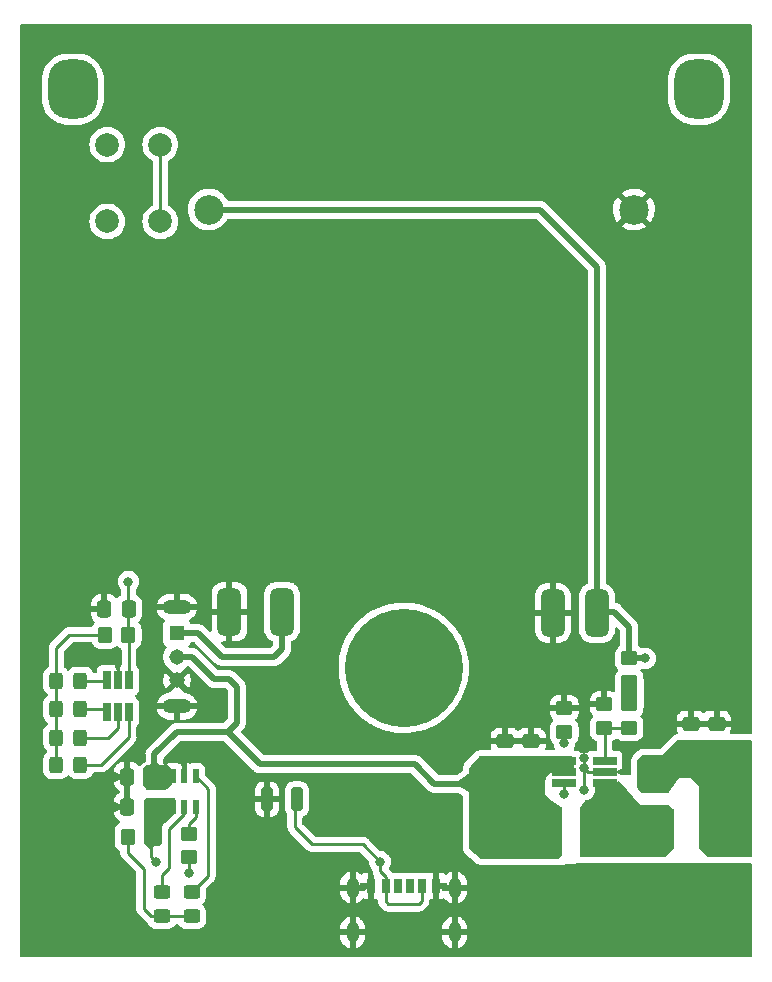
<source format=gbr>
%TF.GenerationSoftware,KiCad,Pcbnew,(6.0.7)*%
%TF.CreationDate,2023-03-26T23:22:16+08:00*%
%TF.ProjectId,sx70battery,73783730-6261-4747-9465-72792e6b6963,rev?*%
%TF.SameCoordinates,Original*%
%TF.FileFunction,Copper,L1,Top*%
%TF.FilePolarity,Positive*%
%FSLAX46Y46*%
G04 Gerber Fmt 4.6, Leading zero omitted, Abs format (unit mm)*
G04 Created by KiCad (PCBNEW (6.0.7)) date 2023-03-26 23:22:16*
%MOMM*%
%LPD*%
G01*
G04 APERTURE LIST*
G04 Aperture macros list*
%AMRoundRect*
0 Rectangle with rounded corners*
0 $1 Rounding radius*
0 $2 $3 $4 $5 $6 $7 $8 $9 X,Y pos of 4 corners*
0 Add a 4 corners polygon primitive as box body*
4,1,4,$2,$3,$4,$5,$6,$7,$8,$9,$2,$3,0*
0 Add four circle primitives for the rounded corners*
1,1,$1+$1,$2,$3*
1,1,$1+$1,$4,$5*
1,1,$1+$1,$6,$7*
1,1,$1+$1,$8,$9*
0 Add four rect primitives between the rounded corners*
20,1,$1+$1,$2,$3,$4,$5,0*
20,1,$1+$1,$4,$5,$6,$7,0*
20,1,$1+$1,$6,$7,$8,$9,0*
20,1,$1+$1,$8,$9,$2,$3,0*%
G04 Aperture macros list end*
%TA.AperFunction,SMDPad,CuDef*%
%ADD10RoundRect,0.250000X0.337500X0.475000X-0.337500X0.475000X-0.337500X-0.475000X0.337500X-0.475000X0*%
%TD*%
%TA.AperFunction,ComponentPad*%
%ADD11C,2.000000*%
%TD*%
%TA.AperFunction,SMDPad,CuDef*%
%ADD12RoundRect,0.250000X0.450000X-0.350000X0.450000X0.350000X-0.450000X0.350000X-0.450000X-0.350000X0*%
%TD*%
%TA.AperFunction,SMDPad,CuDef*%
%ADD13R,2.000000X0.650000*%
%TD*%
%TA.AperFunction,SMDPad,CuDef*%
%ADD14R,2.200000X3.900000*%
%TD*%
%TA.AperFunction,SMDPad,CuDef*%
%ADD15RoundRect,0.250000X-0.250000X-0.750000X0.250000X-0.750000X0.250000X0.750000X-0.250000X0.750000X0*%
%TD*%
%TA.AperFunction,SMDPad,CuDef*%
%ADD16RoundRect,0.250000X0.475000X-0.337500X0.475000X0.337500X-0.475000X0.337500X-0.475000X-0.337500X0*%
%TD*%
%TA.AperFunction,ComponentPad*%
%ADD17O,1.100000X1.700000*%
%TD*%
%TA.AperFunction,SMDPad,CuDef*%
%ADD18R,0.700000X1.200000*%
%TD*%
%TA.AperFunction,SMDPad,CuDef*%
%ADD19R,0.760000X1.200000*%
%TD*%
%TA.AperFunction,SMDPad,CuDef*%
%ADD20R,0.800000X1.200000*%
%TD*%
%TA.AperFunction,ComponentPad*%
%ADD21RoundRect,1.680000X-0.420000X-0.820000X0.420000X-0.820000X0.420000X0.820000X-0.420000X0.820000X0*%
%TD*%
%TA.AperFunction,SMDPad,CuDef*%
%ADD22RoundRect,0.250000X-0.350000X-0.450000X0.350000X-0.450000X0.350000X0.450000X-0.350000X0.450000X0*%
%TD*%
%TA.AperFunction,SMDPad,CuDef*%
%ADD23RoundRect,0.250000X-0.450000X0.325000X-0.450000X-0.325000X0.450000X-0.325000X0.450000X0.325000X0*%
%TD*%
%TA.AperFunction,ComponentPad*%
%ADD24C,2.500000*%
%TD*%
%TA.AperFunction,SMDPad,CuDef*%
%ADD25R,0.550000X1.200000*%
%TD*%
%TA.AperFunction,SMDPad,CuDef*%
%ADD26RoundRect,0.500000X-0.500000X-1.500000X0.500000X-1.500000X0.500000X1.500000X-0.500000X1.500000X0*%
%TD*%
%TA.AperFunction,SMDPad,CuDef*%
%ADD27RoundRect,0.250000X-0.450000X0.350000X-0.450000X-0.350000X0.450000X-0.350000X0.450000X0.350000X0*%
%TD*%
%TA.AperFunction,ComponentPad*%
%ADD28R,1.308000X1.308000*%
%TD*%
%TA.AperFunction,ComponentPad*%
%ADD29C,1.308000*%
%TD*%
%TA.AperFunction,ComponentPad*%
%ADD30O,2.460000X1.230000*%
%TD*%
%TA.AperFunction,SMDPad,CuDef*%
%ADD31RoundRect,0.250000X0.325000X0.450000X-0.325000X0.450000X-0.325000X-0.450000X0.325000X-0.450000X0*%
%TD*%
%TA.AperFunction,ComponentPad*%
%ADD32C,10.000000*%
%TD*%
%TA.AperFunction,SMDPad,CuDef*%
%ADD33R,0.650000X1.560000*%
%TD*%
%TA.AperFunction,SMDPad,CuDef*%
%ADD34R,1.800000X2.500000*%
%TD*%
%TA.AperFunction,SMDPad,CuDef*%
%ADD35RoundRect,0.250000X0.350000X0.450000X-0.350000X0.450000X-0.350000X-0.450000X0.350000X-0.450000X0*%
%TD*%
%TA.AperFunction,SMDPad,CuDef*%
%ADD36RoundRect,0.250000X-0.337500X-0.475000X0.337500X-0.475000X0.337500X0.475000X-0.337500X0.475000X0*%
%TD*%
%TA.AperFunction,ViaPad*%
%ADD37C,0.800000*%
%TD*%
%TA.AperFunction,Conductor*%
%ADD38C,0.250000*%
%TD*%
%TA.AperFunction,Conductor*%
%ADD39C,0.500000*%
%TD*%
G04 APERTURE END LIST*
D10*
%TO.P,C7,1*%
%TO.N,Net-(C7-Pad1)*%
X126737500Y-95000000D03*
%TO.P,C7,2*%
%TO.N,GND*%
X124662500Y-95000000D03*
%TD*%
D11*
%TO.P,SW1,1,1*%
%TO.N,/BAT+*%
X124900000Y-62200000D03*
X124900000Y-55700000D03*
%TO.P,SW1,2,2*%
%TO.N,Net-(C7-Pad1)*%
X129400000Y-62200000D03*
X129400000Y-55700000D03*
%TD*%
D12*
%TO.P,R4,1*%
%TO.N,Net-(R3-Pad1)*%
X167000000Y-105100000D03*
%TO.P,R4,2*%
%TO.N,GND*%
X167000000Y-103100000D03*
%TD*%
D13*
%TO.P,U2,1,LX*%
%TO.N,Net-(D1-Pad2)*%
X167010000Y-109750000D03*
%TO.P,U2,2,GND*%
%TO.N,GND*%
X167010000Y-108800000D03*
%TO.P,U2,3,FB*%
%TO.N,Net-(R3-Pad1)*%
X167010000Y-107850000D03*
%TO.P,U2,4,EN*%
%TO.N,/BAT+*%
X163590000Y-107850000D03*
%TO.P,U2,5,VIN*%
X163590000Y-108800000D03*
%TO.P,U2,6,OC*%
%TO.N,Net-(R_OC1-Pad1)*%
X163590000Y-109750000D03*
%TD*%
D12*
%TO.P,R_PROG1,1*%
%TO.N,GND*%
X131800000Y-116050000D03*
%TO.P,R_PROG1,2*%
%TO.N,Net-(R_PROG1-Pad2)*%
X131800000Y-114050000D03*
%TD*%
D14*
%TO.P,L1,1,1*%
%TO.N,Net-(D1-Pad2)*%
X166000000Y-114000000D03*
%TO.P,L1,2,2*%
%TO.N,/BAT+*%
X162200000Y-114000000D03*
%TD*%
D15*
%TO.P,5V+1,1,Pin_1*%
%TO.N,+5V*%
X140970000Y-111125000D03*
%TD*%
D16*
%TO.P,C3,1*%
%TO.N,/BAT+*%
X158600000Y-108237500D03*
%TO.P,C3,2*%
%TO.N,GND*%
X158600000Y-106162500D03*
%TD*%
%TO.P,C5,1*%
%TO.N,+6V*%
X174350000Y-106787500D03*
%TO.P,C5,2*%
%TO.N,GND*%
X174350000Y-104712500D03*
%TD*%
D17*
%TO.P,USB1,1,CASE*%
%TO.N,GND*%
X145680000Y-122400000D03*
X154320000Y-122400000D03*
X145680000Y-118600000D03*
X154320000Y-118600000D03*
D18*
%TO.P,USB1,A5,CC1*%
%TO.N,unconnected-(USB1-PadA5)*%
X149500000Y-118450000D03*
D19*
%TO.P,USB1,A9,VBUS*%
%TO.N,+5V*%
X151520000Y-118450000D03*
D20*
%TO.P,USB1,A12,GND*%
%TO.N,GND*%
X152750000Y-118450000D03*
D18*
%TO.P,USB1,B5,CC2*%
%TO.N,unconnected-(USB1-PadB5)*%
X150500000Y-118450000D03*
D19*
%TO.P,USB1,B9,VBUS*%
%TO.N,+5V*%
X148480000Y-118450000D03*
D20*
%TO.P,USB1,B12,GND*%
%TO.N,GND*%
X147250000Y-118450000D03*
%TD*%
D21*
%TO.P,Bolt2,1,BOLT*%
%TO.N,unconnected-(Bolt2-Pad1)*%
X175000000Y-51000000D03*
%TD*%
D16*
%TO.P,C4,1*%
%TO.N,/BAT+*%
X160800000Y-108237500D03*
%TO.P,C4,2*%
%TO.N,GND*%
X160800000Y-106162500D03*
%TD*%
D22*
%TO.P,R1,1*%
%TO.N,Net-(CHARG1-Pad2)*%
X126635000Y-114300000D03*
%TO.P,R1,2*%
%TO.N,+5V*%
X128635000Y-114300000D03*
%TD*%
D23*
%TO.P,STDBY1,1,K*%
%TO.N,Net-(STDBY1-Pad1)*%
X129540000Y-118990000D03*
%TO.P,STDBY1,2,A*%
%TO.N,Net-(CHARG1-Pad2)*%
X129540000Y-121040000D03*
%TD*%
D24*
%TO.P,Sx70_Pogopin1,1,V+*%
%TO.N,+6V*%
X133500000Y-61200000D03*
%TO.P,Sx70_Pogopin1,2,V-*%
%TO.N,GND*%
X169500000Y-61200000D03*
%TD*%
D25*
%TO.P,U1,1,~{CHRG}*%
%TO.N,Net-(CHARG1-Pad1)*%
X132395000Y-109189900D03*
%TO.P,U1,2,GND*%
%TO.N,GND*%
X131445000Y-109189900D03*
%TO.P,U1,3,BAT*%
%TO.N,/BAT+*%
X130495000Y-109189900D03*
%TO.P,U1,4,VCC*%
%TO.N,+5V*%
X130495000Y-111790100D03*
%TO.P,U1,5,~{STDBY}*%
%TO.N,Net-(STDBY1-Pad1)*%
X131445000Y-111790100D03*
%TO.P,U1,6,PROG*%
%TO.N,Net-(R_PROG1-Pad2)*%
X132395000Y-111790100D03*
%TD*%
D26*
%TO.P,BAT-1,1,Pin_1*%
%TO.N,GND*%
X135255000Y-95250000D03*
%TD*%
D27*
%TO.P,R2,1*%
%TO.N,+6V*%
X169100000Y-99200000D03*
%TO.P,R2,2*%
%TO.N,Net-(R2-Pad2)*%
X169100000Y-101200000D03*
%TD*%
D15*
%TO.P,GND1,1,Pin_1*%
%TO.N,GND*%
X138430000Y-111125000D03*
%TD*%
D10*
%TO.P,C1,1*%
%TO.N,+5V*%
X128672500Y-111760000D03*
%TO.P,C1,2*%
%TO.N,GND*%
X126597500Y-111760000D03*
%TD*%
D23*
%TO.P,CHARG1,1,K*%
%TO.N,Net-(CHARG1-Pad1)*%
X132080000Y-118990000D03*
%TO.P,CHARG1,2,A*%
%TO.N,Net-(CHARG1-Pad2)*%
X132080000Y-121040000D03*
%TD*%
D28*
%TO.P,S1,1*%
%TO.N,Net-(BAT+1-Pad1)*%
X130810000Y-97060000D03*
D29*
%TO.P,S1,2*%
%TO.N,/BAT+*%
X130810000Y-99060000D03*
%TO.P,S1,3*%
%TO.N,GND*%
X130810000Y-101060000D03*
D30*
%TO.P,S1,S1,SHIELD*%
X130810000Y-94860000D03*
%TO.P,S1,S2,SHIELD*%
X130810000Y-103260000D03*
%TD*%
D31*
%TO.P,D2,1,K*%
%TO.N,Net-(D2-Pad1)*%
X122625000Y-101100000D03*
%TO.P,D2,2,A*%
%TO.N,Net-(D2-Pad2)*%
X120575000Y-101100000D03*
%TD*%
D32*
%TO.P,Hole1,1,Hol*%
%TO.N,unconnected-(Hole1-Pad1)*%
X150000000Y-100000000D03*
%TD*%
D26*
%TO.P,BAT+1,1,Pin_1*%
%TO.N,Net-(BAT+1-Pad1)*%
X139700000Y-95250000D03*
%TD*%
%TO.P,6V+1,1,Pin_1*%
%TO.N,+6V*%
X166370000Y-95350000D03*
%TD*%
D33*
%TO.P,U3,1,VDD*%
%TO.N,Net-(C7-Pad1)*%
X126750000Y-101050000D03*
%TO.P,U3,2,GND*%
%TO.N,GND*%
X125800000Y-101050000D03*
%TO.P,U3,3,D4*%
%TO.N,Net-(D2-Pad1)*%
X124850000Y-101050000D03*
%TO.P,U3,4,D3*%
%TO.N,Net-(D3-Pad1)*%
X124850000Y-103750000D03*
%TO.P,U3,5,D2*%
%TO.N,Net-(D4-Pad1)*%
X125800000Y-103750000D03*
%TO.P,U3,6,D1*%
%TO.N,Net-(D5-Pad1)*%
X126750000Y-103750000D03*
%TD*%
D12*
%TO.P,R3,1*%
%TO.N,Net-(R3-Pad1)*%
X169100000Y-105100000D03*
%TO.P,R3,2*%
%TO.N,Net-(R2-Pad2)*%
X169100000Y-103100000D03*
%TD*%
D31*
%TO.P,D4,1,K*%
%TO.N,Net-(D4-Pad1)*%
X122625000Y-105900000D03*
%TO.P,D4,2,A*%
%TO.N,Net-(D2-Pad2)*%
X120575000Y-105900000D03*
%TD*%
D21*
%TO.P,Bolt1,1,BOLT*%
%TO.N,unconnected-(Bolt1-Pad1)*%
X122000000Y-51000000D03*
%TD*%
D34*
%TO.P,D1,1,K*%
%TO.N,+6V*%
X171350000Y-109100000D03*
%TO.P,D1,2,A*%
%TO.N,Net-(D1-Pad2)*%
X171350000Y-113100000D03*
%TD*%
D16*
%TO.P,C6,1*%
%TO.N,+6V*%
X176500000Y-106787500D03*
%TO.P,C6,2*%
%TO.N,GND*%
X176500000Y-104712500D03*
%TD*%
D31*
%TO.P,D3,1,K*%
%TO.N,Net-(D3-Pad1)*%
X122625000Y-103500000D03*
%TO.P,D3,2,A*%
%TO.N,Net-(D2-Pad2)*%
X120575000Y-103500000D03*
%TD*%
D35*
%TO.P,R5,1*%
%TO.N,Net-(C7-Pad1)*%
X126700000Y-97200000D03*
%TO.P,R5,2*%
%TO.N,Net-(D2-Pad2)*%
X124700000Y-97200000D03*
%TD*%
D12*
%TO.P,R_OC1,1*%
%TO.N,Net-(R_OC1-Pad1)*%
X163600000Y-105400000D03*
%TO.P,R_OC1,2*%
%TO.N,GND*%
X163600000Y-103400000D03*
%TD*%
D26*
%TO.P,GND2,1,Pin_1*%
%TO.N,GND*%
X162640000Y-95350000D03*
%TD*%
D36*
%TO.P,C2,1*%
%TO.N,GND*%
X126597500Y-109220000D03*
%TO.P,C2,2*%
%TO.N,/BAT+*%
X128672500Y-109220000D03*
%TD*%
D31*
%TO.P,D5,1,K*%
%TO.N,Net-(D5-Pad1)*%
X122625000Y-108200000D03*
%TO.P,D5,2,A*%
%TO.N,Net-(D2-Pad2)*%
X120575000Y-108200000D03*
%TD*%
D37*
%TO.N,+5V*%
X148000000Y-116400000D03*
X129000000Y-116400000D03*
%TO.N,GND*%
X137160000Y-111125000D03*
X125600000Y-109200000D03*
X131800000Y-117400000D03*
X125300000Y-98950000D03*
X122850000Y-98950000D03*
X165300000Y-104800000D03*
X165300000Y-105700000D03*
X165300000Y-106600000D03*
X165300000Y-110300000D03*
X146900000Y-120600000D03*
X125600000Y-111800000D03*
X153100000Y-120500000D03*
X165300000Y-107600000D03*
X165300000Y-108500000D03*
X131400000Y-107100000D03*
X160600000Y-95350000D03*
%TO.N,Net-(R_OC1-Pad1)*%
X163600000Y-106400000D03*
X163600000Y-110700000D03*
%TO.N,+6V*%
X170450000Y-99200000D03*
X176000000Y-108500000D03*
%TO.N,Net-(C7-Pad1)*%
X126700000Y-92700000D03*
%TD*%
D38*
%TO.N,+5V*%
X148480000Y-118450000D02*
X148480000Y-119780000D01*
X129000000Y-116400000D02*
X128635000Y-116035000D01*
X140800000Y-111125000D02*
X140800000Y-113495000D01*
X140800000Y-113495000D02*
X142240000Y-114935000D01*
X151300000Y-120000000D02*
X151520000Y-119780000D01*
X148700000Y-120000000D02*
X151300000Y-120000000D01*
X151520000Y-119780000D02*
X151520000Y-118450000D01*
X148480000Y-119780000D02*
X148700000Y-120000000D01*
X142240000Y-114935000D02*
X146535000Y-114935000D01*
X146535000Y-114935000D02*
X148000000Y-116400000D01*
X128635000Y-116035000D02*
X128635000Y-114300000D01*
X148480000Y-118450000D02*
X148480000Y-117680000D01*
X148480000Y-117680000D02*
X148000000Y-117200000D01*
X148000000Y-117200000D02*
X148000000Y-116400000D01*
%TO.N,GND*%
X152750000Y-118450000D02*
X152750000Y-120150000D01*
X147250000Y-120250000D02*
X146900000Y-120600000D01*
X125350000Y-98950000D02*
X125800000Y-99400000D01*
X138430000Y-111125000D02*
X137160000Y-111125000D01*
X125800000Y-99400000D02*
X125800000Y-101050000D01*
X147250000Y-118450000D02*
X147250000Y-120250000D01*
X125300000Y-98950000D02*
X125350000Y-98950000D01*
X125600000Y-109200000D02*
X125620000Y-109220000D01*
X165300000Y-107600000D02*
X165300000Y-108500000D01*
X152750000Y-120150000D02*
X153100000Y-120500000D01*
X125620000Y-109220000D02*
X126597500Y-109220000D01*
X126597500Y-111760000D02*
X125640000Y-111760000D01*
X122850000Y-98950000D02*
X125300000Y-98950000D01*
X165300000Y-108500000D02*
X165300000Y-110300000D01*
X131445000Y-107145000D02*
X131400000Y-107100000D01*
X165300000Y-108500000D02*
X165600000Y-108800000D01*
X165600000Y-108800000D02*
X167010000Y-108800000D01*
X125640000Y-111760000D02*
X125600000Y-111800000D01*
X131800000Y-116050000D02*
X131800000Y-117400000D01*
X162640000Y-95350000D02*
X160600000Y-95350000D01*
X131445000Y-109189900D02*
X131445000Y-107145000D01*
%TO.N,Net-(CHARG1-Pad1)*%
X133450000Y-117620000D02*
X132080000Y-118990000D01*
X133450000Y-110244900D02*
X133450000Y-117620000D01*
X132395000Y-109189900D02*
X133450000Y-110244900D01*
%TO.N,Net-(CHARG1-Pad2)*%
X126635000Y-114300000D02*
X126635000Y-115635000D01*
X128000000Y-120400000D02*
X128640000Y-121040000D01*
X126635000Y-115635000D02*
X128000000Y-117000000D01*
X128640000Y-121040000D02*
X132080000Y-121040000D01*
X128000000Y-117000000D02*
X128000000Y-120400000D01*
%TO.N,Net-(R_PROG1-Pad2)*%
X132395000Y-111790100D02*
X132395000Y-112605000D01*
X131800000Y-113200000D02*
X131800000Y-114050000D01*
X132395000Y-112605000D02*
X131800000Y-113200000D01*
%TO.N,Net-(STDBY1-Pad1)*%
X130150000Y-116950000D02*
X129540000Y-117560000D01*
X129540000Y-117560000D02*
X129540000Y-118990000D01*
X130150000Y-113650000D02*
X130150000Y-116950000D01*
X131445000Y-111790100D02*
X131445000Y-112355000D01*
X131445000Y-112355000D02*
X130150000Y-113650000D01*
D39*
%TO.N,/BAT+*%
X150950000Y-108150000D02*
X152600000Y-109800000D01*
X132080000Y-99060000D02*
X133985000Y-100965000D01*
X135890000Y-104630000D02*
X135110000Y-105410000D01*
X133985000Y-100965000D02*
X135255000Y-100965000D01*
X152600000Y-109800000D02*
X157037500Y-109800000D01*
X157037500Y-109800000D02*
X158600000Y-108237500D01*
X135890000Y-101600000D02*
X135890000Y-104630000D01*
X130810000Y-99060000D02*
X132080000Y-99060000D01*
X137850000Y-108150000D02*
X150950000Y-108150000D01*
X135255000Y-100965000D02*
X135890000Y-101600000D01*
X135110000Y-105410000D02*
X137850000Y-108150000D01*
X128905000Y-108987500D02*
X128905000Y-107315000D01*
X130810000Y-105410000D02*
X135110000Y-105410000D01*
X128905000Y-107315000D02*
X130810000Y-105410000D01*
D38*
X128672500Y-109220000D02*
X128905000Y-108987500D01*
%TO.N,Net-(R3-Pad1)*%
X167010000Y-107850000D02*
X167010000Y-105110000D01*
X167000000Y-105100000D02*
X169100000Y-105100000D01*
X167010000Y-105110000D02*
X167000000Y-105100000D01*
%TO.N,Net-(R_OC1-Pad1)*%
X163600000Y-106400000D02*
X163600000Y-105400000D01*
X163590000Y-110690000D02*
X163600000Y-110700000D01*
X163590000Y-109750000D02*
X163590000Y-110690000D01*
D39*
%TO.N,+6V*%
X166370000Y-66040000D02*
X161530000Y-61200000D01*
X167850000Y-95250000D02*
X169100000Y-96500000D01*
X169100000Y-96500000D02*
X169100000Y-99200000D01*
X166370000Y-95250000D02*
X166370000Y-66040000D01*
X169100000Y-99200000D02*
X170450000Y-99200000D01*
X166370000Y-95250000D02*
X167850000Y-95250000D01*
X161530000Y-61200000D02*
X133500000Y-61200000D01*
%TO.N,Net-(BAT+1-Pad1)*%
X139700000Y-98425000D02*
X139065000Y-99060000D01*
X139065000Y-99060000D02*
X134620000Y-99060000D01*
X139700000Y-95250000D02*
X139700000Y-98425000D01*
X132620000Y-97060000D02*
X130810000Y-97060000D01*
X134620000Y-99060000D02*
X132620000Y-97060000D01*
D38*
%TO.N,Net-(C7-Pad1)*%
X126700000Y-97200000D02*
X126700000Y-92700000D01*
X126750000Y-101050000D02*
X126750000Y-97250000D01*
X126750000Y-97250000D02*
X126700000Y-97200000D01*
X129400000Y-55700000D02*
X129400000Y-62200000D01*
%TO.N,Net-(D2-Pad1)*%
X124800000Y-101100000D02*
X124850000Y-101050000D01*
X122625000Y-101100000D02*
X124800000Y-101100000D01*
%TO.N,Net-(D2-Pad2)*%
X121700000Y-97200000D02*
X124700000Y-97200000D01*
X120575000Y-98325000D02*
X121700000Y-97200000D01*
X120575000Y-101100000D02*
X120575000Y-98325000D01*
X120575000Y-101100000D02*
X120575000Y-103500000D01*
X120575000Y-103500000D02*
X120575000Y-105900000D01*
X120575000Y-105900000D02*
X120575000Y-108200000D01*
%TO.N,Net-(D3-Pad1)*%
X124600000Y-103500000D02*
X124850000Y-103750000D01*
X122625000Y-103500000D02*
X124600000Y-103500000D01*
%TO.N,Net-(D4-Pad1)*%
X125800000Y-105100000D02*
X125800000Y-103750000D01*
X122625000Y-105900000D02*
X125000000Y-105900000D01*
X125000000Y-105900000D02*
X125800000Y-105100000D01*
%TO.N,Net-(D5-Pad1)*%
X124400000Y-108200000D02*
X126750000Y-105850000D01*
X122625000Y-108200000D02*
X124400000Y-108200000D01*
X126750000Y-105850000D02*
X126750000Y-103750000D01*
%TD*%
%TA.AperFunction,Conductor*%
%TO.N,GND*%
G36*
X179433621Y-45528502D02*
G01*
X179480114Y-45582158D01*
X179491500Y-45634500D01*
X179491500Y-105460500D01*
X179471498Y-105528621D01*
X179417842Y-105575114D01*
X179365500Y-105586500D01*
X177760444Y-105586500D01*
X177692323Y-105566498D01*
X177645830Y-105512842D01*
X177635726Y-105442568D01*
X177653184Y-105394384D01*
X177662816Y-105378757D01*
X177668963Y-105365576D01*
X177720138Y-105211290D01*
X177723005Y-105197914D01*
X177732672Y-105103562D01*
X177733000Y-105097146D01*
X177733000Y-104984615D01*
X177728525Y-104969376D01*
X177727135Y-104968171D01*
X177719452Y-104966500D01*
X173135116Y-104966500D01*
X173119877Y-104970975D01*
X173118672Y-104972365D01*
X173117001Y-104980048D01*
X173117001Y-105097095D01*
X173117338Y-105103614D01*
X173127257Y-105199206D01*
X173130149Y-105212600D01*
X173181588Y-105366784D01*
X173187759Y-105379956D01*
X173206784Y-105410701D01*
X173225621Y-105479153D01*
X173204460Y-105546923D01*
X173150019Y-105592494D01*
X173121692Y-105601059D01*
X173111301Y-105602906D01*
X173111297Y-105602907D01*
X173105049Y-105604018D01*
X173099150Y-105606357D01*
X173099148Y-105606357D01*
X172973353Y-105656222D01*
X172973346Y-105656226D01*
X172969177Y-105657878D01*
X172965279Y-105660111D01*
X172937901Y-105675794D01*
X172907572Y-105693167D01*
X172904036Y-105695928D01*
X172904032Y-105695931D01*
X172795920Y-105780359D01*
X172792377Y-105783126D01*
X172789268Y-105786364D01*
X172789263Y-105786369D01*
X171818329Y-106797759D01*
X171756724Y-106833048D01*
X171727434Y-106836500D01*
X170252190Y-106836500D01*
X170225615Y-106837924D01*
X170199001Y-106839350D01*
X170198991Y-106839351D01*
X170197308Y-106839441D01*
X170170525Y-106842320D01*
X170168868Y-106842588D01*
X170168857Y-106842590D01*
X170122360Y-106850125D01*
X170122355Y-106850126D01*
X170116248Y-106851116D01*
X170110451Y-106853278D01*
X170110448Y-106853279D01*
X169983521Y-106900622D01*
X169983519Y-106900623D01*
X169979307Y-106902194D01*
X169975364Y-106904347D01*
X169975362Y-106904348D01*
X169946074Y-106920341D01*
X169916995Y-106936220D01*
X169913395Y-106938915D01*
X169803598Y-107021109D01*
X169803594Y-107021113D01*
X169799996Y-107023806D01*
X169473806Y-107349996D01*
X169437083Y-107390877D01*
X169436032Y-107392181D01*
X169436027Y-107392187D01*
X169423860Y-107407285D01*
X169420180Y-107411851D01*
X169419190Y-107413224D01*
X169391638Y-107451430D01*
X169391635Y-107451435D01*
X169388018Y-107456451D01*
X169327302Y-107589400D01*
X169326034Y-107593719D01*
X169313889Y-107635082D01*
X169307300Y-107657521D01*
X169306660Y-107661970D01*
X169306659Y-107661976D01*
X169287139Y-107797743D01*
X169286500Y-107802190D01*
X169286500Y-108974000D01*
X169266498Y-109042121D01*
X169212842Y-109088614D01*
X169160500Y-109100000D01*
X168610289Y-109100000D01*
X168542168Y-109079998D01*
X168527777Y-109069225D01*
X168512135Y-109055671D01*
X168504452Y-109054000D01*
X168404910Y-109054000D01*
X168336789Y-109033998D01*
X168329345Y-109028826D01*
X168324647Y-109025305D01*
X168256705Y-108974385D01*
X168120316Y-108923255D01*
X168113010Y-108922461D01*
X168051576Y-108887365D01*
X168018756Y-108824410D01*
X168025182Y-108753705D01*
X168068814Y-108697698D01*
X168112940Y-108677546D01*
X168120316Y-108676745D01*
X168256705Y-108625615D01*
X168329346Y-108571174D01*
X168395851Y-108546326D01*
X168404910Y-108546000D01*
X168499884Y-108546000D01*
X168515123Y-108541525D01*
X168516328Y-108540135D01*
X168517999Y-108532452D01*
X168517999Y-108430331D01*
X168517629Y-108423510D01*
X168512105Y-108372651D01*
X168507965Y-108355236D01*
X168507966Y-108296942D01*
X168508971Y-108292716D01*
X168511745Y-108285316D01*
X168518500Y-108223134D01*
X168518500Y-107476866D01*
X168511745Y-107414684D01*
X168460615Y-107278295D01*
X168373261Y-107161739D01*
X168256705Y-107074385D01*
X168120316Y-107023255D01*
X168058134Y-107016500D01*
X167769500Y-107016500D01*
X167701379Y-106996498D01*
X167654886Y-106942842D01*
X167643500Y-106890500D01*
X167643500Y-106275861D01*
X167663502Y-106207740D01*
X167717158Y-106161247D01*
X167729624Y-106156337D01*
X167759032Y-106146526D01*
X167773946Y-106141550D01*
X167924348Y-106048478D01*
X167929521Y-106043296D01*
X167929526Y-106043292D01*
X167960871Y-106011892D01*
X168023153Y-105977812D01*
X168093973Y-105982815D01*
X168139061Y-106011735D01*
X168147653Y-106020312D01*
X168176697Y-106049305D01*
X168182927Y-106053145D01*
X168182928Y-106053146D01*
X168320090Y-106137694D01*
X168327262Y-106142115D01*
X168404604Y-106167768D01*
X168488611Y-106195632D01*
X168488613Y-106195632D01*
X168495139Y-106197797D01*
X168501975Y-106198497D01*
X168501978Y-106198498D01*
X168545031Y-106202909D01*
X168599600Y-106208500D01*
X169600400Y-106208500D01*
X169603646Y-106208163D01*
X169603650Y-106208163D01*
X169699308Y-106198238D01*
X169699312Y-106198237D01*
X169706166Y-106197526D01*
X169712702Y-106195345D01*
X169712704Y-106195345D01*
X169844806Y-106151272D01*
X169873946Y-106141550D01*
X170024348Y-106048478D01*
X170149305Y-105923303D01*
X170159460Y-105906829D01*
X170238275Y-105778968D01*
X170238276Y-105778966D01*
X170242115Y-105772738D01*
X170278712Y-105662400D01*
X170295632Y-105611389D01*
X170295632Y-105611387D01*
X170297797Y-105604861D01*
X170308500Y-105500400D01*
X170308500Y-104699600D01*
X170307683Y-104691725D01*
X170298238Y-104600692D01*
X170298237Y-104600688D01*
X170297526Y-104593834D01*
X170293888Y-104582928D01*
X170246331Y-104440385D01*
X173117000Y-104440385D01*
X173121475Y-104455624D01*
X173122865Y-104456829D01*
X173130548Y-104458500D01*
X174077885Y-104458500D01*
X174093124Y-104454025D01*
X174094329Y-104452635D01*
X174096000Y-104444952D01*
X174096000Y-104440385D01*
X174604000Y-104440385D01*
X174608475Y-104455624D01*
X174609865Y-104456829D01*
X174617548Y-104458500D01*
X176227885Y-104458500D01*
X176243124Y-104454025D01*
X176244329Y-104452635D01*
X176246000Y-104444952D01*
X176246000Y-104440385D01*
X176754000Y-104440385D01*
X176758475Y-104455624D01*
X176759865Y-104456829D01*
X176767548Y-104458500D01*
X177714884Y-104458500D01*
X177730123Y-104454025D01*
X177731328Y-104452635D01*
X177732999Y-104444952D01*
X177732999Y-104327905D01*
X177732662Y-104321386D01*
X177722743Y-104225794D01*
X177719851Y-104212400D01*
X177668412Y-104058216D01*
X177662239Y-104045038D01*
X177576937Y-103907193D01*
X177567901Y-103895792D01*
X177453171Y-103781261D01*
X177441760Y-103772249D01*
X177303757Y-103687184D01*
X177290576Y-103681037D01*
X177136290Y-103629862D01*
X177122914Y-103626995D01*
X177028562Y-103617328D01*
X177022145Y-103617000D01*
X176772115Y-103617000D01*
X176756876Y-103621475D01*
X176755671Y-103622865D01*
X176754000Y-103630548D01*
X176754000Y-104440385D01*
X176246000Y-104440385D01*
X176246000Y-103635116D01*
X176241525Y-103619877D01*
X176240135Y-103618672D01*
X176232452Y-103617001D01*
X175977905Y-103617001D01*
X175971386Y-103617338D01*
X175875794Y-103627257D01*
X175862400Y-103630149D01*
X175708216Y-103681588D01*
X175695038Y-103687761D01*
X175557193Y-103773063D01*
X175545792Y-103782099D01*
X175514129Y-103813817D01*
X175451846Y-103847896D01*
X175381026Y-103842893D01*
X175335937Y-103813971D01*
X175303171Y-103781261D01*
X175291760Y-103772249D01*
X175153757Y-103687184D01*
X175140576Y-103681037D01*
X174986290Y-103629862D01*
X174972914Y-103626995D01*
X174878562Y-103617328D01*
X174872145Y-103617000D01*
X174622115Y-103617000D01*
X174606876Y-103621475D01*
X174605671Y-103622865D01*
X174604000Y-103630548D01*
X174604000Y-104440385D01*
X174096000Y-104440385D01*
X174096000Y-103635116D01*
X174091525Y-103619877D01*
X174090135Y-103618672D01*
X174082452Y-103617001D01*
X173827905Y-103617001D01*
X173821386Y-103617338D01*
X173725794Y-103627257D01*
X173712400Y-103630149D01*
X173558216Y-103681588D01*
X173545038Y-103687761D01*
X173407193Y-103773063D01*
X173395792Y-103782099D01*
X173281261Y-103896829D01*
X173272249Y-103908240D01*
X173187184Y-104046243D01*
X173181037Y-104059424D01*
X173129862Y-104213710D01*
X173126995Y-104227086D01*
X173117328Y-104321438D01*
X173117000Y-104327855D01*
X173117000Y-104440385D01*
X170246331Y-104440385D01*
X170243868Y-104433002D01*
X170241550Y-104426054D01*
X170148478Y-104275652D01*
X170061891Y-104189216D01*
X170027812Y-104126934D01*
X170032815Y-104056114D01*
X170061736Y-104011025D01*
X170144134Y-103928483D01*
X170149305Y-103923303D01*
X170153146Y-103917072D01*
X170238275Y-103778968D01*
X170238276Y-103778966D01*
X170242115Y-103772738D01*
X170280014Y-103658475D01*
X170295632Y-103611389D01*
X170295632Y-103611387D01*
X170297797Y-103604861D01*
X170308500Y-103500400D01*
X170308500Y-103417791D01*
X170309783Y-103399859D01*
X170312860Y-103378459D01*
X170312861Y-103378444D01*
X170313500Y-103374000D01*
X170313500Y-100976000D01*
X170309222Y-100936206D01*
X170308500Y-100922738D01*
X170308500Y-100799600D01*
X170297526Y-100693834D01*
X170241550Y-100526054D01*
X170148478Y-100375652D01*
X170061891Y-100289216D01*
X170027812Y-100226934D01*
X170032815Y-100156114D01*
X170061733Y-100111029D01*
X170066678Y-100106075D01*
X170128959Y-100071993D01*
X170182051Y-100071842D01*
X170348056Y-100107128D01*
X170348061Y-100107128D01*
X170354513Y-100108500D01*
X170545487Y-100108500D01*
X170551939Y-100107128D01*
X170551944Y-100107128D01*
X170651336Y-100086001D01*
X170732288Y-100068794D01*
X170771082Y-100051522D01*
X170900722Y-99993803D01*
X170900724Y-99993802D01*
X170906752Y-99991118D01*
X170951716Y-99958450D01*
X171022889Y-99906739D01*
X171061253Y-99878866D01*
X171073110Y-99865698D01*
X171184621Y-99741852D01*
X171184622Y-99741851D01*
X171189040Y-99736944D01*
X171259424Y-99615035D01*
X171281223Y-99577279D01*
X171281224Y-99577278D01*
X171284527Y-99571556D01*
X171343542Y-99389928D01*
X171363504Y-99200000D01*
X171350947Y-99080526D01*
X171344232Y-99016635D01*
X171344232Y-99016633D01*
X171343542Y-99010072D01*
X171284527Y-98828444D01*
X171189040Y-98663056D01*
X171125455Y-98592437D01*
X171065675Y-98526045D01*
X171065674Y-98526044D01*
X171061253Y-98521134D01*
X170935005Y-98429409D01*
X170912094Y-98412763D01*
X170912093Y-98412762D01*
X170906752Y-98408882D01*
X170900724Y-98406198D01*
X170900722Y-98406197D01*
X170738319Y-98333891D01*
X170738318Y-98333891D01*
X170732288Y-98331206D01*
X170638887Y-98311353D01*
X170551944Y-98292872D01*
X170551939Y-98292872D01*
X170545487Y-98291500D01*
X170354513Y-98291500D01*
X170348061Y-98292872D01*
X170348056Y-98292872D01*
X170181995Y-98328170D01*
X170111204Y-98322768D01*
X170066781Y-98294096D01*
X170028488Y-98255870D01*
X170028483Y-98255866D01*
X170023303Y-98250695D01*
X170014016Y-98244970D01*
X169944539Y-98202144D01*
X169918383Y-98186021D01*
X169870891Y-98133250D01*
X169858500Y-98078762D01*
X169858500Y-96567070D01*
X169859933Y-96548120D01*
X169862099Y-96533885D01*
X169862099Y-96533881D01*
X169863199Y-96526651D01*
X169860872Y-96498035D01*
X169858915Y-96473982D01*
X169858500Y-96463767D01*
X169858500Y-96455707D01*
X169855209Y-96427480D01*
X169854778Y-96423121D01*
X169854510Y-96419824D01*
X169848860Y-96350364D01*
X169846605Y-96343403D01*
X169845418Y-96337463D01*
X169844029Y-96331588D01*
X169843182Y-96324319D01*
X169818264Y-96255670D01*
X169816847Y-96251542D01*
X169796607Y-96189064D01*
X169796606Y-96189062D01*
X169794351Y-96182101D01*
X169790555Y-96175846D01*
X169788049Y-96170372D01*
X169785330Y-96164942D01*
X169782833Y-96158063D01*
X169778800Y-96151911D01*
X169742814Y-96097024D01*
X169740467Y-96093305D01*
X169702595Y-96030893D01*
X169695197Y-96022516D01*
X169695224Y-96022492D01*
X169692571Y-96019500D01*
X169689868Y-96016267D01*
X169685856Y-96010148D01*
X169629617Y-95956872D01*
X169627175Y-95954494D01*
X168433770Y-94761089D01*
X168421384Y-94746677D01*
X168412851Y-94735082D01*
X168412846Y-94735077D01*
X168408508Y-94729182D01*
X168402930Y-94724443D01*
X168402927Y-94724440D01*
X168368232Y-94694965D01*
X168360716Y-94688035D01*
X168355021Y-94682340D01*
X168348880Y-94677482D01*
X168332749Y-94664719D01*
X168329345Y-94661928D01*
X168279297Y-94619409D01*
X168279295Y-94619408D01*
X168273715Y-94614667D01*
X168267199Y-94611339D01*
X168262150Y-94607972D01*
X168257021Y-94604805D01*
X168251284Y-94600266D01*
X168185125Y-94569345D01*
X168181225Y-94567439D01*
X168116192Y-94534231D01*
X168109084Y-94532492D01*
X168103441Y-94530393D01*
X168097678Y-94528476D01*
X168091050Y-94525378D01*
X168019583Y-94510513D01*
X168015316Y-94509547D01*
X167988558Y-94502999D01*
X167974551Y-94499572D01*
X167913137Y-94463951D01*
X167880730Y-94400782D01*
X167878500Y-94377183D01*
X167878500Y-93753672D01*
X167878192Y-93747592D01*
X167876056Y-93737000D01*
X167840318Y-93559755D01*
X167840317Y-93559752D01*
X167839100Y-93553716D01*
X167763095Y-93371127D01*
X167759668Y-93366008D01*
X167759666Y-93366004D01*
X167656504Y-93211901D01*
X167656500Y-93211896D01*
X167653073Y-93206777D01*
X167513223Y-93066927D01*
X167508104Y-93063500D01*
X167508099Y-93063496D01*
X167353996Y-92960334D01*
X167353992Y-92960332D01*
X167348873Y-92956905D01*
X167343186Y-92954538D01*
X167343179Y-92954534D01*
X167206079Y-92897465D01*
X167150876Y-92852821D01*
X167128500Y-92781141D01*
X167128500Y-66107070D01*
X167129933Y-66088120D01*
X167132099Y-66073885D01*
X167132099Y-66073881D01*
X167133199Y-66066651D01*
X167128915Y-66013982D01*
X167128500Y-66003767D01*
X167128500Y-65995707D01*
X167125209Y-65967480D01*
X167124778Y-65963121D01*
X167119454Y-65897662D01*
X167119453Y-65897659D01*
X167118860Y-65890364D01*
X167116604Y-65883400D01*
X167115417Y-65877461D01*
X167114030Y-65871590D01*
X167113182Y-65864319D01*
X167110686Y-65857443D01*
X167110684Y-65857434D01*
X167088275Y-65795702D01*
X167086865Y-65791598D01*
X167064352Y-65722101D01*
X167060556Y-65715846D01*
X167058057Y-65710387D01*
X167055329Y-65704939D01*
X167052833Y-65698063D01*
X167012805Y-65637010D01*
X167010481Y-65633327D01*
X166975504Y-65575686D01*
X166975501Y-65575682D01*
X166972595Y-65570893D01*
X166968886Y-65566694D01*
X166968883Y-65566689D01*
X166965197Y-65562516D01*
X166965224Y-65562492D01*
X166962571Y-65559500D01*
X166959868Y-65556267D01*
X166955856Y-65550148D01*
X166899617Y-65496872D01*
X166897175Y-65494494D01*
X164011814Y-62609133D01*
X168455612Y-62609133D01*
X168464325Y-62620653D01*
X168562018Y-62692284D01*
X168569928Y-62697227D01*
X168792890Y-62814533D01*
X168801453Y-62818256D01*
X169039304Y-62901318D01*
X169048313Y-62903732D01*
X169295842Y-62950727D01*
X169305098Y-62951781D01*
X169556857Y-62961673D01*
X169566171Y-62961347D01*
X169816615Y-62933920D01*
X169825792Y-62932219D01*
X170069431Y-62868074D01*
X170078251Y-62865037D01*
X170309736Y-62765583D01*
X170318008Y-62761276D01*
X170532249Y-62628700D01*
X170539188Y-62623658D01*
X170547518Y-62611019D01*
X170541456Y-62600666D01*
X169512812Y-61572022D01*
X169498868Y-61564408D01*
X169497035Y-61564539D01*
X169490420Y-61568790D01*
X168462270Y-62596940D01*
X168455612Y-62609133D01*
X164011814Y-62609133D01*
X162561204Y-61158523D01*
X167737898Y-61158523D01*
X167749987Y-61410175D01*
X167751124Y-61419435D01*
X167800274Y-61666535D01*
X167802768Y-61675528D01*
X167887900Y-61912639D01*
X167891700Y-61921174D01*
X168010946Y-62143101D01*
X168015957Y-62150968D01*
X168079446Y-62235990D01*
X168090704Y-62244439D01*
X168103123Y-62237667D01*
X169127978Y-61212812D01*
X169134356Y-61201132D01*
X169864408Y-61201132D01*
X169864539Y-61202965D01*
X169868790Y-61209580D01*
X170899913Y-62240703D01*
X170912293Y-62247463D01*
X170920634Y-62241219D01*
X171046765Y-62045127D01*
X171051212Y-62036936D01*
X171154691Y-61807222D01*
X171157882Y-61798455D01*
X171226269Y-61555976D01*
X171228129Y-61546834D01*
X171260116Y-61295396D01*
X171260597Y-61289108D01*
X171262847Y-61203160D01*
X171262696Y-61196851D01*
X171243912Y-60944074D01*
X171242536Y-60934868D01*
X171186929Y-60689126D01*
X171184205Y-60680215D01*
X171092888Y-60445392D01*
X171088877Y-60436983D01*
X170963854Y-60218240D01*
X170958643Y-60210514D01*
X170921391Y-60163261D01*
X170909466Y-60154790D01*
X170897934Y-60161276D01*
X169872022Y-61187188D01*
X169864408Y-61201132D01*
X169134356Y-61201132D01*
X169135592Y-61198868D01*
X169135461Y-61197035D01*
X169131210Y-61190420D01*
X168101321Y-60160531D01*
X168088013Y-60153264D01*
X168077974Y-60160386D01*
X168067761Y-60172666D01*
X168062346Y-60180258D01*
X167931646Y-60395646D01*
X167927408Y-60403963D01*
X167829981Y-60636299D01*
X167827020Y-60645149D01*
X167765006Y-60889331D01*
X167763384Y-60898528D01*
X167738143Y-61149198D01*
X167737898Y-61158523D01*
X162561204Y-61158523D01*
X162113770Y-60711089D01*
X162101384Y-60696677D01*
X162092851Y-60685082D01*
X162092846Y-60685077D01*
X162088508Y-60679182D01*
X162082930Y-60674443D01*
X162082927Y-60674440D01*
X162048232Y-60644965D01*
X162040716Y-60638035D01*
X162035021Y-60632340D01*
X162028880Y-60627482D01*
X162012749Y-60614719D01*
X162009345Y-60611928D01*
X161959297Y-60569409D01*
X161959295Y-60569408D01*
X161953715Y-60564667D01*
X161947199Y-60561339D01*
X161942150Y-60557972D01*
X161937021Y-60554805D01*
X161931284Y-60550266D01*
X161865125Y-60519345D01*
X161861225Y-60517439D01*
X161796192Y-60484231D01*
X161789084Y-60482492D01*
X161783441Y-60480393D01*
X161777678Y-60478476D01*
X161771050Y-60475378D01*
X161699583Y-60460513D01*
X161695299Y-60459543D01*
X161624390Y-60442192D01*
X161618788Y-60441844D01*
X161618785Y-60441844D01*
X161613236Y-60441500D01*
X161613238Y-60441464D01*
X161609245Y-60441225D01*
X161605053Y-60440851D01*
X161597885Y-60439360D01*
X161543805Y-60440823D01*
X161520479Y-60441454D01*
X161517072Y-60441500D01*
X135165147Y-60441500D01*
X135097026Y-60421498D01*
X135055754Y-60378023D01*
X134964270Y-60217960D01*
X134961951Y-60213902D01*
X134800138Y-60008643D01*
X134609763Y-59829557D01*
X134551017Y-59788803D01*
X168453216Y-59788803D01*
X168457789Y-59798579D01*
X169487188Y-60827978D01*
X169501132Y-60835592D01*
X169502965Y-60835461D01*
X169509580Y-60831210D01*
X170538419Y-59802371D01*
X170544803Y-59790681D01*
X170535391Y-59778570D01*
X170398593Y-59683670D01*
X170390565Y-59678942D01*
X170164593Y-59567505D01*
X170155960Y-59564017D01*
X169915998Y-59487205D01*
X169906938Y-59485029D01*
X169658260Y-59444529D01*
X169648973Y-59443717D01*
X169397053Y-59440419D01*
X169387742Y-59440989D01*
X169138097Y-59474964D01*
X169128978Y-59476902D01*
X168887098Y-59547404D01*
X168878367Y-59550667D01*
X168649558Y-59656151D01*
X168641406Y-59660670D01*
X168462353Y-59778062D01*
X168453216Y-59788803D01*
X134551017Y-59788803D01*
X134395009Y-59680576D01*
X134354644Y-59660670D01*
X134164781Y-59567040D01*
X134164778Y-59567039D01*
X134160593Y-59564975D01*
X134114449Y-59550204D01*
X133916123Y-59486720D01*
X133911665Y-59485293D01*
X133653693Y-59443279D01*
X133539942Y-59441790D01*
X133397022Y-59439919D01*
X133397019Y-59439919D01*
X133392345Y-59439858D01*
X133133362Y-59475104D01*
X132882433Y-59548243D01*
X132878180Y-59550203D01*
X132878179Y-59550204D01*
X132827888Y-59573389D01*
X132645072Y-59657668D01*
X132606067Y-59683241D01*
X132430404Y-59798410D01*
X132430399Y-59798414D01*
X132426491Y-59800976D01*
X132231494Y-59975018D01*
X132064363Y-60175970D01*
X131928771Y-60399419D01*
X131827697Y-60640455D01*
X131763359Y-60893783D01*
X131737173Y-61153839D01*
X131737397Y-61158505D01*
X131737397Y-61158511D01*
X131743443Y-61284373D01*
X131749713Y-61414908D01*
X131800704Y-61671256D01*
X131889026Y-61917252D01*
X131891242Y-61921376D01*
X131955753Y-62041437D01*
X132012737Y-62147491D01*
X132015532Y-62151234D01*
X132015534Y-62151237D01*
X132166330Y-62353177D01*
X132166335Y-62353183D01*
X132169122Y-62356915D01*
X132172431Y-62360195D01*
X132172436Y-62360201D01*
X132351426Y-62537635D01*
X132354743Y-62540923D01*
X132358505Y-62543681D01*
X132358508Y-62543684D01*
X132527500Y-62667594D01*
X132565524Y-62695474D01*
X132569667Y-62697654D01*
X132569669Y-62697655D01*
X132792684Y-62814989D01*
X132792689Y-62814991D01*
X132796834Y-62817172D01*
X132933897Y-62865037D01*
X133008767Y-62891183D01*
X133043590Y-62903344D01*
X133048183Y-62904216D01*
X133295785Y-62951224D01*
X133295788Y-62951224D01*
X133300374Y-62952095D01*
X133430958Y-62957226D01*
X133556875Y-62962174D01*
X133556881Y-62962174D01*
X133561543Y-62962357D01*
X133640977Y-62953657D01*
X133816707Y-62934412D01*
X133816712Y-62934411D01*
X133821360Y-62933902D01*
X133934116Y-62904216D01*
X134069594Y-62868548D01*
X134069596Y-62868547D01*
X134074117Y-62867357D01*
X134314262Y-62764182D01*
X134462958Y-62672167D01*
X134532547Y-62629104D01*
X134532548Y-62629104D01*
X134536519Y-62626646D01*
X134540082Y-62623629D01*
X134540087Y-62623626D01*
X134732439Y-62460787D01*
X134732440Y-62460786D01*
X134736005Y-62457768D01*
X134827729Y-62353177D01*
X134905257Y-62264774D01*
X134905261Y-62264769D01*
X134908339Y-62261259D01*
X134950913Y-62195070D01*
X135047208Y-62045363D01*
X135047210Y-62045360D01*
X135049733Y-62041437D01*
X135053646Y-62032751D01*
X135099859Y-61978856D01*
X135168528Y-61958500D01*
X161163629Y-61958500D01*
X161231750Y-61978502D01*
X161252724Y-61995405D01*
X165574595Y-66317276D01*
X165608621Y-66379588D01*
X165611500Y-66406371D01*
X165611500Y-92781141D01*
X165591498Y-92849262D01*
X165533921Y-92897465D01*
X165396821Y-92954534D01*
X165396814Y-92954538D01*
X165391127Y-92956905D01*
X165386008Y-92960332D01*
X165386004Y-92960334D01*
X165231901Y-93063496D01*
X165231896Y-93063500D01*
X165226777Y-93066927D01*
X165086927Y-93206777D01*
X165083500Y-93211896D01*
X165083496Y-93211901D01*
X164980334Y-93366004D01*
X164980332Y-93366008D01*
X164976905Y-93371127D01*
X164900900Y-93553716D01*
X164899683Y-93559752D01*
X164899682Y-93559755D01*
X164863944Y-93737000D01*
X164861808Y-93747592D01*
X164861500Y-93753672D01*
X164861500Y-96946328D01*
X164861808Y-96952408D01*
X164862733Y-96956995D01*
X164862733Y-96956996D01*
X164880737Y-97046284D01*
X164900900Y-97146284D01*
X164976905Y-97328873D01*
X164980332Y-97333992D01*
X164980334Y-97333996D01*
X165083496Y-97488099D01*
X165083500Y-97488104D01*
X165086927Y-97493223D01*
X165226777Y-97633073D01*
X165231896Y-97636500D01*
X165231901Y-97636504D01*
X165386004Y-97739666D01*
X165386008Y-97739668D01*
X165391127Y-97743095D01*
X165573716Y-97819100D01*
X165579752Y-97820317D01*
X165579755Y-97820318D01*
X165763004Y-97857267D01*
X165767592Y-97858192D01*
X165773672Y-97858500D01*
X166966328Y-97858500D01*
X166972408Y-97858192D01*
X166976996Y-97857267D01*
X167160245Y-97820318D01*
X167160248Y-97820317D01*
X167166284Y-97819100D01*
X167348873Y-97743095D01*
X167353992Y-97739668D01*
X167353996Y-97739666D01*
X167508099Y-97636504D01*
X167508104Y-97636500D01*
X167513223Y-97633073D01*
X167653073Y-97493223D01*
X167656500Y-97488104D01*
X167656504Y-97488099D01*
X167759666Y-97333996D01*
X167759668Y-97333992D01*
X167763095Y-97328873D01*
X167839100Y-97146284D01*
X167859264Y-97046284D01*
X167877267Y-96956996D01*
X167877267Y-96956995D01*
X167878192Y-96952408D01*
X167878500Y-96946328D01*
X167878500Y-96655371D01*
X167898502Y-96587250D01*
X167952158Y-96540757D01*
X168022432Y-96530653D01*
X168087012Y-96560147D01*
X168093595Y-96566276D01*
X168304595Y-96777276D01*
X168338621Y-96839588D01*
X168341500Y-96866371D01*
X168341500Y-98078689D01*
X168321498Y-98146810D01*
X168281804Y-98185833D01*
X168175652Y-98251522D01*
X168170479Y-98256704D01*
X168145728Y-98281498D01*
X168050695Y-98376697D01*
X168046855Y-98382927D01*
X168046854Y-98382928D01*
X167969612Y-98508238D01*
X167957885Y-98527262D01*
X167950178Y-98550499D01*
X167923337Y-98631423D01*
X167902203Y-98695139D01*
X167891500Y-98799600D01*
X167891500Y-99600400D01*
X167891837Y-99603646D01*
X167891837Y-99603650D01*
X167897568Y-99658878D01*
X167902474Y-99706166D01*
X167904655Y-99712702D01*
X167904655Y-99712704D01*
X167936934Y-99809454D01*
X167958450Y-99873946D01*
X168051522Y-100024348D01*
X168134447Y-100107128D01*
X168138109Y-100110784D01*
X168172188Y-100173066D01*
X168167185Y-100243886D01*
X168138264Y-100288975D01*
X168112019Y-100315266D01*
X168050695Y-100376697D01*
X168046855Y-100382927D01*
X168046854Y-100382928D01*
X167989429Y-100476089D01*
X167957885Y-100527262D01*
X167955581Y-100534209D01*
X167904444Y-100688384D01*
X167902203Y-100695139D01*
X167891500Y-100799600D01*
X167891500Y-100932209D01*
X167890217Y-100950141D01*
X167887140Y-100971541D01*
X167887139Y-100971556D01*
X167886500Y-100976000D01*
X167886500Y-101921603D01*
X167866498Y-101989724D01*
X167812842Y-102036217D01*
X167742568Y-102046321D01*
X167720832Y-102041196D01*
X167611290Y-102004862D01*
X167597914Y-102001995D01*
X167503562Y-101992328D01*
X167497145Y-101992000D01*
X167272115Y-101992000D01*
X167256876Y-101996475D01*
X167255671Y-101997865D01*
X167254000Y-102005548D01*
X167254000Y-103228000D01*
X167233998Y-103296121D01*
X167180342Y-103342614D01*
X167128000Y-103354000D01*
X165810116Y-103354000D01*
X165794877Y-103358475D01*
X165793672Y-103359865D01*
X165792001Y-103367548D01*
X165792001Y-103497095D01*
X165792338Y-103503614D01*
X165802257Y-103599206D01*
X165805149Y-103612600D01*
X165856588Y-103766784D01*
X165862761Y-103779962D01*
X165948063Y-103917807D01*
X165957099Y-103929208D01*
X166038462Y-104010430D01*
X166072541Y-104072713D01*
X166067538Y-104143533D01*
X166038617Y-104188620D01*
X165955870Y-104271512D01*
X165955866Y-104271517D01*
X165950695Y-104276697D01*
X165946855Y-104282927D01*
X165946854Y-104282928D01*
X165862580Y-104419646D01*
X165857885Y-104427262D01*
X165849469Y-104452635D01*
X165806717Y-104581531D01*
X165802203Y-104595139D01*
X165801503Y-104601975D01*
X165801502Y-104601978D01*
X165799958Y-104617050D01*
X165791500Y-104699600D01*
X165791500Y-105500400D01*
X165791837Y-105503646D01*
X165791837Y-105503650D01*
X165800800Y-105590030D01*
X165802474Y-105606166D01*
X165804655Y-105612702D01*
X165804655Y-105612704D01*
X165821235Y-105662400D01*
X165858450Y-105773946D01*
X165951522Y-105924348D01*
X166076697Y-106049305D01*
X166082927Y-106053145D01*
X166082928Y-106053146D01*
X166220090Y-106137694D01*
X166227262Y-106142115D01*
X166284943Y-106161247D01*
X166290168Y-106162980D01*
X166348528Y-106203411D01*
X166375764Y-106268975D01*
X166376500Y-106282573D01*
X166376500Y-106890500D01*
X166356498Y-106958621D01*
X166302842Y-107005114D01*
X166250500Y-107016500D01*
X165961866Y-107016500D01*
X165899684Y-107023255D01*
X165763295Y-107074385D01*
X165646739Y-107161739D01*
X165644712Y-107164444D01*
X165584870Y-107197121D01*
X165558087Y-107200000D01*
X165041913Y-107200000D01*
X164973792Y-107179998D01*
X164956503Y-107166065D01*
X164953261Y-107161739D01*
X164836705Y-107074385D01*
X164700316Y-107023255D01*
X164638134Y-107016500D01*
X164511347Y-107016500D01*
X164443226Y-106996498D01*
X164396733Y-106942842D01*
X164386629Y-106872568D01*
X164402228Y-106827500D01*
X164431223Y-106777279D01*
X164431224Y-106777278D01*
X164434527Y-106771556D01*
X164493542Y-106589928D01*
X164497371Y-106553502D01*
X164513504Y-106400000D01*
X164516298Y-106400294D01*
X164532816Y-106344038D01*
X164549641Y-106323141D01*
X164644134Y-106228483D01*
X164649305Y-106223303D01*
X164658632Y-106208172D01*
X164738275Y-106078968D01*
X164738276Y-106078966D01*
X164742115Y-106072738D01*
X164789962Y-105928483D01*
X164795632Y-105911389D01*
X164795632Y-105911387D01*
X164797797Y-105904861D01*
X164798813Y-105894952D01*
X164808172Y-105803598D01*
X164808500Y-105800400D01*
X164808500Y-104999600D01*
X164806770Y-104982928D01*
X164798238Y-104900692D01*
X164798237Y-104900688D01*
X164797526Y-104893834D01*
X164795306Y-104887178D01*
X164743868Y-104733002D01*
X164741550Y-104726054D01*
X164648478Y-104575652D01*
X164561537Y-104488862D01*
X164527458Y-104426579D01*
X164532461Y-104355759D01*
X164561382Y-104310671D01*
X164643739Y-104228171D01*
X164652751Y-104216760D01*
X164737816Y-104078757D01*
X164743963Y-104065576D01*
X164795138Y-103911290D01*
X164798005Y-103897914D01*
X164807672Y-103803562D01*
X164808000Y-103797146D01*
X164808000Y-103672115D01*
X164803525Y-103656876D01*
X164802135Y-103655671D01*
X164794452Y-103654000D01*
X162410116Y-103654000D01*
X162394877Y-103658475D01*
X162393672Y-103659865D01*
X162392001Y-103667548D01*
X162392001Y-103797095D01*
X162392338Y-103803614D01*
X162402257Y-103899206D01*
X162405149Y-103912600D01*
X162456588Y-104066784D01*
X162462761Y-104079962D01*
X162548063Y-104217807D01*
X162557099Y-104229208D01*
X162638462Y-104310430D01*
X162672541Y-104372713D01*
X162667538Y-104443533D01*
X162638617Y-104488620D01*
X162555870Y-104571512D01*
X162555866Y-104571517D01*
X162550695Y-104576697D01*
X162546855Y-104582927D01*
X162546854Y-104582928D01*
X162466530Y-104713238D01*
X162457885Y-104727262D01*
X162441712Y-104776023D01*
X162404844Y-104887178D01*
X162402203Y-104895139D01*
X162391500Y-104999600D01*
X162391500Y-105800400D01*
X162391837Y-105803646D01*
X162391837Y-105803650D01*
X162400837Y-105890385D01*
X162402474Y-105906166D01*
X162404655Y-105912702D01*
X162404655Y-105912704D01*
X162426377Y-105977812D01*
X162458450Y-106073946D01*
X162551522Y-106224348D01*
X162589120Y-106261880D01*
X162650204Y-106322858D01*
X162684283Y-106385140D01*
X162685894Y-106400063D01*
X162686496Y-106400000D01*
X162702630Y-106553502D01*
X162706458Y-106589928D01*
X162765473Y-106771556D01*
X162780453Y-106797501D01*
X162797190Y-106866495D01*
X162773970Y-106933587D01*
X162718163Y-106977474D01*
X162671333Y-106986500D01*
X162086813Y-106986500D01*
X162018692Y-106966498D01*
X161972199Y-106912842D01*
X161962095Y-106842568D01*
X161967220Y-106820833D01*
X162020137Y-106661293D01*
X162023005Y-106647914D01*
X162032672Y-106553562D01*
X162033000Y-106547146D01*
X162033000Y-106434615D01*
X162028525Y-106419376D01*
X162027135Y-106418171D01*
X162019452Y-106416500D01*
X157385116Y-106416500D01*
X157369877Y-106420975D01*
X157368672Y-106422365D01*
X157367001Y-106430048D01*
X157367001Y-106547095D01*
X157367338Y-106553614D01*
X157377257Y-106649206D01*
X157380149Y-106662600D01*
X157432869Y-106820624D01*
X157435453Y-106891574D01*
X157399269Y-106952658D01*
X157335805Y-106984482D01*
X157313345Y-106986500D01*
X156456116Y-106986500D01*
X156432203Y-106988097D01*
X156389919Y-106990921D01*
X156389911Y-106990922D01*
X156387827Y-106991061D01*
X156354610Y-106995518D01*
X156352562Y-106995933D01*
X156352552Y-106995935D01*
X156307291Y-107005114D01*
X156287527Y-107009122D01*
X156281465Y-107011754D01*
X156281464Y-107011754D01*
X156173903Y-107058450D01*
X156153458Y-107067326D01*
X156149627Y-107069688D01*
X156149622Y-107069690D01*
X156096853Y-107102216D01*
X156096849Y-107102219D01*
X156093020Y-107104579D01*
X155980779Y-107198197D01*
X155977773Y-107201537D01*
X155977772Y-107201538D01*
X155151503Y-108119614D01*
X155151489Y-108119631D01*
X155150663Y-108120548D01*
X155124180Y-108152478D01*
X155111837Y-108168647D01*
X155088018Y-108202612D01*
X155085622Y-108207859D01*
X155085620Y-108207862D01*
X155073766Y-108233819D01*
X155027302Y-108335561D01*
X155007300Y-108403682D01*
X155006660Y-108408131D01*
X155006659Y-108408137D01*
X154987139Y-108543904D01*
X154986500Y-108548351D01*
X154986500Y-108674350D01*
X154966498Y-108742471D01*
X154934610Y-108776251D01*
X154603029Y-109017401D01*
X154536172Y-109041291D01*
X154528919Y-109041500D01*
X152966371Y-109041500D01*
X152898250Y-109021498D01*
X152877276Y-109004595D01*
X151533770Y-107661089D01*
X151521384Y-107646677D01*
X151512851Y-107635082D01*
X151512846Y-107635077D01*
X151508508Y-107629182D01*
X151502930Y-107624443D01*
X151502927Y-107624440D01*
X151468232Y-107594965D01*
X151460716Y-107588035D01*
X151455021Y-107582340D01*
X151435000Y-107566500D01*
X151432749Y-107564719D01*
X151429345Y-107561928D01*
X151379297Y-107519409D01*
X151379295Y-107519408D01*
X151373715Y-107514667D01*
X151367199Y-107511339D01*
X151362150Y-107507972D01*
X151357021Y-107504805D01*
X151351284Y-107500266D01*
X151285125Y-107469345D01*
X151281225Y-107467439D01*
X151270732Y-107462081D01*
X151216192Y-107434231D01*
X151209084Y-107432492D01*
X151203441Y-107430393D01*
X151197678Y-107428476D01*
X151191050Y-107425378D01*
X151119583Y-107410513D01*
X151115299Y-107409543D01*
X151106071Y-107407285D01*
X151044390Y-107392192D01*
X151038788Y-107391844D01*
X151038785Y-107391844D01*
X151033236Y-107391500D01*
X151033238Y-107391464D01*
X151029245Y-107391225D01*
X151025053Y-107390851D01*
X151017885Y-107389360D01*
X150951675Y-107391151D01*
X150940479Y-107391454D01*
X150937072Y-107391500D01*
X138216371Y-107391500D01*
X138148250Y-107371498D01*
X138127276Y-107354595D01*
X136663066Y-105890385D01*
X157367000Y-105890385D01*
X157371475Y-105905624D01*
X157372865Y-105906829D01*
X157380548Y-105908500D01*
X158327885Y-105908500D01*
X158343124Y-105904025D01*
X158344329Y-105902635D01*
X158346000Y-105894952D01*
X158346000Y-105890385D01*
X158854000Y-105890385D01*
X158858475Y-105905624D01*
X158859865Y-105906829D01*
X158867548Y-105908500D01*
X160527885Y-105908500D01*
X160543124Y-105904025D01*
X160544329Y-105902635D01*
X160546000Y-105894952D01*
X160546000Y-105890385D01*
X161054000Y-105890385D01*
X161058475Y-105905624D01*
X161059865Y-105906829D01*
X161067548Y-105908500D01*
X162014884Y-105908500D01*
X162030123Y-105904025D01*
X162031328Y-105902635D01*
X162032999Y-105894952D01*
X162032999Y-105777905D01*
X162032662Y-105771386D01*
X162022743Y-105675794D01*
X162019851Y-105662400D01*
X161968412Y-105508216D01*
X161962239Y-105495038D01*
X161876937Y-105357193D01*
X161867901Y-105345792D01*
X161753171Y-105231261D01*
X161741760Y-105222249D01*
X161603757Y-105137184D01*
X161590576Y-105131037D01*
X161436290Y-105079862D01*
X161422914Y-105076995D01*
X161328562Y-105067328D01*
X161322145Y-105067000D01*
X161072115Y-105067000D01*
X161056876Y-105071475D01*
X161055671Y-105072865D01*
X161054000Y-105080548D01*
X161054000Y-105890385D01*
X160546000Y-105890385D01*
X160546000Y-105085116D01*
X160541525Y-105069877D01*
X160540135Y-105068672D01*
X160532452Y-105067001D01*
X160277905Y-105067001D01*
X160271386Y-105067338D01*
X160175794Y-105077257D01*
X160162400Y-105080149D01*
X160008216Y-105131588D01*
X159995038Y-105137761D01*
X159857193Y-105223063D01*
X159845792Y-105232099D01*
X159789173Y-105288817D01*
X159726891Y-105322896D01*
X159656071Y-105317893D01*
X159610982Y-105288972D01*
X159553171Y-105231261D01*
X159541760Y-105222249D01*
X159403757Y-105137184D01*
X159390576Y-105131037D01*
X159236290Y-105079862D01*
X159222914Y-105076995D01*
X159128562Y-105067328D01*
X159122145Y-105067000D01*
X158872115Y-105067000D01*
X158856876Y-105071475D01*
X158855671Y-105072865D01*
X158854000Y-105080548D01*
X158854000Y-105890385D01*
X158346000Y-105890385D01*
X158346000Y-105085116D01*
X158341525Y-105069877D01*
X158340135Y-105068672D01*
X158332452Y-105067001D01*
X158077905Y-105067001D01*
X158071386Y-105067338D01*
X157975794Y-105077257D01*
X157962400Y-105080149D01*
X157808216Y-105131588D01*
X157795038Y-105137761D01*
X157657193Y-105223063D01*
X157645792Y-105232099D01*
X157531261Y-105346829D01*
X157522249Y-105358240D01*
X157437184Y-105496243D01*
X157431037Y-105509424D01*
X157379862Y-105663710D01*
X157376995Y-105677086D01*
X157367328Y-105771438D01*
X157367000Y-105777855D01*
X157367000Y-105890385D01*
X136663066Y-105890385D01*
X136271776Y-105499095D01*
X136237750Y-105436783D01*
X136242815Y-105365968D01*
X136271776Y-105320905D01*
X136378911Y-105213770D01*
X136393323Y-105201384D01*
X136404918Y-105192851D01*
X136404923Y-105192846D01*
X136410818Y-105188508D01*
X136415557Y-105182930D01*
X136415560Y-105182927D01*
X136445035Y-105148232D01*
X136451965Y-105140716D01*
X136457661Y-105135020D01*
X136459924Y-105132159D01*
X136459929Y-105132154D01*
X136475285Y-105112744D01*
X136478074Y-105109342D01*
X136520596Y-105059291D01*
X136520597Y-105059290D01*
X136525333Y-105053715D01*
X136528661Y-105047198D01*
X136532027Y-105042150D01*
X136535190Y-105037028D01*
X136539735Y-105031284D01*
X136570664Y-104965105D01*
X136572563Y-104961221D01*
X136605769Y-104896192D01*
X136607510Y-104889077D01*
X136609613Y-104883422D01*
X136611522Y-104877683D01*
X136614622Y-104871050D01*
X136629491Y-104799565D01*
X136630461Y-104795282D01*
X136647808Y-104724390D01*
X136648500Y-104713236D01*
X136648535Y-104713238D01*
X136648775Y-104709266D01*
X136649152Y-104705045D01*
X136650641Y-104697885D01*
X136648546Y-104620458D01*
X136648500Y-104617050D01*
X136648500Y-101667070D01*
X136649933Y-101648120D01*
X136652099Y-101633885D01*
X136652099Y-101633881D01*
X136653199Y-101626651D01*
X136652482Y-101617829D01*
X136648915Y-101573982D01*
X136648500Y-101563767D01*
X136648500Y-101555707D01*
X136645209Y-101527480D01*
X136644778Y-101523121D01*
X136644528Y-101520041D01*
X136641264Y-101479917D01*
X136639454Y-101457662D01*
X136639453Y-101457659D01*
X136638860Y-101450364D01*
X136636604Y-101443400D01*
X136635417Y-101437461D01*
X136634030Y-101431590D01*
X136633182Y-101424319D01*
X136630686Y-101417443D01*
X136630684Y-101417434D01*
X136608275Y-101355702D01*
X136606865Y-101351598D01*
X136584352Y-101282101D01*
X136580556Y-101275846D01*
X136578057Y-101270387D01*
X136575329Y-101264939D01*
X136572833Y-101258063D01*
X136532805Y-101197010D01*
X136530481Y-101193327D01*
X136495500Y-101135680D01*
X136495499Y-101135679D01*
X136492595Y-101130893D01*
X136485198Y-101122517D01*
X136485225Y-101122493D01*
X136482570Y-101119499D01*
X136479868Y-101116268D01*
X136475856Y-101110148D01*
X136419617Y-101056872D01*
X136417175Y-101054494D01*
X135838770Y-100476089D01*
X135826384Y-100461677D01*
X135817851Y-100450082D01*
X135817846Y-100450077D01*
X135813508Y-100444182D01*
X135807930Y-100439443D01*
X135807927Y-100439440D01*
X135773232Y-100409965D01*
X135765716Y-100403035D01*
X135760021Y-100397340D01*
X135740480Y-100381880D01*
X135737749Y-100379719D01*
X135734345Y-100376928D01*
X135684297Y-100334409D01*
X135684295Y-100334408D01*
X135678715Y-100329667D01*
X135672199Y-100326339D01*
X135667150Y-100322972D01*
X135662021Y-100319805D01*
X135656284Y-100315266D01*
X135590125Y-100284345D01*
X135586225Y-100282439D01*
X135521192Y-100249231D01*
X135514084Y-100247492D01*
X135508441Y-100245393D01*
X135502678Y-100243476D01*
X135496050Y-100240378D01*
X135450386Y-100230880D01*
X144491368Y-100230880D01*
X144491588Y-100233497D01*
X144491588Y-100233503D01*
X144500573Y-100340500D01*
X144530007Y-100691021D01*
X144530449Y-100693634D01*
X144604407Y-101130893D01*
X144607015Y-101146314D01*
X144638938Y-101270645D01*
X144713070Y-101559371D01*
X144721850Y-101593568D01*
X144873707Y-102029643D01*
X145061522Y-102451482D01*
X145283977Y-102856125D01*
X145285429Y-102858311D01*
X145285433Y-102858317D01*
X145414939Y-103053239D01*
X145539511Y-103240735D01*
X145681999Y-103420510D01*
X145759247Y-103517973D01*
X145826332Y-103602614D01*
X145828145Y-103604544D01*
X145828147Y-103604547D01*
X146116199Y-103911290D01*
X146142429Y-103939222D01*
X146485583Y-104248200D01*
X146590525Y-104327855D01*
X146760442Y-104456829D01*
X146853389Y-104527380D01*
X146855620Y-104528796D01*
X146855626Y-104528800D01*
X147163828Y-104724390D01*
X147243266Y-104774803D01*
X147245593Y-104776019D01*
X147245599Y-104776023D01*
X147650142Y-104987513D01*
X147650147Y-104987515D01*
X147652480Y-104988735D01*
X148078159Y-105167674D01*
X148080667Y-105168489D01*
X148080670Y-105168490D01*
X148514804Y-105309549D01*
X148514808Y-105309550D01*
X148517319Y-105310366D01*
X148838502Y-105385699D01*
X148964303Y-105415205D01*
X148964307Y-105415206D01*
X148966879Y-105415809D01*
X148969496Y-105416196D01*
X148969499Y-105416196D01*
X149421064Y-105482878D01*
X149421068Y-105482878D01*
X149423686Y-105483265D01*
X149884535Y-105512259D01*
X149887167Y-105512204D01*
X149887174Y-105512204D01*
X150063193Y-105508516D01*
X150346194Y-105502588D01*
X150805424Y-105454321D01*
X151259005Y-105367796D01*
X151261534Y-105367090D01*
X151261542Y-105367088D01*
X151701221Y-105244328D01*
X151701232Y-105244324D01*
X151703755Y-105243620D01*
X151988401Y-105137761D01*
X152134082Y-105083583D01*
X152134088Y-105083580D01*
X152136555Y-105082663D01*
X152554368Y-104886055D01*
X152954264Y-104655175D01*
X153333438Y-104391642D01*
X153689230Y-104097305D01*
X153943919Y-103847896D01*
X154017256Y-103776079D01*
X154017258Y-103776077D01*
X154019145Y-103774229D01*
X154026429Y-103765791D01*
X154319134Y-103426688D01*
X154320869Y-103424678D01*
X154536502Y-103127885D01*
X162392000Y-103127885D01*
X162396475Y-103143124D01*
X162397865Y-103144329D01*
X162405548Y-103146000D01*
X163327885Y-103146000D01*
X163343124Y-103141525D01*
X163344329Y-103140135D01*
X163346000Y-103132452D01*
X163346000Y-103127885D01*
X163854000Y-103127885D01*
X163858475Y-103143124D01*
X163859865Y-103144329D01*
X163867548Y-103146000D01*
X164789884Y-103146000D01*
X164805123Y-103141525D01*
X164806328Y-103140135D01*
X164807999Y-103132452D01*
X164807999Y-103002905D01*
X164807662Y-102996386D01*
X164797743Y-102900794D01*
X164794851Y-102887400D01*
X164774996Y-102827885D01*
X165792000Y-102827885D01*
X165796475Y-102843124D01*
X165797865Y-102844329D01*
X165805548Y-102846000D01*
X166727885Y-102846000D01*
X166743124Y-102841525D01*
X166744329Y-102840135D01*
X166746000Y-102832452D01*
X166746000Y-102010116D01*
X166741525Y-101994877D01*
X166740135Y-101993672D01*
X166732452Y-101992001D01*
X166502905Y-101992001D01*
X166496386Y-101992338D01*
X166400794Y-102002257D01*
X166387400Y-102005149D01*
X166233216Y-102056588D01*
X166220038Y-102062761D01*
X166082193Y-102148063D01*
X166070792Y-102157099D01*
X165956261Y-102271829D01*
X165947249Y-102283240D01*
X165862184Y-102421243D01*
X165856037Y-102434424D01*
X165804862Y-102588710D01*
X165801995Y-102602086D01*
X165792328Y-102696438D01*
X165792000Y-102702855D01*
X165792000Y-102827885D01*
X164774996Y-102827885D01*
X164743412Y-102733216D01*
X164737239Y-102720038D01*
X164651937Y-102582193D01*
X164642901Y-102570792D01*
X164528171Y-102456261D01*
X164516760Y-102447249D01*
X164378757Y-102362184D01*
X164365576Y-102356037D01*
X164211290Y-102304862D01*
X164197914Y-102301995D01*
X164103562Y-102292328D01*
X164097145Y-102292000D01*
X163872115Y-102292000D01*
X163856876Y-102296475D01*
X163855671Y-102297865D01*
X163854000Y-102305548D01*
X163854000Y-103127885D01*
X163346000Y-103127885D01*
X163346000Y-102310116D01*
X163341525Y-102294877D01*
X163340135Y-102293672D01*
X163332452Y-102292001D01*
X163102905Y-102292001D01*
X163096386Y-102292338D01*
X163000794Y-102302257D01*
X162987400Y-102305149D01*
X162833216Y-102356588D01*
X162820038Y-102362761D01*
X162682193Y-102448063D01*
X162670792Y-102457099D01*
X162556261Y-102571829D01*
X162547249Y-102583240D01*
X162462184Y-102721243D01*
X162456037Y-102734424D01*
X162404862Y-102888710D01*
X162401995Y-102902086D01*
X162392328Y-102996438D01*
X162392000Y-103002855D01*
X162392000Y-103127885D01*
X154536502Y-103127885D01*
X154592285Y-103051107D01*
X154621508Y-103002855D01*
X154704272Y-102866194D01*
X154831489Y-102656133D01*
X154854342Y-102610097D01*
X155035630Y-102244894D01*
X155036804Y-102242529D01*
X155206789Y-101813196D01*
X155340252Y-101371144D01*
X155343535Y-101355702D01*
X155417119Y-101009514D01*
X155436258Y-100919474D01*
X155494131Y-100461355D01*
X155494604Y-100450082D01*
X155513357Y-100002648D01*
X155513468Y-100000000D01*
X155508391Y-99878866D01*
X155494242Y-99541291D01*
X155494242Y-99541289D01*
X155494131Y-99538645D01*
X155436258Y-99080526D01*
X155406247Y-98939337D01*
X155340798Y-98631423D01*
X155340796Y-98631415D01*
X155340252Y-98628856D01*
X155206789Y-98186804D01*
X155036804Y-97757471D01*
X154831489Y-97343867D01*
X154654712Y-97051972D01*
X154593651Y-96951148D01*
X154593647Y-96951142D01*
X154592285Y-96948893D01*
X154589225Y-96944681D01*
X161132000Y-96944681D01*
X161132077Y-96947733D01*
X161133233Y-96956945D01*
X161170162Y-97140091D01*
X161173752Y-97151833D01*
X161244978Y-97322943D01*
X161250778Y-97333759D01*
X161353885Y-97487779D01*
X161361678Y-97497266D01*
X161492734Y-97628322D01*
X161502221Y-97636115D01*
X161656241Y-97739222D01*
X161667057Y-97745022D01*
X161838167Y-97816248D01*
X161849909Y-97819838D01*
X162033055Y-97856767D01*
X162042267Y-97857923D01*
X162045319Y-97858000D01*
X162367885Y-97858000D01*
X162383124Y-97853525D01*
X162384329Y-97852135D01*
X162386000Y-97844452D01*
X162386000Y-97839885D01*
X162894000Y-97839885D01*
X162898475Y-97855124D01*
X162899865Y-97856329D01*
X162907548Y-97858000D01*
X163234681Y-97858000D01*
X163237733Y-97857923D01*
X163246945Y-97856767D01*
X163430091Y-97819838D01*
X163441833Y-97816248D01*
X163612943Y-97745022D01*
X163623759Y-97739222D01*
X163777779Y-97636115D01*
X163787266Y-97628322D01*
X163918322Y-97497266D01*
X163926115Y-97487779D01*
X164029222Y-97333759D01*
X164035022Y-97322943D01*
X164106248Y-97151833D01*
X164109838Y-97140091D01*
X164146767Y-96956945D01*
X164147923Y-96947733D01*
X164148000Y-96944681D01*
X164148000Y-95622115D01*
X164143525Y-95606876D01*
X164142135Y-95605671D01*
X164134452Y-95604000D01*
X162912115Y-95604000D01*
X162896876Y-95608475D01*
X162895671Y-95609865D01*
X162894000Y-95617548D01*
X162894000Y-97839885D01*
X162386000Y-97839885D01*
X162386000Y-95622115D01*
X162381525Y-95606876D01*
X162380135Y-95605671D01*
X162372452Y-95604000D01*
X161150115Y-95604000D01*
X161134876Y-95608475D01*
X161133671Y-95609865D01*
X161132000Y-95617548D01*
X161132000Y-96944681D01*
X154589225Y-96944681D01*
X154320869Y-96575322D01*
X154186647Y-96419824D01*
X154020874Y-96227774D01*
X154020873Y-96227773D01*
X154019145Y-96225771D01*
X153689230Y-95902695D01*
X153333438Y-95608358D01*
X152954264Y-95344825D01*
X152554368Y-95113945D01*
X152477737Y-95077885D01*
X161132000Y-95077885D01*
X161136475Y-95093124D01*
X161137865Y-95094329D01*
X161145548Y-95096000D01*
X162367885Y-95096000D01*
X162383124Y-95091525D01*
X162384329Y-95090135D01*
X162386000Y-95082452D01*
X162386000Y-95077885D01*
X162894000Y-95077885D01*
X162898475Y-95093124D01*
X162899865Y-95094329D01*
X162907548Y-95096000D01*
X164129885Y-95096000D01*
X164145124Y-95091525D01*
X164146329Y-95090135D01*
X164148000Y-95082452D01*
X164148000Y-93755319D01*
X164147923Y-93752267D01*
X164146767Y-93743055D01*
X164109838Y-93559909D01*
X164106248Y-93548167D01*
X164035022Y-93377057D01*
X164029222Y-93366241D01*
X163926115Y-93212221D01*
X163918322Y-93202734D01*
X163787266Y-93071678D01*
X163777779Y-93063885D01*
X163623759Y-92960778D01*
X163612943Y-92954978D01*
X163441833Y-92883752D01*
X163430091Y-92880162D01*
X163246945Y-92843233D01*
X163237733Y-92842077D01*
X163234681Y-92842000D01*
X162912115Y-92842000D01*
X162896876Y-92846475D01*
X162895671Y-92847865D01*
X162894000Y-92855548D01*
X162894000Y-95077885D01*
X162386000Y-95077885D01*
X162386000Y-92860115D01*
X162381525Y-92844876D01*
X162380135Y-92843671D01*
X162372452Y-92842000D01*
X162045319Y-92842000D01*
X162042267Y-92842077D01*
X162033055Y-92843233D01*
X161849909Y-92880162D01*
X161838167Y-92883752D01*
X161667057Y-92954978D01*
X161656241Y-92960778D01*
X161502221Y-93063885D01*
X161492734Y-93071678D01*
X161361678Y-93202734D01*
X161353885Y-93212221D01*
X161250778Y-93366241D01*
X161244978Y-93377057D01*
X161173752Y-93548167D01*
X161170162Y-93559909D01*
X161133233Y-93743055D01*
X161132077Y-93752267D01*
X161132000Y-93755319D01*
X161132000Y-95077885D01*
X152477737Y-95077885D01*
X152136555Y-94917337D01*
X152134088Y-94916420D01*
X152134082Y-94916417D01*
X151905773Y-94831510D01*
X151703755Y-94756380D01*
X151701232Y-94755676D01*
X151701221Y-94755672D01*
X151261542Y-94632912D01*
X151261534Y-94632910D01*
X151259005Y-94632204D01*
X150805424Y-94545679D01*
X150346194Y-94497412D01*
X150063193Y-94491484D01*
X149887174Y-94487796D01*
X149887167Y-94487796D01*
X149884535Y-94487741D01*
X149423686Y-94516735D01*
X149421068Y-94517122D01*
X149421064Y-94517122D01*
X148969499Y-94583804D01*
X148969496Y-94583804D01*
X148966879Y-94584191D01*
X148964307Y-94584794D01*
X148964303Y-94584795D01*
X148865488Y-94607972D01*
X148517319Y-94689634D01*
X148514808Y-94690450D01*
X148514804Y-94690451D01*
X148080670Y-94831510D01*
X148078159Y-94832326D01*
X147652480Y-95011265D01*
X147650147Y-95012485D01*
X147650142Y-95012487D01*
X147245599Y-95223977D01*
X147245593Y-95223981D01*
X147243266Y-95225197D01*
X147241038Y-95226611D01*
X146855626Y-95471200D01*
X146855620Y-95471204D01*
X146853389Y-95472620D01*
X146851282Y-95474219D01*
X146851281Y-95474220D01*
X146804270Y-95509903D01*
X146485583Y-95751800D01*
X146142429Y-96060778D01*
X146140626Y-96062698D01*
X146140625Y-96062699D01*
X145845064Y-96377439D01*
X145826332Y-96397386D01*
X145824683Y-96399467D01*
X145824680Y-96399470D01*
X145802466Y-96427497D01*
X145539511Y-96759265D01*
X145538048Y-96761467D01*
X145286389Y-97140245D01*
X145283977Y-97143875D01*
X145061522Y-97548518D01*
X144873707Y-97970357D01*
X144721850Y-98406432D01*
X144721195Y-98408983D01*
X144721192Y-98408993D01*
X144686251Y-98545082D01*
X144607015Y-98853686D01*
X144606573Y-98856301D01*
X144606571Y-98856309D01*
X144568647Y-99080526D01*
X144530007Y-99308979D01*
X144510499Y-99541291D01*
X144491935Y-99762371D01*
X144491368Y-99769120D01*
X144491368Y-100230880D01*
X135450386Y-100230880D01*
X135424583Y-100225513D01*
X135420299Y-100224543D01*
X135395476Y-100218469D01*
X135349390Y-100207192D01*
X135343788Y-100206844D01*
X135343785Y-100206844D01*
X135338236Y-100206500D01*
X135338238Y-100206464D01*
X135334245Y-100206225D01*
X135330053Y-100205851D01*
X135322885Y-100204360D01*
X135256675Y-100206151D01*
X135245479Y-100206454D01*
X135242072Y-100206500D01*
X134351371Y-100206500D01*
X134283250Y-100186498D01*
X134262276Y-100169595D01*
X132663770Y-98571089D01*
X132651384Y-98556677D01*
X132642851Y-98545082D01*
X132642846Y-98545077D01*
X132638508Y-98539182D01*
X132632930Y-98534443D01*
X132632927Y-98534440D01*
X132598232Y-98504965D01*
X132590716Y-98498035D01*
X132585021Y-98492340D01*
X132576466Y-98485572D01*
X132562749Y-98474719D01*
X132559345Y-98471928D01*
X132509297Y-98429409D01*
X132509295Y-98429408D01*
X132503715Y-98424667D01*
X132497199Y-98421339D01*
X132492150Y-98417972D01*
X132487021Y-98414805D01*
X132481284Y-98410266D01*
X132415125Y-98379345D01*
X132411225Y-98377439D01*
X132409772Y-98376697D01*
X132346192Y-98344231D01*
X132339084Y-98342492D01*
X132333441Y-98340393D01*
X132327678Y-98338476D01*
X132321050Y-98335378D01*
X132300993Y-98331206D01*
X132249588Y-98320514D01*
X132245299Y-98319543D01*
X132217885Y-98312835D01*
X132174390Y-98302192D01*
X132168788Y-98301844D01*
X132168785Y-98301844D01*
X132163236Y-98301500D01*
X132163238Y-98301464D01*
X132159245Y-98301225D01*
X132155053Y-98300851D01*
X132147885Y-98299360D01*
X132081675Y-98301151D01*
X132070479Y-98301454D01*
X132067072Y-98301500D01*
X131905413Y-98301500D01*
X131837292Y-98281498D01*
X131790799Y-98227842D01*
X131780695Y-98157568D01*
X131810189Y-98092988D01*
X131816318Y-98086405D01*
X131820081Y-98082642D01*
X131827261Y-98077261D01*
X131914615Y-97960705D01*
X131917768Y-97952295D01*
X131937271Y-97900271D01*
X131979912Y-97843506D01*
X132046474Y-97818806D01*
X132055253Y-97818500D01*
X132253629Y-97818500D01*
X132321750Y-97838502D01*
X132342724Y-97855405D01*
X134036230Y-99548911D01*
X134048616Y-99563323D01*
X134057149Y-99574918D01*
X134057154Y-99574923D01*
X134061492Y-99580818D01*
X134067070Y-99585557D01*
X134067073Y-99585560D01*
X134101768Y-99615035D01*
X134109284Y-99621965D01*
X134114979Y-99627660D01*
X134117861Y-99629940D01*
X134137251Y-99645281D01*
X134140655Y-99648072D01*
X134190703Y-99690591D01*
X134196285Y-99695333D01*
X134202801Y-99698661D01*
X134207850Y-99702028D01*
X134212979Y-99705195D01*
X134218716Y-99709734D01*
X134284875Y-99740655D01*
X134288769Y-99742558D01*
X134353808Y-99775769D01*
X134360916Y-99777508D01*
X134366559Y-99779607D01*
X134372322Y-99781524D01*
X134378950Y-99784622D01*
X134386112Y-99786112D01*
X134386113Y-99786112D01*
X134450412Y-99799486D01*
X134454696Y-99800456D01*
X134525610Y-99817808D01*
X134531212Y-99818156D01*
X134531215Y-99818156D01*
X134536764Y-99818500D01*
X134536762Y-99818536D01*
X134540755Y-99818775D01*
X134544947Y-99819149D01*
X134552115Y-99820640D01*
X134629520Y-99818546D01*
X134632928Y-99818500D01*
X138997930Y-99818500D01*
X139016880Y-99819933D01*
X139031115Y-99822099D01*
X139031119Y-99822099D01*
X139038349Y-99823199D01*
X139045641Y-99822606D01*
X139045644Y-99822606D01*
X139091018Y-99818915D01*
X139101233Y-99818500D01*
X139109293Y-99818500D01*
X139126680Y-99816473D01*
X139137507Y-99815211D01*
X139141882Y-99814778D01*
X139207339Y-99809454D01*
X139207342Y-99809453D01*
X139214637Y-99808860D01*
X139221601Y-99806604D01*
X139227560Y-99805413D01*
X139233415Y-99804029D01*
X139240681Y-99803182D01*
X139309327Y-99778265D01*
X139313455Y-99776848D01*
X139375936Y-99756607D01*
X139375938Y-99756606D01*
X139382899Y-99754351D01*
X139389154Y-99750555D01*
X139394628Y-99748049D01*
X139400058Y-99745330D01*
X139406937Y-99742833D01*
X139413525Y-99738514D01*
X139467976Y-99702814D01*
X139471680Y-99700477D01*
X139534107Y-99662595D01*
X139542484Y-99655197D01*
X139542508Y-99655224D01*
X139545500Y-99652571D01*
X139548733Y-99649868D01*
X139554852Y-99645856D01*
X139608128Y-99589617D01*
X139610506Y-99587175D01*
X140188911Y-99008770D01*
X140203323Y-98996384D01*
X140214918Y-98987851D01*
X140214923Y-98987846D01*
X140220818Y-98983508D01*
X140225557Y-98977930D01*
X140225560Y-98977927D01*
X140255035Y-98943232D01*
X140261965Y-98935716D01*
X140267661Y-98930020D01*
X140269924Y-98927159D01*
X140269929Y-98927154D01*
X140285285Y-98907744D01*
X140288074Y-98904342D01*
X140330596Y-98854291D01*
X140330597Y-98854290D01*
X140335333Y-98848715D01*
X140338661Y-98842198D01*
X140342027Y-98837150D01*
X140345190Y-98832028D01*
X140349735Y-98826284D01*
X140380664Y-98760105D01*
X140382563Y-98756221D01*
X140415769Y-98691192D01*
X140417510Y-98684077D01*
X140419613Y-98678422D01*
X140421522Y-98672683D01*
X140424622Y-98666050D01*
X140439491Y-98594565D01*
X140440461Y-98590282D01*
X140457808Y-98519390D01*
X140458500Y-98508236D01*
X140458535Y-98508238D01*
X140458775Y-98504266D01*
X140459152Y-98500045D01*
X140460641Y-98492885D01*
X140458546Y-98415458D01*
X140458500Y-98412050D01*
X140458500Y-97818859D01*
X140478502Y-97750738D01*
X140536079Y-97702535D01*
X140673179Y-97645466D01*
X140673186Y-97645462D01*
X140678873Y-97643095D01*
X140683992Y-97639668D01*
X140683996Y-97639666D01*
X140838099Y-97536504D01*
X140838104Y-97536500D01*
X140843223Y-97533073D01*
X140983073Y-97393223D01*
X140986500Y-97388104D01*
X140986504Y-97388099D01*
X141089666Y-97233996D01*
X141089668Y-97233992D01*
X141093095Y-97228873D01*
X141169100Y-97046284D01*
X141187104Y-96956996D01*
X141207267Y-96856996D01*
X141207267Y-96856995D01*
X141208192Y-96852408D01*
X141208500Y-96846328D01*
X141208500Y-93653672D01*
X141208192Y-93647592D01*
X141190481Y-93559755D01*
X141170318Y-93459755D01*
X141170317Y-93459752D01*
X141169100Y-93453716D01*
X141093095Y-93271127D01*
X141089668Y-93266008D01*
X141089666Y-93266004D01*
X140986504Y-93111901D01*
X140986500Y-93111896D01*
X140983073Y-93106777D01*
X140843223Y-92966927D01*
X140838104Y-92963500D01*
X140838099Y-92963496D01*
X140683996Y-92860334D01*
X140683992Y-92860332D01*
X140678873Y-92856905D01*
X140496284Y-92780900D01*
X140490248Y-92779683D01*
X140490245Y-92779682D01*
X140306996Y-92742733D01*
X140306995Y-92742733D01*
X140302408Y-92741808D01*
X140296328Y-92741500D01*
X139103672Y-92741500D01*
X139097592Y-92741808D01*
X139093005Y-92742733D01*
X139093004Y-92742733D01*
X138909755Y-92779682D01*
X138909752Y-92779683D01*
X138903716Y-92780900D01*
X138721127Y-92856905D01*
X138716008Y-92860332D01*
X138716004Y-92860334D01*
X138561901Y-92963496D01*
X138561896Y-92963500D01*
X138556777Y-92966927D01*
X138416927Y-93106777D01*
X138413500Y-93111896D01*
X138413496Y-93111901D01*
X138310334Y-93266004D01*
X138310332Y-93266008D01*
X138306905Y-93271127D01*
X138230900Y-93453716D01*
X138229683Y-93459752D01*
X138229682Y-93459755D01*
X138209519Y-93559755D01*
X138191808Y-93647592D01*
X138191500Y-93653672D01*
X138191500Y-96846328D01*
X138191808Y-96852408D01*
X138192733Y-96856995D01*
X138192733Y-96856996D01*
X138212897Y-96956996D01*
X138230900Y-97046284D01*
X138306905Y-97228873D01*
X138310332Y-97233992D01*
X138310334Y-97233996D01*
X138413496Y-97388099D01*
X138413500Y-97388104D01*
X138416927Y-97393223D01*
X138556777Y-97533073D01*
X138561896Y-97536500D01*
X138561901Y-97536504D01*
X138716004Y-97639666D01*
X138716008Y-97639668D01*
X138721127Y-97643095D01*
X138726814Y-97645462D01*
X138726821Y-97645466D01*
X138863921Y-97702535D01*
X138919124Y-97747179D01*
X138941500Y-97818859D01*
X138941500Y-98058629D01*
X138921498Y-98126750D01*
X138904595Y-98147724D01*
X138787724Y-98264595D01*
X138725412Y-98298621D01*
X138698629Y-98301500D01*
X134986371Y-98301500D01*
X134918250Y-98281498D01*
X134897276Y-98264595D01*
X134605776Y-97973095D01*
X134571750Y-97910783D01*
X134576815Y-97839968D01*
X134619362Y-97783132D01*
X134685882Y-97758321D01*
X134694871Y-97758000D01*
X134982885Y-97758000D01*
X134998124Y-97753525D01*
X134999329Y-97752135D01*
X135001000Y-97744452D01*
X135001000Y-97739885D01*
X135509000Y-97739885D01*
X135513475Y-97755124D01*
X135514865Y-97756329D01*
X135522548Y-97758000D01*
X135849681Y-97758000D01*
X135852733Y-97757923D01*
X135861945Y-97756767D01*
X136045091Y-97719838D01*
X136056833Y-97716248D01*
X136227943Y-97645022D01*
X136238759Y-97639222D01*
X136392779Y-97536115D01*
X136402266Y-97528322D01*
X136533322Y-97397266D01*
X136541115Y-97387779D01*
X136644222Y-97233759D01*
X136650022Y-97222943D01*
X136721248Y-97051833D01*
X136724838Y-97040091D01*
X136761767Y-96856945D01*
X136762923Y-96847733D01*
X136763000Y-96844681D01*
X136763000Y-95522115D01*
X136758525Y-95506876D01*
X136757135Y-95505671D01*
X136749452Y-95504000D01*
X135527115Y-95504000D01*
X135511876Y-95508475D01*
X135510671Y-95509865D01*
X135509000Y-95517548D01*
X135509000Y-97739885D01*
X135001000Y-97739885D01*
X135001000Y-95522115D01*
X134996525Y-95506876D01*
X134995135Y-95505671D01*
X134987452Y-95504000D01*
X133765115Y-95504000D01*
X133749876Y-95508475D01*
X133748671Y-95509865D01*
X133747000Y-95517548D01*
X133747000Y-96810129D01*
X133726998Y-96878250D01*
X133673342Y-96924743D01*
X133603068Y-96934847D01*
X133538488Y-96905353D01*
X133531905Y-96899224D01*
X133203770Y-96571089D01*
X133191384Y-96556677D01*
X133182851Y-96545082D01*
X133182846Y-96545077D01*
X133178508Y-96539182D01*
X133172930Y-96534443D01*
X133172927Y-96534440D01*
X133138232Y-96504965D01*
X133130716Y-96498035D01*
X133125021Y-96492340D01*
X133109636Y-96480168D01*
X133102749Y-96474719D01*
X133099345Y-96471928D01*
X133049297Y-96429409D01*
X133049295Y-96429408D01*
X133043715Y-96424667D01*
X133037199Y-96421339D01*
X133032150Y-96417972D01*
X133027021Y-96414805D01*
X133021284Y-96410266D01*
X132955125Y-96379345D01*
X132951225Y-96377439D01*
X132886192Y-96344231D01*
X132879084Y-96342492D01*
X132873441Y-96340393D01*
X132867678Y-96338476D01*
X132861050Y-96335378D01*
X132789583Y-96320513D01*
X132785299Y-96319543D01*
X132714390Y-96302192D01*
X132708788Y-96301844D01*
X132708785Y-96301844D01*
X132703236Y-96301500D01*
X132703238Y-96301464D01*
X132699245Y-96301225D01*
X132695053Y-96300851D01*
X132687885Y-96299360D01*
X132621675Y-96301151D01*
X132610479Y-96301454D01*
X132607072Y-96301500D01*
X132055253Y-96301500D01*
X131987132Y-96281498D01*
X131940639Y-96227842D01*
X131937271Y-96219729D01*
X131917768Y-96167705D01*
X131917767Y-96167703D01*
X131914615Y-96159295D01*
X131909230Y-96152110D01*
X131909229Y-96152108D01*
X131848161Y-96070625D01*
X131823313Y-96004118D01*
X131838366Y-95934736D01*
X131891295Y-95883044D01*
X132029118Y-95812061D01*
X132039166Y-95805610D01*
X132198248Y-95680650D01*
X132206897Y-95672413D01*
X132339478Y-95519627D01*
X132346414Y-95509903D01*
X132447711Y-95334806D01*
X132452685Y-95323942D01*
X132519048Y-95132836D01*
X132519934Y-95129199D01*
X132518336Y-95117993D01*
X132504767Y-95114000D01*
X129119168Y-95114000D01*
X129105637Y-95117973D01*
X129104282Y-95127398D01*
X129126947Y-95221443D01*
X129130836Y-95232738D01*
X129214567Y-95416893D01*
X129220514Y-95427235D01*
X129337562Y-95592243D01*
X129345355Y-95601272D01*
X129491489Y-95741165D01*
X129500864Y-95748569D01*
X129670804Y-95858297D01*
X129681412Y-95863796D01*
X129717886Y-95878495D01*
X129773592Y-95922510D01*
X129796659Y-95989655D01*
X129779762Y-96058612D01*
X129771614Y-96070926D01*
X129705385Y-96159295D01*
X129654255Y-96295684D01*
X129647500Y-96357866D01*
X129647500Y-97762134D01*
X129654255Y-97824316D01*
X129705385Y-97960705D01*
X129792739Y-98077261D01*
X129866865Y-98132815D01*
X129885286Y-98146621D01*
X129927801Y-98203480D01*
X129932827Y-98274299D01*
X129908671Y-98325453D01*
X129872202Y-98371714D01*
X129830869Y-98424145D01*
X129828180Y-98429256D01*
X129828178Y-98429259D01*
X129777889Y-98524844D01*
X129731389Y-98613225D01*
X129729675Y-98618746D01*
X129729673Y-98618750D01*
X129672519Y-98802817D01*
X129668032Y-98817267D01*
X129642920Y-99029439D01*
X129656894Y-99242634D01*
X129709485Y-99449713D01*
X129798933Y-99643740D01*
X129802266Y-99648456D01*
X129911615Y-99803182D01*
X129922241Y-99818218D01*
X129926383Y-99822253D01*
X129999390Y-99893373D01*
X130075281Y-99967302D01*
X130080084Y-99970512D01*
X130080085Y-99970512D01*
X130142655Y-100012320D01*
X130189004Y-100068727D01*
X130196875Y-100087665D01*
X130797188Y-100687978D01*
X130811132Y-100695592D01*
X130812965Y-100695461D01*
X130819580Y-100691210D01*
X131419435Y-100091355D01*
X131434928Y-100062983D01*
X131471514Y-100022447D01*
X131471268Y-100022151D01*
X131473325Y-100020440D01*
X131475703Y-100018462D01*
X131475708Y-100018459D01*
X131601403Y-99913919D01*
X131635533Y-99885533D01*
X131639226Y-99881093D01*
X131643314Y-99877005D01*
X131644879Y-99878570D01*
X131695778Y-99844400D01*
X131766760Y-99842978D01*
X131822785Y-99875466D01*
X133401227Y-101453907D01*
X133413613Y-101468319D01*
X133422149Y-101479917D01*
X133426492Y-101485818D01*
X133432070Y-101490557D01*
X133432073Y-101490560D01*
X133466775Y-101520041D01*
X133474291Y-101526971D01*
X133479980Y-101532660D01*
X133482834Y-101534918D01*
X133482844Y-101534927D01*
X133502242Y-101550274D01*
X133505642Y-101553062D01*
X133555707Y-101595595D01*
X133555711Y-101595598D01*
X133561285Y-101600333D01*
X133567800Y-101603660D01*
X133572837Y-101607019D01*
X133577975Y-101610192D01*
X133583716Y-101614734D01*
X133649875Y-101645655D01*
X133653769Y-101647558D01*
X133718808Y-101680769D01*
X133725917Y-101682508D01*
X133731551Y-101684604D01*
X133737321Y-101686523D01*
X133743950Y-101689622D01*
X133751113Y-101691112D01*
X133751116Y-101691113D01*
X133801830Y-101701661D01*
X133815435Y-101704491D01*
X133819701Y-101705457D01*
X133890610Y-101722808D01*
X133896212Y-101723156D01*
X133896215Y-101723156D01*
X133901764Y-101723500D01*
X133901762Y-101723535D01*
X133905734Y-101723775D01*
X133909955Y-101724152D01*
X133917115Y-101725641D01*
X133994542Y-101723546D01*
X133997950Y-101723500D01*
X134888629Y-101723500D01*
X134956750Y-101743502D01*
X134977724Y-101760405D01*
X135094595Y-101877276D01*
X135128621Y-101939588D01*
X135131500Y-101966371D01*
X135131500Y-104263629D01*
X135111498Y-104331750D01*
X135094595Y-104352724D01*
X134832724Y-104614595D01*
X134770412Y-104648621D01*
X134743629Y-104651500D01*
X130877070Y-104651500D01*
X130858120Y-104650067D01*
X130843885Y-104647901D01*
X130843881Y-104647901D01*
X130836651Y-104646801D01*
X130829359Y-104647394D01*
X130829356Y-104647394D01*
X130783982Y-104651085D01*
X130773767Y-104651500D01*
X130765707Y-104651500D01*
X130762073Y-104651924D01*
X130762067Y-104651924D01*
X130749042Y-104653443D01*
X130737480Y-104654791D01*
X130733132Y-104655221D01*
X130660364Y-104661140D01*
X130653403Y-104663395D01*
X130647463Y-104664582D01*
X130641588Y-104665971D01*
X130634319Y-104666818D01*
X130565670Y-104691736D01*
X130561542Y-104693153D01*
X130499064Y-104713393D01*
X130499062Y-104713394D01*
X130492101Y-104715649D01*
X130485846Y-104719445D01*
X130480372Y-104721951D01*
X130474942Y-104724670D01*
X130468063Y-104727167D01*
X130461943Y-104731180D01*
X130461942Y-104731180D01*
X130407024Y-104767186D01*
X130403320Y-104769523D01*
X130340893Y-104807405D01*
X130332516Y-104814803D01*
X130332492Y-104814776D01*
X130329500Y-104817429D01*
X130326267Y-104820132D01*
X130320148Y-104824144D01*
X130282501Y-104863885D01*
X130266872Y-104880383D01*
X130264494Y-104882825D01*
X128416089Y-106731230D01*
X128401677Y-106743616D01*
X128390082Y-106752149D01*
X128390077Y-106752154D01*
X128384182Y-106756492D01*
X128379443Y-106762070D01*
X128379440Y-106762073D01*
X128349965Y-106796768D01*
X128343035Y-106804284D01*
X128337340Y-106809979D01*
X128335060Y-106812861D01*
X128319719Y-106832251D01*
X128316928Y-106835655D01*
X128285568Y-106872568D01*
X128269667Y-106891285D01*
X128266339Y-106897801D01*
X128262972Y-106902850D01*
X128259805Y-106907979D01*
X128255266Y-106913716D01*
X128224345Y-106979875D01*
X128222442Y-106983769D01*
X128189231Y-107048808D01*
X128187492Y-107055916D01*
X128185393Y-107061559D01*
X128183476Y-107067322D01*
X128180378Y-107073950D01*
X128178888Y-107081112D01*
X128178888Y-107081113D01*
X128165514Y-107145412D01*
X128164544Y-107149696D01*
X128147192Y-107220610D01*
X128146500Y-107231764D01*
X128146464Y-107231762D01*
X128146225Y-107235755D01*
X128145851Y-107239947D01*
X128144360Y-107247115D01*
X128145329Y-107282928D01*
X128146454Y-107324521D01*
X128146500Y-107327928D01*
X128146500Y-107917471D01*
X128126498Y-107985592D01*
X128072842Y-108032085D01*
X128060376Y-108036995D01*
X128011054Y-108053450D01*
X127860652Y-108146522D01*
X127735695Y-108271697D01*
X127732898Y-108276235D01*
X127675647Y-108316824D01*
X127604724Y-108320054D01*
X127543313Y-108284428D01*
X127535938Y-108275932D01*
X127527902Y-108265793D01*
X127413171Y-108151261D01*
X127401760Y-108142249D01*
X127263757Y-108057184D01*
X127250576Y-108051037D01*
X127096290Y-107999862D01*
X127082914Y-107996995D01*
X126988562Y-107987328D01*
X126982145Y-107987000D01*
X126869615Y-107987000D01*
X126854376Y-107991475D01*
X126853171Y-107992865D01*
X126851500Y-108000548D01*
X126851500Y-110434882D01*
X126855643Y-110448992D01*
X126857868Y-110511273D01*
X126851500Y-110540547D01*
X126851500Y-111888000D01*
X126831498Y-111956121D01*
X126777842Y-112002614D01*
X126725500Y-112014000D01*
X125520116Y-112014000D01*
X125504877Y-112018475D01*
X125503672Y-112019865D01*
X125502001Y-112027548D01*
X125502001Y-112282095D01*
X125502338Y-112288614D01*
X125512257Y-112384206D01*
X125515149Y-112397600D01*
X125566588Y-112551784D01*
X125572761Y-112564962D01*
X125658063Y-112702807D01*
X125667099Y-112714208D01*
X125781829Y-112828739D01*
X125793240Y-112837751D01*
X125931243Y-112922816D01*
X125951057Y-112932056D01*
X125950219Y-112933852D01*
X126000364Y-112968593D01*
X126027599Y-113034158D01*
X126015064Y-113104039D01*
X125966738Y-113156050D01*
X125964172Y-113157410D01*
X125961054Y-113158450D01*
X125954834Y-113162299D01*
X125954832Y-113162300D01*
X125840008Y-113233356D01*
X125810652Y-113251522D01*
X125685695Y-113376697D01*
X125681855Y-113382927D01*
X125681854Y-113382928D01*
X125605409Y-113506945D01*
X125592885Y-113527262D01*
X125537203Y-113695139D01*
X125536503Y-113701975D01*
X125536502Y-113701978D01*
X125532506Y-113740983D01*
X125526500Y-113799600D01*
X125526500Y-114800400D01*
X125537474Y-114906166D01*
X125593450Y-115073946D01*
X125686522Y-115224348D01*
X125811697Y-115349305D01*
X125817927Y-115353145D01*
X125817928Y-115353146D01*
X125941616Y-115429389D01*
X125989110Y-115482162D01*
X126001500Y-115536649D01*
X126001500Y-115556233D01*
X126000973Y-115567416D01*
X125999298Y-115574909D01*
X125999547Y-115582835D01*
X125999547Y-115582836D01*
X126001438Y-115642986D01*
X126001500Y-115646945D01*
X126001500Y-115674856D01*
X126001997Y-115678790D01*
X126001997Y-115678791D01*
X126002005Y-115678856D01*
X126002938Y-115690693D01*
X126004327Y-115734889D01*
X126009978Y-115754339D01*
X126013987Y-115773700D01*
X126016526Y-115793797D01*
X126019445Y-115801168D01*
X126019445Y-115801170D01*
X126032804Y-115834912D01*
X126036649Y-115846142D01*
X126048982Y-115888593D01*
X126053015Y-115895412D01*
X126053017Y-115895417D01*
X126059293Y-115906028D01*
X126067988Y-115923776D01*
X126075448Y-115942617D01*
X126080110Y-115949033D01*
X126080110Y-115949034D01*
X126101436Y-115978387D01*
X126107952Y-115988307D01*
X126130458Y-116026362D01*
X126144779Y-116040683D01*
X126157619Y-116055716D01*
X126169528Y-116072107D01*
X126175634Y-116077158D01*
X126203605Y-116100298D01*
X126212384Y-116108288D01*
X127329595Y-117225499D01*
X127363621Y-117287811D01*
X127366500Y-117314594D01*
X127366500Y-120321233D01*
X127365973Y-120332416D01*
X127364298Y-120339909D01*
X127364547Y-120347835D01*
X127364547Y-120347836D01*
X127366438Y-120407986D01*
X127366500Y-120411945D01*
X127366500Y-120439856D01*
X127366997Y-120443790D01*
X127366997Y-120443791D01*
X127367005Y-120443856D01*
X127367938Y-120455693D01*
X127369327Y-120499889D01*
X127374178Y-120516586D01*
X127374978Y-120519339D01*
X127378987Y-120538700D01*
X127381526Y-120558797D01*
X127384445Y-120566168D01*
X127384445Y-120566170D01*
X127397804Y-120599912D01*
X127401649Y-120611142D01*
X127409299Y-120637474D01*
X127413982Y-120653593D01*
X127418015Y-120660412D01*
X127418017Y-120660417D01*
X127424293Y-120671028D01*
X127432988Y-120688776D01*
X127440448Y-120707617D01*
X127445110Y-120714033D01*
X127445110Y-120714034D01*
X127466436Y-120743387D01*
X127472952Y-120753307D01*
X127495458Y-120791362D01*
X127509779Y-120805683D01*
X127522619Y-120820716D01*
X127534528Y-120837107D01*
X127540634Y-120842158D01*
X127568605Y-120865298D01*
X127577384Y-120873288D01*
X128136343Y-121432247D01*
X128143887Y-121440537D01*
X128148000Y-121447018D01*
X128153777Y-121452443D01*
X128197667Y-121493658D01*
X128200509Y-121496413D01*
X128220231Y-121516135D01*
X128223355Y-121518558D01*
X128223359Y-121518562D01*
X128223424Y-121518612D01*
X128232445Y-121526317D01*
X128264679Y-121556586D01*
X128271627Y-121560405D01*
X128271629Y-121560407D01*
X128282432Y-121566346D01*
X128298959Y-121577202D01*
X128308698Y-121584757D01*
X128308700Y-121584758D01*
X128314960Y-121589614D01*
X128322233Y-121592761D01*
X128329059Y-121596798D01*
X128328393Y-121597925D01*
X128376711Y-121638128D01*
X128391621Y-121668479D01*
X128396130Y-121681995D01*
X128396133Y-121682002D01*
X128398450Y-121688946D01*
X128491522Y-121839348D01*
X128616697Y-121964305D01*
X128622927Y-121968145D01*
X128622928Y-121968146D01*
X128760090Y-122052694D01*
X128767262Y-122057115D01*
X128847005Y-122083564D01*
X128928611Y-122110632D01*
X128928613Y-122110632D01*
X128935139Y-122112797D01*
X128941975Y-122113497D01*
X128941978Y-122113498D01*
X128985031Y-122117909D01*
X129039600Y-122123500D01*
X130040400Y-122123500D01*
X130043646Y-122123163D01*
X130043650Y-122123163D01*
X130139308Y-122113238D01*
X130139312Y-122113237D01*
X130146166Y-122112526D01*
X130152702Y-122110345D01*
X130152704Y-122110345D01*
X130284806Y-122066272D01*
X130313946Y-122056550D01*
X130464348Y-121963478D01*
X130589305Y-121838303D01*
X130653979Y-121733383D01*
X130706750Y-121685891D01*
X130761238Y-121673500D01*
X130858689Y-121673500D01*
X130926810Y-121693502D01*
X130965833Y-121733196D01*
X131031522Y-121839348D01*
X131156697Y-121964305D01*
X131162927Y-121968145D01*
X131162928Y-121968146D01*
X131300090Y-122052694D01*
X131307262Y-122057115D01*
X131387005Y-122083564D01*
X131468611Y-122110632D01*
X131468613Y-122110632D01*
X131475139Y-122112797D01*
X131481975Y-122113497D01*
X131481978Y-122113498D01*
X131525031Y-122117909D01*
X131579600Y-122123500D01*
X132580400Y-122123500D01*
X132583646Y-122123163D01*
X132583650Y-122123163D01*
X132679308Y-122113238D01*
X132679312Y-122113237D01*
X132686166Y-122112526D01*
X132692702Y-122110345D01*
X132692704Y-122110345D01*
X132824806Y-122066272D01*
X132853946Y-122056550D01*
X133004348Y-121963478D01*
X133129305Y-121838303D01*
X133222115Y-121687738D01*
X133248564Y-121607995D01*
X133275632Y-121526389D01*
X133275632Y-121526387D01*
X133277797Y-121519861D01*
X133279125Y-121506905D01*
X133282909Y-121469969D01*
X133288500Y-121415400D01*
X133288500Y-120664600D01*
X133287358Y-120653593D01*
X133278238Y-120565692D01*
X133278237Y-120565688D01*
X133277526Y-120558834D01*
X133266922Y-120527048D01*
X133223868Y-120398002D01*
X133221550Y-120391054D01*
X133128478Y-120240652D01*
X133003303Y-120115695D01*
X132999084Y-120113094D01*
X132958583Y-120055970D01*
X132955351Y-119985047D01*
X132990976Y-119923635D01*
X132998530Y-119917078D01*
X133004348Y-119913478D01*
X133129305Y-119788303D01*
X133149193Y-119756039D01*
X133218275Y-119643968D01*
X133218276Y-119643966D01*
X133222115Y-119637738D01*
X133261713Y-119518352D01*
X133275632Y-119476389D01*
X133275632Y-119476387D01*
X133277797Y-119469861D01*
X133288500Y-119365400D01*
X133288500Y-118949124D01*
X144622000Y-118949124D01*
X144622301Y-118955272D01*
X144636527Y-119100361D01*
X144638910Y-119112396D01*
X144695317Y-119299223D01*
X144699992Y-119310565D01*
X144791612Y-119482879D01*
X144798399Y-119493095D01*
X144921747Y-119644335D01*
X144930391Y-119653039D01*
X145080763Y-119777438D01*
X145090931Y-119784297D01*
X145262607Y-119877121D01*
X145273907Y-119881871D01*
X145408693Y-119923595D01*
X145422795Y-119923801D01*
X145426000Y-119917045D01*
X145426000Y-119910047D01*
X145934000Y-119910047D01*
X145937973Y-119923578D01*
X145945768Y-119924698D01*
X146072342Y-119887446D01*
X146083710Y-119882853D01*
X146256666Y-119792434D01*
X146266928Y-119785718D01*
X146419020Y-119663432D01*
X146427785Y-119654849D01*
X146511281Y-119555343D01*
X146570391Y-119516016D01*
X146641379Y-119514890D01*
X146652033Y-119518352D01*
X146732394Y-119548478D01*
X146747649Y-119552105D01*
X146798514Y-119557631D01*
X146805328Y-119558000D01*
X146977885Y-119558000D01*
X146993124Y-119553525D01*
X146994329Y-119552135D01*
X146996000Y-119544452D01*
X146996000Y-118722115D01*
X146991525Y-118706876D01*
X146990135Y-118705671D01*
X146982452Y-118704000D01*
X146796115Y-118704000D01*
X146780876Y-118708475D01*
X146779671Y-118709865D01*
X146778000Y-118717548D01*
X146778000Y-118728000D01*
X146757998Y-118796121D01*
X146704342Y-118842614D01*
X146652000Y-118854000D01*
X145952115Y-118854000D01*
X145936876Y-118858475D01*
X145935671Y-118859865D01*
X145934000Y-118867548D01*
X145934000Y-119910047D01*
X145426000Y-119910047D01*
X145426000Y-118872115D01*
X145421525Y-118856876D01*
X145420135Y-118855671D01*
X145412452Y-118854000D01*
X144640115Y-118854000D01*
X144624876Y-118858475D01*
X144623671Y-118859865D01*
X144622000Y-118867548D01*
X144622000Y-118949124D01*
X133288500Y-118949124D01*
X133288500Y-118729594D01*
X133308502Y-118661473D01*
X133325405Y-118640499D01*
X133638019Y-118327885D01*
X144622000Y-118327885D01*
X144626475Y-118343124D01*
X144627865Y-118344329D01*
X144635548Y-118346000D01*
X145407885Y-118346000D01*
X145423124Y-118341525D01*
X145424329Y-118340135D01*
X145426000Y-118332452D01*
X145426000Y-118327885D01*
X145934000Y-118327885D01*
X145938475Y-118343124D01*
X145939865Y-118344329D01*
X145947548Y-118346000D01*
X146283885Y-118346000D01*
X146299124Y-118341525D01*
X146300329Y-118340135D01*
X146302000Y-118332452D01*
X146302000Y-118322000D01*
X146322002Y-118253879D01*
X146375658Y-118207386D01*
X146428000Y-118196000D01*
X146977885Y-118196000D01*
X146993124Y-118191525D01*
X146994329Y-118190135D01*
X146996000Y-118182452D01*
X146996000Y-117360116D01*
X146991525Y-117344877D01*
X146990135Y-117343672D01*
X146982452Y-117342001D01*
X146805331Y-117342001D01*
X146798510Y-117342371D01*
X146747648Y-117347895D01*
X146732396Y-117351521D01*
X146611946Y-117396676D01*
X146596351Y-117405214D01*
X146498380Y-117478639D01*
X146431873Y-117503487D01*
X146362491Y-117488434D01*
X146342499Y-117474898D01*
X146279230Y-117422558D01*
X146269069Y-117415703D01*
X146097393Y-117322879D01*
X146086093Y-117318129D01*
X145951307Y-117276405D01*
X145937205Y-117276199D01*
X145934000Y-117282955D01*
X145934000Y-118327885D01*
X145426000Y-118327885D01*
X145426000Y-117289953D01*
X145422027Y-117276422D01*
X145414232Y-117275302D01*
X145287658Y-117312554D01*
X145276290Y-117317147D01*
X145103334Y-117407566D01*
X145093072Y-117414282D01*
X144940980Y-117536568D01*
X144932214Y-117545152D01*
X144806764Y-117694656D01*
X144799840Y-117704767D01*
X144705816Y-117875798D01*
X144700988Y-117887062D01*
X144641975Y-118073095D01*
X144639427Y-118085084D01*
X144622393Y-118236947D01*
X144622000Y-118243971D01*
X144622000Y-118327885D01*
X133638019Y-118327885D01*
X133842247Y-118123657D01*
X133850537Y-118116113D01*
X133857018Y-118112000D01*
X133903659Y-118062332D01*
X133906413Y-118059491D01*
X133926135Y-118039769D01*
X133928612Y-118036576D01*
X133936317Y-118027555D01*
X133961159Y-118001100D01*
X133966586Y-117995321D01*
X133970407Y-117988371D01*
X133976346Y-117977568D01*
X133987202Y-117961041D01*
X133994757Y-117951302D01*
X133994758Y-117951300D01*
X133999614Y-117945040D01*
X134017174Y-117904460D01*
X134022391Y-117893812D01*
X134039875Y-117862009D01*
X134039876Y-117862007D01*
X134043695Y-117855060D01*
X134048733Y-117835437D01*
X134055137Y-117816734D01*
X134060033Y-117805420D01*
X134060033Y-117805419D01*
X134063181Y-117798145D01*
X134064420Y-117790322D01*
X134064423Y-117790312D01*
X134070099Y-117754476D01*
X134072505Y-117742856D01*
X134081528Y-117707711D01*
X134081528Y-117707710D01*
X134083500Y-117700030D01*
X134083500Y-117679776D01*
X134085051Y-117660065D01*
X134086980Y-117647886D01*
X134088220Y-117640057D01*
X134084059Y-117596038D01*
X134083500Y-117584181D01*
X134083500Y-111922095D01*
X137422001Y-111922095D01*
X137422338Y-111928614D01*
X137432257Y-112024206D01*
X137435149Y-112037600D01*
X137486588Y-112191784D01*
X137492761Y-112204962D01*
X137578063Y-112342807D01*
X137587099Y-112354208D01*
X137701829Y-112468739D01*
X137713240Y-112477751D01*
X137851243Y-112562816D01*
X137864424Y-112568963D01*
X138018710Y-112620138D01*
X138032086Y-112623005D01*
X138126438Y-112632672D01*
X138132854Y-112633000D01*
X138157885Y-112633000D01*
X138173124Y-112628525D01*
X138174329Y-112627135D01*
X138176000Y-112619452D01*
X138176000Y-112614884D01*
X138684000Y-112614884D01*
X138688475Y-112630123D01*
X138689865Y-112631328D01*
X138697548Y-112632999D01*
X138727095Y-112632999D01*
X138733614Y-112632662D01*
X138829206Y-112622743D01*
X138842600Y-112619851D01*
X138996784Y-112568412D01*
X139009962Y-112562239D01*
X139147807Y-112476937D01*
X139159208Y-112467901D01*
X139273739Y-112353171D01*
X139282751Y-112341760D01*
X139367816Y-112203757D01*
X139373963Y-112190576D01*
X139425138Y-112036290D01*
X139428005Y-112022914D01*
X139437672Y-111928562D01*
X139437834Y-111925400D01*
X139961500Y-111925400D01*
X139961837Y-111928646D01*
X139961837Y-111928650D01*
X139971752Y-112024206D01*
X139972474Y-112031166D01*
X140028450Y-112198946D01*
X140121522Y-112349348D01*
X140126704Y-112354521D01*
X140126708Y-112354526D01*
X140129517Y-112357330D01*
X140130825Y-112359721D01*
X140131251Y-112360258D01*
X140131159Y-112360331D01*
X140163597Y-112419612D01*
X140166500Y-112446503D01*
X140166500Y-113416233D01*
X140165973Y-113427416D01*
X140164298Y-113434909D01*
X140164547Y-113442835D01*
X140164547Y-113442836D01*
X140166438Y-113502986D01*
X140166500Y-113506945D01*
X140166500Y-113534856D01*
X140166997Y-113538790D01*
X140166997Y-113538791D01*
X140167005Y-113538856D01*
X140167938Y-113550693D01*
X140169327Y-113594889D01*
X140174978Y-113614339D01*
X140178987Y-113633700D01*
X140181526Y-113653797D01*
X140184445Y-113661168D01*
X140184445Y-113661170D01*
X140197804Y-113694912D01*
X140201649Y-113706142D01*
X140213982Y-113748593D01*
X140218015Y-113755412D01*
X140218017Y-113755417D01*
X140224293Y-113766028D01*
X140232988Y-113783776D01*
X140240448Y-113802617D01*
X140245110Y-113809033D01*
X140245110Y-113809034D01*
X140266436Y-113838387D01*
X140272952Y-113848307D01*
X140295458Y-113886362D01*
X140309779Y-113900683D01*
X140322619Y-113915716D01*
X140334528Y-113932107D01*
X140340634Y-113937158D01*
X140368605Y-113960298D01*
X140377384Y-113968288D01*
X141736343Y-115327247D01*
X141743887Y-115335537D01*
X141748000Y-115342018D01*
X141753777Y-115347443D01*
X141797667Y-115388658D01*
X141800509Y-115391413D01*
X141820231Y-115411135D01*
X141823355Y-115413558D01*
X141823359Y-115413562D01*
X141823424Y-115413612D01*
X141832445Y-115421317D01*
X141864679Y-115451586D01*
X141871627Y-115455405D01*
X141871629Y-115455407D01*
X141882432Y-115461346D01*
X141898959Y-115472202D01*
X141908698Y-115479757D01*
X141908700Y-115479758D01*
X141914960Y-115484614D01*
X141955540Y-115502174D01*
X141966188Y-115507391D01*
X142004940Y-115528695D01*
X142012616Y-115530666D01*
X142012619Y-115530667D01*
X142024562Y-115533733D01*
X142043267Y-115540137D01*
X142061855Y-115548181D01*
X142069678Y-115549420D01*
X142069688Y-115549423D01*
X142105524Y-115555099D01*
X142117144Y-115557505D01*
X142152289Y-115566528D01*
X142159970Y-115568500D01*
X142180224Y-115568500D01*
X142199934Y-115570051D01*
X142219943Y-115573220D01*
X142227835Y-115572474D01*
X142263961Y-115569059D01*
X142275819Y-115568500D01*
X146220405Y-115568500D01*
X146288526Y-115588502D01*
X146309501Y-115605405D01*
X147052879Y-116348784D01*
X147086904Y-116411096D01*
X147089093Y-116424709D01*
X147106458Y-116589928D01*
X147165473Y-116771556D01*
X147260960Y-116936944D01*
X147334137Y-117018215D01*
X147364853Y-117082221D01*
X147366500Y-117102524D01*
X147366500Y-117121233D01*
X147365973Y-117132416D01*
X147364298Y-117139909D01*
X147364547Y-117147835D01*
X147364547Y-117147836D01*
X147366438Y-117207986D01*
X147366500Y-117211945D01*
X147366500Y-117239856D01*
X147366997Y-117243790D01*
X147366997Y-117243791D01*
X147367005Y-117243856D01*
X147367938Y-117255693D01*
X147369327Y-117299889D01*
X147374978Y-117319339D01*
X147378987Y-117338700D01*
X147379451Y-117342369D01*
X147381526Y-117358797D01*
X147384445Y-117366168D01*
X147384445Y-117366170D01*
X147397804Y-117399912D01*
X147401649Y-117411142D01*
X147413982Y-117453593D01*
X147418015Y-117460412D01*
X147418017Y-117460417D01*
X147424293Y-117471028D01*
X147432988Y-117488776D01*
X147440448Y-117507617D01*
X147445110Y-117514033D01*
X147445110Y-117514034D01*
X147466436Y-117543387D01*
X147472953Y-117553308D01*
X147486454Y-117576137D01*
X147504000Y-117640276D01*
X147504000Y-119539884D01*
X147508475Y-119555123D01*
X147509865Y-119556328D01*
X147517548Y-119557999D01*
X147694669Y-119557999D01*
X147701475Y-119557630D01*
X147706889Y-119557042D01*
X147776771Y-119569568D01*
X147828788Y-119617888D01*
X147846500Y-119682305D01*
X147846500Y-119701233D01*
X147845973Y-119712416D01*
X147844298Y-119719909D01*
X147844547Y-119727835D01*
X147844547Y-119727836D01*
X147846438Y-119787986D01*
X147846500Y-119791945D01*
X147846500Y-119819856D01*
X147846997Y-119823790D01*
X147846997Y-119823791D01*
X147847005Y-119823856D01*
X147847938Y-119835693D01*
X147849327Y-119879889D01*
X147854978Y-119899339D01*
X147858987Y-119918700D01*
X147861526Y-119938797D01*
X147864445Y-119946168D01*
X147864445Y-119946170D01*
X147877804Y-119979912D01*
X147881649Y-119991142D01*
X147888597Y-120015058D01*
X147893982Y-120033593D01*
X147898015Y-120040412D01*
X147898017Y-120040417D01*
X147904293Y-120051028D01*
X147912988Y-120068776D01*
X147920448Y-120087617D01*
X147925110Y-120094033D01*
X147925110Y-120094034D01*
X147946436Y-120123387D01*
X147952952Y-120133307D01*
X147961862Y-120148372D01*
X147975458Y-120171362D01*
X147989782Y-120185686D01*
X148002617Y-120200713D01*
X148014528Y-120217107D01*
X148020636Y-120222160D01*
X148048597Y-120245292D01*
X148057375Y-120253280D01*
X148196352Y-120392256D01*
X148203888Y-120400538D01*
X148208000Y-120407018D01*
X148213779Y-120412445D01*
X148213780Y-120412446D01*
X148257652Y-120453644D01*
X148260494Y-120456399D01*
X148280230Y-120476135D01*
X148283427Y-120478615D01*
X148292447Y-120486318D01*
X148324679Y-120516586D01*
X148331625Y-120520405D01*
X148331628Y-120520407D01*
X148342434Y-120526348D01*
X148358953Y-120537199D01*
X148374959Y-120549614D01*
X148382228Y-120552759D01*
X148382232Y-120552762D01*
X148415537Y-120567174D01*
X148426187Y-120572391D01*
X148464940Y-120593695D01*
X148472615Y-120595666D01*
X148472616Y-120595666D01*
X148484562Y-120598733D01*
X148503266Y-120605137D01*
X148503946Y-120605431D01*
X148521855Y-120613181D01*
X148529678Y-120614420D01*
X148529688Y-120614423D01*
X148565524Y-120620099D01*
X148577144Y-120622505D01*
X148608959Y-120630673D01*
X148619970Y-120633500D01*
X148640224Y-120633500D01*
X148659934Y-120635051D01*
X148679943Y-120638220D01*
X148687835Y-120637474D01*
X148706580Y-120635702D01*
X148723962Y-120634059D01*
X148735819Y-120633500D01*
X151221233Y-120633500D01*
X151232416Y-120634027D01*
X151239909Y-120635702D01*
X151247835Y-120635453D01*
X151247836Y-120635453D01*
X151307986Y-120633562D01*
X151311945Y-120633500D01*
X151339856Y-120633500D01*
X151343791Y-120633003D01*
X151343856Y-120632995D01*
X151355693Y-120632062D01*
X151387951Y-120631048D01*
X151391970Y-120630922D01*
X151399889Y-120630673D01*
X151419343Y-120625021D01*
X151438700Y-120621013D01*
X151450930Y-120619468D01*
X151450931Y-120619468D01*
X151458797Y-120618474D01*
X151466168Y-120615555D01*
X151466170Y-120615555D01*
X151499912Y-120602196D01*
X151511142Y-120598351D01*
X151545983Y-120588229D01*
X151545984Y-120588229D01*
X151553593Y-120586018D01*
X151560412Y-120581985D01*
X151560417Y-120581983D01*
X151571028Y-120575707D01*
X151588776Y-120567012D01*
X151607617Y-120559552D01*
X151619485Y-120550930D01*
X151643387Y-120533564D01*
X151653307Y-120527048D01*
X151684535Y-120508580D01*
X151684538Y-120508578D01*
X151691362Y-120504542D01*
X151705686Y-120490218D01*
X151720713Y-120477383D01*
X151737107Y-120465472D01*
X151765292Y-120431403D01*
X151773280Y-120422625D01*
X151912256Y-120283648D01*
X151920538Y-120276112D01*
X151927018Y-120272000D01*
X151973645Y-120222347D01*
X151976399Y-120219506D01*
X151996135Y-120199770D01*
X151998615Y-120196573D01*
X152006320Y-120187551D01*
X152036586Y-120155321D01*
X152040405Y-120148375D01*
X152040407Y-120148372D01*
X152046348Y-120137566D01*
X152057199Y-120121047D01*
X152061350Y-120115695D01*
X152069614Y-120105041D01*
X152072759Y-120097772D01*
X152072762Y-120097768D01*
X152087174Y-120064463D01*
X152092391Y-120053813D01*
X152113695Y-120015060D01*
X152118733Y-119995437D01*
X152125137Y-119976734D01*
X152130033Y-119965420D01*
X152130033Y-119965419D01*
X152133181Y-119958145D01*
X152134420Y-119950322D01*
X152134423Y-119950312D01*
X152140099Y-119914476D01*
X152142505Y-119902856D01*
X152151528Y-119867711D01*
X152151528Y-119867710D01*
X152153500Y-119860030D01*
X152153500Y-119839776D01*
X152155051Y-119820065D01*
X152156980Y-119807886D01*
X152158220Y-119800057D01*
X152154059Y-119756038D01*
X152153500Y-119744181D01*
X152153500Y-119682307D01*
X152173502Y-119614186D01*
X152227158Y-119567693D01*
X152293104Y-119557044D01*
X152298504Y-119557630D01*
X152305328Y-119558000D01*
X152477885Y-119558000D01*
X152493124Y-119553525D01*
X152494329Y-119552135D01*
X152496000Y-119544452D01*
X152496000Y-119539884D01*
X153004000Y-119539884D01*
X153008475Y-119555123D01*
X153009865Y-119556328D01*
X153017548Y-119557999D01*
X153194669Y-119557999D01*
X153201490Y-119557629D01*
X153252352Y-119552105D01*
X153267604Y-119548479D01*
X153348298Y-119518228D01*
X153419105Y-119513045D01*
X153481474Y-119546966D01*
X153490171Y-119556574D01*
X153561747Y-119644335D01*
X153570391Y-119653039D01*
X153720763Y-119777438D01*
X153730931Y-119784297D01*
X153902607Y-119877121D01*
X153913907Y-119881871D01*
X154048693Y-119923595D01*
X154062795Y-119923801D01*
X154066000Y-119917045D01*
X154066000Y-119910047D01*
X154574000Y-119910047D01*
X154577973Y-119923578D01*
X154585768Y-119924698D01*
X154712342Y-119887446D01*
X154723710Y-119882853D01*
X154896666Y-119792434D01*
X154906928Y-119785718D01*
X155059020Y-119663432D01*
X155067786Y-119654848D01*
X155193236Y-119505344D01*
X155200160Y-119495233D01*
X155294184Y-119324202D01*
X155299012Y-119312938D01*
X155358025Y-119126905D01*
X155360573Y-119114916D01*
X155377607Y-118963053D01*
X155378000Y-118956029D01*
X155378000Y-118872115D01*
X155373525Y-118856876D01*
X155372135Y-118855671D01*
X155364452Y-118854000D01*
X154592115Y-118854000D01*
X154576876Y-118858475D01*
X154575671Y-118859865D01*
X154574000Y-118867548D01*
X154574000Y-119910047D01*
X154066000Y-119910047D01*
X154066000Y-118872115D01*
X154061525Y-118856876D01*
X154060135Y-118855671D01*
X154052452Y-118854000D01*
X153348000Y-118854000D01*
X153279879Y-118833998D01*
X153233386Y-118780342D01*
X153222000Y-118728000D01*
X153222000Y-118722115D01*
X153217525Y-118706876D01*
X153216135Y-118705671D01*
X153208452Y-118704000D01*
X153022115Y-118704000D01*
X153006876Y-118708475D01*
X153005671Y-118709865D01*
X153004000Y-118717548D01*
X153004000Y-119539884D01*
X152496000Y-119539884D01*
X152496000Y-118177885D01*
X153004000Y-118177885D01*
X153008475Y-118193124D01*
X153009865Y-118194329D01*
X153017548Y-118196000D01*
X153572000Y-118196000D01*
X153640121Y-118216002D01*
X153686614Y-118269658D01*
X153698000Y-118322000D01*
X153698000Y-118327885D01*
X153702475Y-118343124D01*
X153703865Y-118344329D01*
X153711548Y-118346000D01*
X154047885Y-118346000D01*
X154063124Y-118341525D01*
X154064329Y-118340135D01*
X154066000Y-118332452D01*
X154066000Y-118327885D01*
X154574000Y-118327885D01*
X154578475Y-118343124D01*
X154579865Y-118344329D01*
X154587548Y-118346000D01*
X155359885Y-118346000D01*
X155375124Y-118341525D01*
X155376329Y-118340135D01*
X155378000Y-118332452D01*
X155378000Y-118250876D01*
X155377699Y-118244728D01*
X155363473Y-118099639D01*
X155361090Y-118087604D01*
X155304683Y-117900777D01*
X155300008Y-117889435D01*
X155208388Y-117717121D01*
X155201601Y-117706905D01*
X155078253Y-117555665D01*
X155069609Y-117546961D01*
X154919237Y-117422562D01*
X154909069Y-117415703D01*
X154737393Y-117322879D01*
X154726093Y-117318129D01*
X154591307Y-117276405D01*
X154577205Y-117276199D01*
X154574000Y-117282955D01*
X154574000Y-118327885D01*
X154066000Y-118327885D01*
X154066000Y-117289953D01*
X154062027Y-117276422D01*
X154054232Y-117275302D01*
X153927658Y-117312554D01*
X153916290Y-117317147D01*
X153743334Y-117407566D01*
X153733072Y-117414282D01*
X153656221Y-117476072D01*
X153590599Y-117503169D01*
X153520745Y-117490486D01*
X153501704Y-117478702D01*
X153403649Y-117405214D01*
X153388054Y-117396676D01*
X153267606Y-117351522D01*
X153252351Y-117347895D01*
X153201486Y-117342369D01*
X153194672Y-117342000D01*
X153022115Y-117342000D01*
X153006876Y-117346475D01*
X153005671Y-117347865D01*
X153004000Y-117355548D01*
X153004000Y-118177885D01*
X152496000Y-118177885D01*
X152496000Y-117360116D01*
X152491525Y-117344877D01*
X152490135Y-117343672D01*
X152482452Y-117342001D01*
X152305331Y-117342001D01*
X152298510Y-117342371D01*
X152247650Y-117347895D01*
X152232393Y-117351522D01*
X152169941Y-117374934D01*
X152099134Y-117380117D01*
X152081483Y-117374934D01*
X152017711Y-117351027D01*
X152017709Y-117351027D01*
X152010316Y-117348255D01*
X152002468Y-117347402D01*
X152002466Y-117347402D01*
X151951531Y-117341869D01*
X151948134Y-117341500D01*
X151091866Y-117341500D01*
X151088469Y-117341869D01*
X151083848Y-117342371D01*
X151029684Y-117348255D01*
X151023466Y-117350586D01*
X150966534Y-117350586D01*
X150960316Y-117348255D01*
X150906152Y-117342371D01*
X150901531Y-117341869D01*
X150898134Y-117341500D01*
X150101866Y-117341500D01*
X150039684Y-117348255D01*
X150032285Y-117351029D01*
X150029146Y-117351775D01*
X149970854Y-117351775D01*
X149967715Y-117351029D01*
X149960316Y-117348255D01*
X149898134Y-117341500D01*
X149101866Y-117341500D01*
X149098469Y-117341869D01*
X149095072Y-117342053D01*
X149095000Y-117340723D01*
X149030404Y-117329120D01*
X148987813Y-117294170D01*
X148984542Y-117288638D01*
X148970221Y-117274317D01*
X148957380Y-117259283D01*
X148950132Y-117249307D01*
X148945472Y-117242893D01*
X148911407Y-117214712D01*
X148902626Y-117206722D01*
X148768536Y-117072631D01*
X148734511Y-117010319D01*
X148739576Y-116939503D01*
X148748513Y-116920536D01*
X148831223Y-116777279D01*
X148831224Y-116777278D01*
X148834527Y-116771556D01*
X148893542Y-116589928D01*
X148903194Y-116498100D01*
X148912814Y-116406565D01*
X148913504Y-116400000D01*
X148893542Y-116210072D01*
X148834527Y-116028444D01*
X148829384Y-116019535D01*
X148797314Y-115963990D01*
X148739040Y-115863056D01*
X148718669Y-115840431D01*
X148615675Y-115726045D01*
X148615674Y-115726044D01*
X148611253Y-115721134D01*
X148503692Y-115642986D01*
X148462094Y-115612763D01*
X148462093Y-115612762D01*
X148456752Y-115608882D01*
X148450724Y-115606198D01*
X148450722Y-115606197D01*
X148288319Y-115533891D01*
X148288318Y-115533891D01*
X148282288Y-115531206D01*
X148170248Y-115507391D01*
X148101944Y-115492872D01*
X148101939Y-115492872D01*
X148095487Y-115491500D01*
X148039595Y-115491500D01*
X147971474Y-115471498D01*
X147950499Y-115454595D01*
X147495210Y-114999305D01*
X147038647Y-114542742D01*
X147031113Y-114534463D01*
X147027000Y-114527982D01*
X146977348Y-114481356D01*
X146974507Y-114478602D01*
X146954770Y-114458865D01*
X146951573Y-114456385D01*
X146942551Y-114448680D01*
X146916100Y-114423841D01*
X146910321Y-114418414D01*
X146903375Y-114414595D01*
X146903372Y-114414593D01*
X146892566Y-114408652D01*
X146876047Y-114397801D01*
X146875583Y-114397441D01*
X146860041Y-114385386D01*
X146852772Y-114382241D01*
X146852768Y-114382238D01*
X146819463Y-114367826D01*
X146808813Y-114362609D01*
X146770060Y-114341305D01*
X146750437Y-114336267D01*
X146731734Y-114329863D01*
X146720420Y-114324967D01*
X146720419Y-114324967D01*
X146713145Y-114321819D01*
X146705322Y-114320580D01*
X146705312Y-114320577D01*
X146669476Y-114314901D01*
X146657856Y-114312495D01*
X146622711Y-114303472D01*
X146622710Y-114303472D01*
X146615030Y-114301500D01*
X146594776Y-114301500D01*
X146575065Y-114299949D01*
X146562886Y-114298020D01*
X146555057Y-114296780D01*
X146547165Y-114297526D01*
X146511039Y-114300941D01*
X146499181Y-114301500D01*
X142554594Y-114301500D01*
X142486473Y-114281498D01*
X142465499Y-114264595D01*
X141470405Y-113269500D01*
X141436379Y-113207188D01*
X141433500Y-113180405D01*
X141433500Y-112694188D01*
X141453502Y-112626067D01*
X141507158Y-112579574D01*
X141519623Y-112574665D01*
X141537002Y-112568867D01*
X141537004Y-112568866D01*
X141543946Y-112566550D01*
X141550913Y-112562239D01*
X141688120Y-112477332D01*
X141694348Y-112473478D01*
X141819305Y-112348303D01*
X141858079Y-112285400D01*
X141908275Y-112203968D01*
X141908276Y-112203966D01*
X141912115Y-112197738D01*
X141967797Y-112029861D01*
X141978500Y-111925400D01*
X141978500Y-110324600D01*
X141978108Y-110320818D01*
X141968238Y-110225692D01*
X141968237Y-110225688D01*
X141967526Y-110218834D01*
X141962926Y-110205044D01*
X141913868Y-110058002D01*
X141911550Y-110051054D01*
X141818478Y-109900652D01*
X141693303Y-109775695D01*
X141687072Y-109771854D01*
X141548968Y-109686725D01*
X141548966Y-109686724D01*
X141542738Y-109682885D01*
X141462995Y-109656436D01*
X141381389Y-109629368D01*
X141381387Y-109629368D01*
X141374861Y-109627203D01*
X141368025Y-109626503D01*
X141368022Y-109626502D01*
X141324969Y-109622091D01*
X141270400Y-109616500D01*
X140669600Y-109616500D01*
X140666354Y-109616837D01*
X140666350Y-109616837D01*
X140570692Y-109626762D01*
X140570688Y-109626763D01*
X140563834Y-109627474D01*
X140557298Y-109629655D01*
X140557296Y-109629655D01*
X140540928Y-109635116D01*
X140396054Y-109683450D01*
X140245652Y-109776522D01*
X140120695Y-109901697D01*
X140116855Y-109907927D01*
X140116854Y-109907928D01*
X140039284Y-110033770D01*
X140027885Y-110052262D01*
X140010151Y-110105728D01*
X139982465Y-110189201D01*
X139972203Y-110220139D01*
X139961500Y-110324600D01*
X139961500Y-111925400D01*
X139437834Y-111925400D01*
X139438000Y-111922146D01*
X139438000Y-111397115D01*
X139433525Y-111381876D01*
X139432135Y-111380671D01*
X139424452Y-111379000D01*
X138702115Y-111379000D01*
X138686876Y-111383475D01*
X138685671Y-111384865D01*
X138684000Y-111392548D01*
X138684000Y-112614884D01*
X138176000Y-112614884D01*
X138176000Y-111397115D01*
X138171525Y-111381876D01*
X138170135Y-111380671D01*
X138162452Y-111379000D01*
X137440116Y-111379000D01*
X137424877Y-111383475D01*
X137423672Y-111384865D01*
X137422001Y-111392548D01*
X137422001Y-111922095D01*
X134083500Y-111922095D01*
X134083500Y-110852885D01*
X137422000Y-110852885D01*
X137426475Y-110868124D01*
X137427865Y-110869329D01*
X137435548Y-110871000D01*
X138157885Y-110871000D01*
X138173124Y-110866525D01*
X138174329Y-110865135D01*
X138176000Y-110857452D01*
X138176000Y-110852885D01*
X138684000Y-110852885D01*
X138688475Y-110868124D01*
X138689865Y-110869329D01*
X138697548Y-110871000D01*
X139419884Y-110871000D01*
X139435123Y-110866525D01*
X139436328Y-110865135D01*
X139437999Y-110857452D01*
X139437999Y-110327905D01*
X139437662Y-110321386D01*
X139427743Y-110225794D01*
X139424851Y-110212400D01*
X139373412Y-110058216D01*
X139367239Y-110045038D01*
X139281937Y-109907193D01*
X139272901Y-109895792D01*
X139158171Y-109781261D01*
X139146760Y-109772249D01*
X139008757Y-109687184D01*
X138995576Y-109681037D01*
X138841290Y-109629862D01*
X138827914Y-109626995D01*
X138733562Y-109617328D01*
X138727145Y-109617000D01*
X138702115Y-109617000D01*
X138686876Y-109621475D01*
X138685671Y-109622865D01*
X138684000Y-109630548D01*
X138684000Y-110852885D01*
X138176000Y-110852885D01*
X138176000Y-109635116D01*
X138171525Y-109619877D01*
X138170135Y-109618672D01*
X138162452Y-109617001D01*
X138132905Y-109617001D01*
X138126386Y-109617338D01*
X138030794Y-109627257D01*
X138017400Y-109630149D01*
X137863216Y-109681588D01*
X137850038Y-109687761D01*
X137712193Y-109773063D01*
X137700792Y-109782099D01*
X137586261Y-109896829D01*
X137577249Y-109908240D01*
X137492184Y-110046243D01*
X137486037Y-110059424D01*
X137434862Y-110213710D01*
X137431995Y-110227086D01*
X137422328Y-110321438D01*
X137422000Y-110327855D01*
X137422000Y-110852885D01*
X134083500Y-110852885D01*
X134083500Y-110323667D01*
X134084027Y-110312484D01*
X134085702Y-110304991D01*
X134085283Y-110291645D01*
X134083562Y-110236914D01*
X134083500Y-110232955D01*
X134083500Y-110205044D01*
X134082995Y-110201044D01*
X134082062Y-110189201D01*
X134081233Y-110162807D01*
X134080673Y-110145010D01*
X134075022Y-110125558D01*
X134071014Y-110106206D01*
X134069467Y-110093963D01*
X134068474Y-110086103D01*
X134065050Y-110077454D01*
X134052200Y-110044997D01*
X134048355Y-110033770D01*
X134041967Y-110011784D01*
X134036018Y-109991307D01*
X134031984Y-109984485D01*
X134031981Y-109984479D01*
X134025706Y-109973868D01*
X134017010Y-109956118D01*
X134012472Y-109944656D01*
X134012469Y-109944651D01*
X134009552Y-109937283D01*
X133992755Y-109914164D01*
X133983573Y-109901525D01*
X133977057Y-109891607D01*
X133958575Y-109860357D01*
X133954542Y-109853537D01*
X133940218Y-109839213D01*
X133927376Y-109824178D01*
X133915472Y-109807793D01*
X133881406Y-109779611D01*
X133872627Y-109771622D01*
X133215405Y-109114400D01*
X133181379Y-109052088D01*
X133178500Y-109025305D01*
X133178500Y-108541766D01*
X133171745Y-108479584D01*
X133120615Y-108343195D01*
X133033261Y-108226639D01*
X132916705Y-108139285D01*
X132780316Y-108088155D01*
X132718134Y-108081400D01*
X132071866Y-108081400D01*
X132009684Y-108088155D01*
X131990230Y-108095448D01*
X131963518Y-108105462D01*
X131892711Y-108110645D01*
X131875058Y-108105462D01*
X131837606Y-108091422D01*
X131822351Y-108087795D01*
X131771486Y-108082269D01*
X131764672Y-108081900D01*
X131717115Y-108081900D01*
X131701876Y-108086375D01*
X131700671Y-108087765D01*
X131699000Y-108095448D01*
X131699000Y-108261704D01*
X131678998Y-108329825D01*
X131675026Y-108335543D01*
X131674772Y-108336008D01*
X131669385Y-108343195D01*
X131618255Y-108479584D01*
X131611500Y-108541766D01*
X131611500Y-109317900D01*
X131591498Y-109386021D01*
X131537842Y-109432514D01*
X131485500Y-109443900D01*
X131404500Y-109443900D01*
X131336379Y-109423898D01*
X131289886Y-109370242D01*
X131278500Y-109317900D01*
X131278500Y-108541766D01*
X131271745Y-108479584D01*
X131220615Y-108343195D01*
X131215229Y-108336008D01*
X131210921Y-108328140D01*
X131212449Y-108327303D01*
X131191326Y-108270759D01*
X131191000Y-108261704D01*
X131191000Y-108100016D01*
X131186525Y-108084777D01*
X131185135Y-108083572D01*
X131177452Y-108081901D01*
X131125331Y-108081901D01*
X131118510Y-108082271D01*
X131067648Y-108087795D01*
X131052396Y-108091421D01*
X131014942Y-108105462D01*
X130944135Y-108110645D01*
X130926482Y-108105462D01*
X130899770Y-108095448D01*
X130880316Y-108088155D01*
X130818134Y-108081400D01*
X130171866Y-108081400D01*
X130109684Y-108088155D01*
X129973295Y-108139285D01*
X129895104Y-108197886D01*
X129865065Y-108220399D01*
X129798559Y-108245247D01*
X129729176Y-108230194D01*
X129678946Y-108180020D01*
X129663500Y-108119573D01*
X129663500Y-107681371D01*
X129683502Y-107613250D01*
X129700405Y-107592276D01*
X131087275Y-106205405D01*
X131149587Y-106171380D01*
X131176370Y-106168500D01*
X134743629Y-106168500D01*
X134811750Y-106188502D01*
X134832724Y-106205405D01*
X137266230Y-108638911D01*
X137278616Y-108653323D01*
X137287149Y-108664918D01*
X137287154Y-108664923D01*
X137291492Y-108670818D01*
X137297070Y-108675557D01*
X137297073Y-108675560D01*
X137331768Y-108705035D01*
X137339284Y-108711965D01*
X137344979Y-108717660D01*
X137347861Y-108719940D01*
X137367251Y-108735281D01*
X137370655Y-108738072D01*
X137420703Y-108780591D01*
X137426285Y-108785333D01*
X137432801Y-108788661D01*
X137437850Y-108792028D01*
X137442979Y-108795195D01*
X137448716Y-108799734D01*
X137514875Y-108830655D01*
X137518769Y-108832558D01*
X137583808Y-108865769D01*
X137590916Y-108867508D01*
X137596559Y-108869607D01*
X137602322Y-108871524D01*
X137608950Y-108874622D01*
X137670215Y-108887365D01*
X137680412Y-108889486D01*
X137684696Y-108890456D01*
X137755610Y-108907808D01*
X137761212Y-108908156D01*
X137761215Y-108908156D01*
X137766764Y-108908500D01*
X137766762Y-108908536D01*
X137770755Y-108908775D01*
X137774947Y-108909149D01*
X137782115Y-108910640D01*
X137859520Y-108908546D01*
X137862928Y-108908500D01*
X150583629Y-108908500D01*
X150651750Y-108928502D01*
X150672724Y-108945405D01*
X152016230Y-110288911D01*
X152028616Y-110303323D01*
X152037149Y-110314918D01*
X152037154Y-110314923D01*
X152041492Y-110320818D01*
X152047070Y-110325557D01*
X152047073Y-110325560D01*
X152081768Y-110355035D01*
X152089284Y-110361965D01*
X152094979Y-110367660D01*
X152097861Y-110369940D01*
X152117251Y-110385281D01*
X152120655Y-110388072D01*
X152170703Y-110430591D01*
X152176285Y-110435333D01*
X152182801Y-110438661D01*
X152187850Y-110442028D01*
X152192979Y-110445195D01*
X152198716Y-110449734D01*
X152264875Y-110480655D01*
X152268769Y-110482558D01*
X152333808Y-110515769D01*
X152340916Y-110517508D01*
X152346559Y-110519607D01*
X152352322Y-110521524D01*
X152358950Y-110524622D01*
X152366112Y-110526112D01*
X152366113Y-110526112D01*
X152389652Y-110531008D01*
X152420739Y-110537474D01*
X152430412Y-110539486D01*
X152434696Y-110540456D01*
X152505610Y-110557808D01*
X152511212Y-110558156D01*
X152511215Y-110558156D01*
X152516764Y-110558500D01*
X152516762Y-110558536D01*
X152520755Y-110558775D01*
X152524947Y-110559149D01*
X152532115Y-110560640D01*
X152609520Y-110558546D01*
X152612928Y-110558500D01*
X154562067Y-110558500D01*
X154633046Y-110580395D01*
X154931481Y-110783873D01*
X154976496Y-110838774D01*
X154986500Y-110887977D01*
X154986500Y-115240291D01*
X154992811Y-115320553D01*
X154998967Y-115359454D01*
X155017741Y-115437725D01*
X155020816Y-115443983D01*
X155020817Y-115443987D01*
X155075963Y-115556233D01*
X155082189Y-115568906D01*
X155122245Y-115627524D01*
X155221044Y-115735237D01*
X155224525Y-115738085D01*
X155224526Y-115738086D01*
X155970935Y-116348784D01*
X156240022Y-116568946D01*
X156263306Y-116586908D01*
X156274973Y-116595387D01*
X156275684Y-116595873D01*
X156275712Y-116595893D01*
X156294786Y-116608937D01*
X156299239Y-116611982D01*
X156432188Y-116672698D01*
X156455942Y-116679673D01*
X156495986Y-116691431D01*
X156495990Y-116691432D01*
X156500309Y-116692700D01*
X156504758Y-116693340D01*
X156504764Y-116693341D01*
X156640531Y-116712861D01*
X156640536Y-116712861D01*
X156644978Y-116713500D01*
X163047810Y-116713500D01*
X163074385Y-116712076D01*
X163100999Y-116710650D01*
X163101009Y-116710649D01*
X163102692Y-116710559D01*
X163129475Y-116707680D01*
X163131132Y-116707412D01*
X163131143Y-116707410D01*
X163162939Y-116702257D01*
X163183752Y-116698884D01*
X163241744Y-116677254D01*
X163274104Y-116669851D01*
X164983214Y-116510864D01*
X165012816Y-116511605D01*
X165021543Y-116512860D01*
X165021554Y-116512861D01*
X165026000Y-116513500D01*
X172012334Y-116513500D01*
X172073807Y-116529513D01*
X172104525Y-116546682D01*
X172100000Y-116550000D01*
X172110215Y-116549862D01*
X172423804Y-116545624D01*
X175706305Y-116501266D01*
X175725935Y-116502537D01*
X175797731Y-116512860D01*
X175797746Y-116512861D01*
X175802190Y-116513500D01*
X179365500Y-116513500D01*
X179433621Y-116533502D01*
X179480114Y-116587158D01*
X179491500Y-116639500D01*
X179491500Y-124365500D01*
X179471498Y-124433621D01*
X179417842Y-124480114D01*
X179365500Y-124491500D01*
X117634500Y-124491500D01*
X117566379Y-124471498D01*
X117519886Y-124417842D01*
X117508500Y-124365500D01*
X117508500Y-122749124D01*
X144622000Y-122749124D01*
X144622301Y-122755272D01*
X144636527Y-122900361D01*
X144638910Y-122912396D01*
X144695317Y-123099223D01*
X144699992Y-123110565D01*
X144791612Y-123282879D01*
X144798399Y-123293095D01*
X144921747Y-123444335D01*
X144930391Y-123453039D01*
X145080763Y-123577438D01*
X145090931Y-123584297D01*
X145262607Y-123677121D01*
X145273907Y-123681871D01*
X145408693Y-123723595D01*
X145422795Y-123723801D01*
X145426000Y-123717045D01*
X145426000Y-123710047D01*
X145934000Y-123710047D01*
X145937973Y-123723578D01*
X145945768Y-123724698D01*
X146072342Y-123687446D01*
X146083710Y-123682853D01*
X146256666Y-123592434D01*
X146266928Y-123585718D01*
X146419020Y-123463432D01*
X146427786Y-123454848D01*
X146553236Y-123305344D01*
X146560160Y-123295233D01*
X146654184Y-123124202D01*
X146659012Y-123112938D01*
X146718025Y-122926905D01*
X146720573Y-122914916D01*
X146737607Y-122763053D01*
X146738000Y-122756029D01*
X146738000Y-122749124D01*
X153262000Y-122749124D01*
X153262301Y-122755272D01*
X153276527Y-122900361D01*
X153278910Y-122912396D01*
X153335317Y-123099223D01*
X153339992Y-123110565D01*
X153431612Y-123282879D01*
X153438399Y-123293095D01*
X153561747Y-123444335D01*
X153570391Y-123453039D01*
X153720763Y-123577438D01*
X153730931Y-123584297D01*
X153902607Y-123677121D01*
X153913907Y-123681871D01*
X154048693Y-123723595D01*
X154062795Y-123723801D01*
X154066000Y-123717045D01*
X154066000Y-123710047D01*
X154574000Y-123710047D01*
X154577973Y-123723578D01*
X154585768Y-123724698D01*
X154712342Y-123687446D01*
X154723710Y-123682853D01*
X154896666Y-123592434D01*
X154906928Y-123585718D01*
X155059020Y-123463432D01*
X155067786Y-123454848D01*
X155193236Y-123305344D01*
X155200160Y-123295233D01*
X155294184Y-123124202D01*
X155299012Y-123112938D01*
X155358025Y-122926905D01*
X155360573Y-122914916D01*
X155377607Y-122763053D01*
X155378000Y-122756029D01*
X155378000Y-122672115D01*
X155373525Y-122656876D01*
X155372135Y-122655671D01*
X155364452Y-122654000D01*
X154592115Y-122654000D01*
X154576876Y-122658475D01*
X154575671Y-122659865D01*
X154574000Y-122667548D01*
X154574000Y-123710047D01*
X154066000Y-123710047D01*
X154066000Y-122672115D01*
X154061525Y-122656876D01*
X154060135Y-122655671D01*
X154052452Y-122654000D01*
X153280115Y-122654000D01*
X153264876Y-122658475D01*
X153263671Y-122659865D01*
X153262000Y-122667548D01*
X153262000Y-122749124D01*
X146738000Y-122749124D01*
X146738000Y-122672115D01*
X146733525Y-122656876D01*
X146732135Y-122655671D01*
X146724452Y-122654000D01*
X145952115Y-122654000D01*
X145936876Y-122658475D01*
X145935671Y-122659865D01*
X145934000Y-122667548D01*
X145934000Y-123710047D01*
X145426000Y-123710047D01*
X145426000Y-122672115D01*
X145421525Y-122656876D01*
X145420135Y-122655671D01*
X145412452Y-122654000D01*
X144640115Y-122654000D01*
X144624876Y-122658475D01*
X144623671Y-122659865D01*
X144622000Y-122667548D01*
X144622000Y-122749124D01*
X117508500Y-122749124D01*
X117508500Y-122127885D01*
X144622000Y-122127885D01*
X144626475Y-122143124D01*
X144627865Y-122144329D01*
X144635548Y-122146000D01*
X145407885Y-122146000D01*
X145423124Y-122141525D01*
X145424329Y-122140135D01*
X145426000Y-122132452D01*
X145426000Y-122127885D01*
X145934000Y-122127885D01*
X145938475Y-122143124D01*
X145939865Y-122144329D01*
X145947548Y-122146000D01*
X146719885Y-122146000D01*
X146735124Y-122141525D01*
X146736329Y-122140135D01*
X146738000Y-122132452D01*
X146738000Y-122127885D01*
X153262000Y-122127885D01*
X153266475Y-122143124D01*
X153267865Y-122144329D01*
X153275548Y-122146000D01*
X154047885Y-122146000D01*
X154063124Y-122141525D01*
X154064329Y-122140135D01*
X154066000Y-122132452D01*
X154066000Y-122127885D01*
X154574000Y-122127885D01*
X154578475Y-122143124D01*
X154579865Y-122144329D01*
X154587548Y-122146000D01*
X155359885Y-122146000D01*
X155375124Y-122141525D01*
X155376329Y-122140135D01*
X155378000Y-122132452D01*
X155378000Y-122050876D01*
X155377699Y-122044728D01*
X155363473Y-121899639D01*
X155361090Y-121887604D01*
X155304683Y-121700777D01*
X155300008Y-121689435D01*
X155208388Y-121517121D01*
X155201601Y-121506905D01*
X155078253Y-121355665D01*
X155069609Y-121346961D01*
X154919237Y-121222562D01*
X154909069Y-121215703D01*
X154737393Y-121122879D01*
X154726093Y-121118129D01*
X154591307Y-121076405D01*
X154577205Y-121076199D01*
X154574000Y-121082955D01*
X154574000Y-122127885D01*
X154066000Y-122127885D01*
X154066000Y-121089953D01*
X154062027Y-121076422D01*
X154054232Y-121075302D01*
X153927658Y-121112554D01*
X153916290Y-121117147D01*
X153743334Y-121207566D01*
X153733072Y-121214282D01*
X153580980Y-121336568D01*
X153572214Y-121345152D01*
X153446764Y-121494656D01*
X153439840Y-121504767D01*
X153345816Y-121675798D01*
X153340988Y-121687062D01*
X153281975Y-121873095D01*
X153279427Y-121885084D01*
X153262393Y-122036947D01*
X153262000Y-122043971D01*
X153262000Y-122127885D01*
X146738000Y-122127885D01*
X146738000Y-122050876D01*
X146737699Y-122044728D01*
X146723473Y-121899639D01*
X146721090Y-121887604D01*
X146664683Y-121700777D01*
X146660008Y-121689435D01*
X146568388Y-121517121D01*
X146561601Y-121506905D01*
X146438253Y-121355665D01*
X146429609Y-121346961D01*
X146279237Y-121222562D01*
X146269069Y-121215703D01*
X146097393Y-121122879D01*
X146086093Y-121118129D01*
X145951307Y-121076405D01*
X145937205Y-121076199D01*
X145934000Y-121082955D01*
X145934000Y-122127885D01*
X145426000Y-122127885D01*
X145426000Y-121089953D01*
X145422027Y-121076422D01*
X145414232Y-121075302D01*
X145287658Y-121112554D01*
X145276290Y-121117147D01*
X145103334Y-121207566D01*
X145093072Y-121214282D01*
X144940980Y-121336568D01*
X144932214Y-121345152D01*
X144806764Y-121494656D01*
X144799840Y-121504767D01*
X144705816Y-121675798D01*
X144700988Y-121687062D01*
X144641975Y-121873095D01*
X144639427Y-121885084D01*
X144622393Y-122036947D01*
X144622000Y-122043971D01*
X144622000Y-122127885D01*
X117508500Y-122127885D01*
X117508500Y-111487885D01*
X125502000Y-111487885D01*
X125506475Y-111503124D01*
X125507865Y-111504329D01*
X125515548Y-111506000D01*
X126325385Y-111506000D01*
X126340624Y-111501525D01*
X126341829Y-111500135D01*
X126343500Y-111492452D01*
X126343500Y-110545118D01*
X126339357Y-110531008D01*
X126337132Y-110468727D01*
X126343500Y-110439453D01*
X126343500Y-109492115D01*
X126339025Y-109476876D01*
X126337635Y-109475671D01*
X126329952Y-109474000D01*
X125520116Y-109474000D01*
X125504877Y-109478475D01*
X125503672Y-109479865D01*
X125502001Y-109487548D01*
X125502001Y-109742095D01*
X125502338Y-109748614D01*
X125512257Y-109844206D01*
X125515149Y-109857600D01*
X125566588Y-110011784D01*
X125572761Y-110024962D01*
X125658063Y-110162807D01*
X125667099Y-110174208D01*
X125781829Y-110288739D01*
X125793240Y-110297751D01*
X125930983Y-110382657D01*
X125978476Y-110435429D01*
X125989900Y-110505501D01*
X125961626Y-110570625D01*
X125931170Y-110597061D01*
X125792193Y-110683063D01*
X125780792Y-110692099D01*
X125666261Y-110806829D01*
X125657249Y-110818240D01*
X125572184Y-110956243D01*
X125566037Y-110969424D01*
X125514862Y-111123710D01*
X125511995Y-111137086D01*
X125502328Y-111231438D01*
X125502000Y-111237855D01*
X125502000Y-111487885D01*
X117508500Y-111487885D01*
X117508500Y-108700400D01*
X119491500Y-108700400D01*
X119491837Y-108703646D01*
X119491837Y-108703650D01*
X119500613Y-108788229D01*
X119502474Y-108806166D01*
X119504655Y-108812702D01*
X119504655Y-108812704D01*
X119536501Y-108908156D01*
X119558450Y-108973946D01*
X119651522Y-109124348D01*
X119776697Y-109249305D01*
X119782927Y-109253145D01*
X119782928Y-109253146D01*
X119920090Y-109337694D01*
X119927262Y-109342115D01*
X120007005Y-109368564D01*
X120088611Y-109395632D01*
X120088613Y-109395632D01*
X120095139Y-109397797D01*
X120101975Y-109398497D01*
X120101978Y-109398498D01*
X120145031Y-109402909D01*
X120199600Y-109408500D01*
X120950400Y-109408500D01*
X120953646Y-109408163D01*
X120953650Y-109408163D01*
X121049308Y-109398238D01*
X121049312Y-109398237D01*
X121056166Y-109397526D01*
X121062702Y-109395345D01*
X121062704Y-109395345D01*
X121194806Y-109351272D01*
X121223946Y-109341550D01*
X121374348Y-109248478D01*
X121499305Y-109123303D01*
X121501906Y-109119084D01*
X121559030Y-109078583D01*
X121629953Y-109075351D01*
X121691365Y-109110976D01*
X121697922Y-109118530D01*
X121701522Y-109124348D01*
X121826697Y-109249305D01*
X121832927Y-109253145D01*
X121832928Y-109253146D01*
X121970090Y-109337694D01*
X121977262Y-109342115D01*
X122057005Y-109368564D01*
X122138611Y-109395632D01*
X122138613Y-109395632D01*
X122145139Y-109397797D01*
X122151975Y-109398497D01*
X122151978Y-109398498D01*
X122195031Y-109402909D01*
X122249600Y-109408500D01*
X123000400Y-109408500D01*
X123003646Y-109408163D01*
X123003650Y-109408163D01*
X123099308Y-109398238D01*
X123099312Y-109398237D01*
X123106166Y-109397526D01*
X123112702Y-109395345D01*
X123112704Y-109395345D01*
X123244806Y-109351272D01*
X123273946Y-109341550D01*
X123424348Y-109248478D01*
X123549305Y-109123303D01*
X123599347Y-109042121D01*
X123638275Y-108978968D01*
X123638276Y-108978966D01*
X123642115Y-108972738D01*
X123650358Y-108947885D01*
X125502000Y-108947885D01*
X125506475Y-108963124D01*
X125507865Y-108964329D01*
X125515548Y-108966000D01*
X126325385Y-108966000D01*
X126340624Y-108961525D01*
X126341829Y-108960135D01*
X126343500Y-108952452D01*
X126343500Y-108005116D01*
X126339025Y-107989877D01*
X126337635Y-107988672D01*
X126329952Y-107987001D01*
X126212905Y-107987001D01*
X126206386Y-107987338D01*
X126110794Y-107997257D01*
X126097400Y-108000149D01*
X125943216Y-108051588D01*
X125930038Y-108057761D01*
X125792193Y-108143063D01*
X125780792Y-108152099D01*
X125666261Y-108266829D01*
X125657249Y-108278240D01*
X125572184Y-108416243D01*
X125566037Y-108429424D01*
X125514862Y-108583710D01*
X125511995Y-108597086D01*
X125502328Y-108691438D01*
X125502000Y-108697855D01*
X125502000Y-108947885D01*
X123650358Y-108947885D01*
X123659663Y-108919832D01*
X123700094Y-108861473D01*
X123765658Y-108834236D01*
X123779256Y-108833500D01*
X124321233Y-108833500D01*
X124332416Y-108834027D01*
X124339909Y-108835702D01*
X124347835Y-108835453D01*
X124347836Y-108835453D01*
X124407986Y-108833562D01*
X124411945Y-108833500D01*
X124439856Y-108833500D01*
X124443791Y-108833003D01*
X124443856Y-108832995D01*
X124455693Y-108832062D01*
X124487951Y-108831048D01*
X124491970Y-108830922D01*
X124499889Y-108830673D01*
X124519343Y-108825021D01*
X124538700Y-108821013D01*
X124550930Y-108819468D01*
X124550931Y-108819468D01*
X124558797Y-108818474D01*
X124566168Y-108815555D01*
X124566170Y-108815555D01*
X124599912Y-108802196D01*
X124611142Y-108798351D01*
X124645983Y-108788229D01*
X124645984Y-108788229D01*
X124653593Y-108786018D01*
X124660412Y-108781985D01*
X124660417Y-108781983D01*
X124671028Y-108775707D01*
X124688776Y-108767012D01*
X124707617Y-108759552D01*
X124743387Y-108733564D01*
X124753307Y-108727048D01*
X124784535Y-108708580D01*
X124784538Y-108708578D01*
X124791362Y-108704542D01*
X124805683Y-108690221D01*
X124820717Y-108677380D01*
X124823222Y-108675560D01*
X124837107Y-108665472D01*
X124865298Y-108631395D01*
X124873288Y-108622616D01*
X127142253Y-106353652D01*
X127150539Y-106346112D01*
X127157018Y-106342000D01*
X127203644Y-106292348D01*
X127206398Y-106289507D01*
X127226135Y-106269770D01*
X127228615Y-106266573D01*
X127236320Y-106257551D01*
X127261159Y-106231100D01*
X127266586Y-106225321D01*
X127270405Y-106218375D01*
X127270407Y-106218372D01*
X127276348Y-106207566D01*
X127287199Y-106191047D01*
X127294758Y-106181301D01*
X127299614Y-106175041D01*
X127302759Y-106167772D01*
X127302762Y-106167768D01*
X127317174Y-106134463D01*
X127322391Y-106123813D01*
X127343695Y-106085060D01*
X127348733Y-106065437D01*
X127355137Y-106046734D01*
X127360033Y-106035420D01*
X127360033Y-106035419D01*
X127363181Y-106028145D01*
X127364420Y-106020322D01*
X127364423Y-106020312D01*
X127370099Y-105984476D01*
X127372505Y-105972856D01*
X127381528Y-105937711D01*
X127381528Y-105937710D01*
X127383500Y-105930030D01*
X127383500Y-105909776D01*
X127385051Y-105890065D01*
X127386980Y-105877886D01*
X127388220Y-105870057D01*
X127384059Y-105826038D01*
X127383500Y-105814181D01*
X127383500Y-104997329D01*
X127403502Y-104929208D01*
X127425407Y-104905668D01*
X127424731Y-104904992D01*
X127431081Y-104898642D01*
X127438261Y-104893261D01*
X127525615Y-104776705D01*
X127576745Y-104640316D01*
X127583500Y-104578134D01*
X127583500Y-103527398D01*
X129104282Y-103527398D01*
X129126947Y-103621443D01*
X129130836Y-103632738D01*
X129214567Y-103816893D01*
X129220514Y-103827235D01*
X129337562Y-103992243D01*
X129345355Y-104001272D01*
X129491489Y-104141165D01*
X129500864Y-104148569D01*
X129670804Y-104258297D01*
X129681412Y-104263796D01*
X129869031Y-104339408D01*
X129880490Y-104342802D01*
X130080470Y-104381856D01*
X130089332Y-104382932D01*
X130092111Y-104383000D01*
X130537885Y-104383000D01*
X130553124Y-104378525D01*
X130554329Y-104377135D01*
X130556000Y-104369452D01*
X130556000Y-104364885D01*
X131064000Y-104364885D01*
X131068475Y-104380124D01*
X131069865Y-104381329D01*
X131077548Y-104383000D01*
X131475544Y-104383000D01*
X131481520Y-104382715D01*
X131632343Y-104368325D01*
X131644077Y-104366066D01*
X131838195Y-104309118D01*
X131849271Y-104304688D01*
X132029118Y-104212061D01*
X132039164Y-104205611D01*
X132198248Y-104080650D01*
X132206897Y-104072413D01*
X132339478Y-103919627D01*
X132346414Y-103909903D01*
X132447711Y-103734806D01*
X132452685Y-103723942D01*
X132519048Y-103532836D01*
X132519934Y-103529199D01*
X132518336Y-103517993D01*
X132504767Y-103514000D01*
X131082115Y-103514000D01*
X131066876Y-103518475D01*
X131065671Y-103519865D01*
X131064000Y-103527548D01*
X131064000Y-104364885D01*
X130556000Y-104364885D01*
X130556000Y-103532115D01*
X130551525Y-103516876D01*
X130550135Y-103515671D01*
X130542452Y-103514000D01*
X129119168Y-103514000D01*
X129105637Y-103517973D01*
X129104282Y-103527398D01*
X127583500Y-103527398D01*
X127583500Y-102990801D01*
X129100066Y-102990801D01*
X129101664Y-103002007D01*
X129115233Y-103006000D01*
X132500832Y-103006000D01*
X132514363Y-103002027D01*
X132515718Y-102992602D01*
X132493053Y-102898557D01*
X132489164Y-102887262D01*
X132405433Y-102703107D01*
X132399486Y-102692765D01*
X132282438Y-102527757D01*
X132274645Y-102518728D01*
X132128511Y-102378835D01*
X132119136Y-102371431D01*
X131949196Y-102261703D01*
X131938588Y-102256204D01*
X131750969Y-102180592D01*
X131739510Y-102177198D01*
X131539534Y-102138145D01*
X131536305Y-102137753D01*
X131535290Y-102137316D01*
X131535084Y-102137276D01*
X131535093Y-102137231D01*
X131471092Y-102109687D01*
X131433914Y-102057965D01*
X131424615Y-102033825D01*
X130822812Y-101432022D01*
X130808868Y-101424408D01*
X130807035Y-101424539D01*
X130800420Y-101428790D01*
X130200328Y-102028882D01*
X130176355Y-102072784D01*
X130175189Y-102078144D01*
X130124988Y-102128348D01*
X130076566Y-102143192D01*
X129987657Y-102151675D01*
X129975923Y-102153934D01*
X129781805Y-102210882D01*
X129770729Y-102215312D01*
X129590882Y-102307939D01*
X129580836Y-102314389D01*
X129421752Y-102439350D01*
X129413103Y-102447587D01*
X129280522Y-102600373D01*
X129273586Y-102610097D01*
X129172289Y-102785194D01*
X129167315Y-102796058D01*
X129100952Y-102987164D01*
X129100066Y-102990801D01*
X127583500Y-102990801D01*
X127583500Y-102921866D01*
X127576745Y-102859684D01*
X127525615Y-102723295D01*
X127438261Y-102606739D01*
X127321705Y-102519385D01*
X127313297Y-102516233D01*
X127305425Y-102511923D01*
X127306728Y-102509543D01*
X127261196Y-102475336D01*
X127236499Y-102408773D01*
X127251709Y-102339425D01*
X127301997Y-102289309D01*
X127309097Y-102286067D01*
X127313299Y-102283766D01*
X127321705Y-102280615D01*
X127438261Y-102193261D01*
X127525615Y-102076705D01*
X127576745Y-101940316D01*
X127583500Y-101878134D01*
X127583500Y-101035218D01*
X129643800Y-101035218D01*
X129657011Y-101236789D01*
X129658811Y-101248156D01*
X129708537Y-101443950D01*
X129712375Y-101454788D01*
X129796950Y-101638246D01*
X129802698Y-101648202D01*
X129817042Y-101668499D01*
X129827630Y-101676887D01*
X129840931Y-101669859D01*
X130437978Y-101072812D01*
X130444356Y-101061132D01*
X131174408Y-101061132D01*
X131174539Y-101062965D01*
X131178790Y-101069580D01*
X131779910Y-101670700D01*
X131792290Y-101677460D01*
X131798870Y-101672534D01*
X131873267Y-101539688D01*
X131877943Y-101529185D01*
X131942878Y-101337894D01*
X131945563Y-101326712D01*
X131974846Y-101124749D01*
X131975476Y-101117366D01*
X131976881Y-101063704D01*
X131976638Y-101056305D01*
X131957966Y-100853092D01*
X131955868Y-100841771D01*
X131901038Y-100647357D01*
X131896913Y-100636610D01*
X131807567Y-100455438D01*
X131803663Y-100449066D01*
X131793453Y-100441404D01*
X131781033Y-100448177D01*
X131182022Y-101047188D01*
X131174408Y-101061132D01*
X130444356Y-101061132D01*
X130445592Y-101058868D01*
X130445461Y-101057035D01*
X130441210Y-101050420D01*
X129838558Y-100447768D01*
X129826178Y-100441008D01*
X129820212Y-100445474D01*
X129734546Y-100608298D01*
X129730138Y-100618941D01*
X129670235Y-100811857D01*
X129667845Y-100823101D01*
X129644101Y-101023717D01*
X129643800Y-101035218D01*
X127583500Y-101035218D01*
X127583500Y-100221866D01*
X127576745Y-100159684D01*
X127525615Y-100023295D01*
X127438261Y-99906739D01*
X127431081Y-99901358D01*
X127424731Y-99895008D01*
X127426366Y-99893373D01*
X127391421Y-99846641D01*
X127383500Y-99802671D01*
X127383500Y-98405840D01*
X127403502Y-98337719D01*
X127443197Y-98298696D01*
X127445754Y-98297114D01*
X127524348Y-98248478D01*
X127649305Y-98123303D01*
X127669870Y-98089940D01*
X127738275Y-97978968D01*
X127738276Y-97978966D01*
X127742115Y-97972738D01*
X127780726Y-97856329D01*
X127795632Y-97811389D01*
X127795632Y-97811387D01*
X127797797Y-97804861D01*
X127800024Y-97783132D01*
X127803986Y-97744452D01*
X127808500Y-97700400D01*
X127808500Y-96699600D01*
X127801210Y-96629341D01*
X127798238Y-96600692D01*
X127798237Y-96600688D01*
X127797526Y-96593834D01*
X127795330Y-96587250D01*
X127743868Y-96433002D01*
X127741550Y-96426054D01*
X127648478Y-96275652D01*
X127600585Y-96227842D01*
X127586913Y-96214194D01*
X127552834Y-96151911D01*
X127557837Y-96081091D01*
X127586758Y-96036003D01*
X127669134Y-95953483D01*
X127674305Y-95948303D01*
X127705621Y-95897500D01*
X127763275Y-95803968D01*
X127763276Y-95803966D01*
X127767115Y-95797738D01*
X127822797Y-95629861D01*
X127825276Y-95605671D01*
X127827909Y-95579969D01*
X127833500Y-95525400D01*
X127833500Y-94977885D01*
X133747000Y-94977885D01*
X133751475Y-94993124D01*
X133752865Y-94994329D01*
X133760548Y-94996000D01*
X134982885Y-94996000D01*
X134998124Y-94991525D01*
X134999329Y-94990135D01*
X135001000Y-94982452D01*
X135001000Y-94977885D01*
X135509000Y-94977885D01*
X135513475Y-94993124D01*
X135514865Y-94994329D01*
X135522548Y-94996000D01*
X136744885Y-94996000D01*
X136760124Y-94991525D01*
X136761329Y-94990135D01*
X136763000Y-94982452D01*
X136763000Y-93655319D01*
X136762923Y-93652267D01*
X136761767Y-93643055D01*
X136724838Y-93459909D01*
X136721248Y-93448167D01*
X136650022Y-93277057D01*
X136644222Y-93266241D01*
X136541115Y-93112221D01*
X136533322Y-93102734D01*
X136402266Y-92971678D01*
X136392779Y-92963885D01*
X136238759Y-92860778D01*
X136227943Y-92854978D01*
X136056833Y-92783752D01*
X136045091Y-92780162D01*
X135861945Y-92743233D01*
X135852733Y-92742077D01*
X135849681Y-92742000D01*
X135527115Y-92742000D01*
X135511876Y-92746475D01*
X135510671Y-92747865D01*
X135509000Y-92755548D01*
X135509000Y-94977885D01*
X135001000Y-94977885D01*
X135001000Y-92760115D01*
X134996525Y-92744876D01*
X134995135Y-92743671D01*
X134987452Y-92742000D01*
X134660319Y-92742000D01*
X134657267Y-92742077D01*
X134648055Y-92743233D01*
X134464909Y-92780162D01*
X134453167Y-92783752D01*
X134282057Y-92854978D01*
X134271241Y-92860778D01*
X134117221Y-92963885D01*
X134107734Y-92971678D01*
X133976678Y-93102734D01*
X133968885Y-93112221D01*
X133865778Y-93266241D01*
X133859978Y-93277057D01*
X133788752Y-93448167D01*
X133785162Y-93459909D01*
X133748233Y-93643055D01*
X133747077Y-93652267D01*
X133747000Y-93655319D01*
X133747000Y-94977885D01*
X127833500Y-94977885D01*
X127833500Y-94590801D01*
X129100066Y-94590801D01*
X129101664Y-94602007D01*
X129115233Y-94606000D01*
X130537885Y-94606000D01*
X130553124Y-94601525D01*
X130554329Y-94600135D01*
X130556000Y-94592452D01*
X130556000Y-94587885D01*
X131064000Y-94587885D01*
X131068475Y-94603124D01*
X131069865Y-94604329D01*
X131077548Y-94606000D01*
X132500832Y-94606000D01*
X132514363Y-94602027D01*
X132515718Y-94592602D01*
X132493053Y-94498557D01*
X132489164Y-94487262D01*
X132405433Y-94303107D01*
X132399486Y-94292765D01*
X132282438Y-94127757D01*
X132274645Y-94118728D01*
X132128511Y-93978835D01*
X132119136Y-93971431D01*
X131949196Y-93861703D01*
X131938588Y-93856204D01*
X131750969Y-93780592D01*
X131739510Y-93777198D01*
X131539530Y-93738144D01*
X131530668Y-93737068D01*
X131527889Y-93737000D01*
X131082115Y-93737000D01*
X131066876Y-93741475D01*
X131065671Y-93742865D01*
X131064000Y-93750548D01*
X131064000Y-94587885D01*
X130556000Y-94587885D01*
X130556000Y-93755115D01*
X130551525Y-93739876D01*
X130550135Y-93738671D01*
X130542452Y-93737000D01*
X130144456Y-93737000D01*
X130138480Y-93737285D01*
X129987657Y-93751675D01*
X129975923Y-93753934D01*
X129781805Y-93810882D01*
X129770729Y-93815312D01*
X129590882Y-93907939D01*
X129580836Y-93914389D01*
X129421752Y-94039350D01*
X129413103Y-94047587D01*
X129280522Y-94200373D01*
X129273586Y-94210097D01*
X129172289Y-94385194D01*
X129167315Y-94396058D01*
X129100952Y-94587164D01*
X129100066Y-94590801D01*
X127833500Y-94590801D01*
X127833500Y-94474600D01*
X127825351Y-94396058D01*
X127823238Y-94375692D01*
X127823237Y-94375688D01*
X127822526Y-94368834D01*
X127766550Y-94201054D01*
X127673478Y-94050652D01*
X127548303Y-93925695D01*
X127529962Y-93914389D01*
X127397738Y-93832885D01*
X127398774Y-93831205D01*
X127352969Y-93790879D01*
X127333500Y-93723595D01*
X127333500Y-93402524D01*
X127353502Y-93334403D01*
X127365858Y-93318221D01*
X127439040Y-93236944D01*
X127534527Y-93071556D01*
X127593542Y-92889928D01*
X127594569Y-92880162D01*
X127612814Y-92706565D01*
X127613504Y-92700000D01*
X127593542Y-92510072D01*
X127534527Y-92328444D01*
X127439040Y-92163056D01*
X127311253Y-92021134D01*
X127156752Y-91908882D01*
X127150724Y-91906198D01*
X127150722Y-91906197D01*
X126988319Y-91833891D01*
X126988318Y-91833891D01*
X126982288Y-91831206D01*
X126888888Y-91811353D01*
X126801944Y-91792872D01*
X126801939Y-91792872D01*
X126795487Y-91791500D01*
X126604513Y-91791500D01*
X126598061Y-91792872D01*
X126598056Y-91792872D01*
X126511112Y-91811353D01*
X126417712Y-91831206D01*
X126411682Y-91833891D01*
X126411681Y-91833891D01*
X126249278Y-91906197D01*
X126249276Y-91906198D01*
X126243248Y-91908882D01*
X126088747Y-92021134D01*
X125960960Y-92163056D01*
X125865473Y-92328444D01*
X125806458Y-92510072D01*
X125786496Y-92700000D01*
X125787186Y-92706565D01*
X125805432Y-92880162D01*
X125806458Y-92889928D01*
X125865473Y-93071556D01*
X125960960Y-93236944D01*
X126034137Y-93318215D01*
X126064853Y-93382221D01*
X126066500Y-93402524D01*
X126066500Y-93769160D01*
X126046498Y-93837281D01*
X126006803Y-93876304D01*
X125925652Y-93926522D01*
X125800695Y-94051697D01*
X125797898Y-94056235D01*
X125740647Y-94096824D01*
X125669724Y-94100054D01*
X125608313Y-94064428D01*
X125600938Y-94055932D01*
X125592902Y-94045793D01*
X125478171Y-93931261D01*
X125466760Y-93922249D01*
X125328757Y-93837184D01*
X125315576Y-93831037D01*
X125161290Y-93779862D01*
X125147914Y-93776995D01*
X125053562Y-93767328D01*
X125047145Y-93767000D01*
X124934615Y-93767000D01*
X124919376Y-93771475D01*
X124918171Y-93772865D01*
X124916500Y-93780548D01*
X124916500Y-95128000D01*
X124896498Y-95196121D01*
X124842842Y-95242614D01*
X124790500Y-95254000D01*
X123585116Y-95254000D01*
X123569877Y-95258475D01*
X123568672Y-95259865D01*
X123567001Y-95267548D01*
X123567001Y-95522095D01*
X123567338Y-95528614D01*
X123577257Y-95624206D01*
X123580149Y-95637600D01*
X123631588Y-95791784D01*
X123637761Y-95804962D01*
X123723063Y-95942807D01*
X123732099Y-95954208D01*
X123813484Y-96035452D01*
X123847563Y-96097735D01*
X123842560Y-96168555D01*
X123813639Y-96213643D01*
X123750695Y-96276697D01*
X123746855Y-96282927D01*
X123746854Y-96282928D01*
X123663239Y-96418577D01*
X123657885Y-96427262D01*
X123647235Y-96459371D01*
X123640337Y-96480168D01*
X123599906Y-96538527D01*
X123534342Y-96565764D01*
X123520744Y-96566500D01*
X121778767Y-96566500D01*
X121767584Y-96565973D01*
X121760091Y-96564298D01*
X121752165Y-96564547D01*
X121752164Y-96564547D01*
X121692014Y-96566438D01*
X121688055Y-96566500D01*
X121660144Y-96566500D01*
X121656210Y-96566997D01*
X121656209Y-96566997D01*
X121656144Y-96567005D01*
X121644307Y-96567938D01*
X121612490Y-96568938D01*
X121608029Y-96569078D01*
X121600110Y-96569327D01*
X121586393Y-96573312D01*
X121580658Y-96574978D01*
X121561306Y-96578986D01*
X121554235Y-96579880D01*
X121541203Y-96581526D01*
X121533834Y-96584443D01*
X121533832Y-96584444D01*
X121500097Y-96597800D01*
X121488869Y-96601645D01*
X121446407Y-96613982D01*
X121439585Y-96618016D01*
X121439579Y-96618019D01*
X121428968Y-96624294D01*
X121411218Y-96632990D01*
X121399756Y-96637528D01*
X121399751Y-96637531D01*
X121392383Y-96640448D01*
X121385968Y-96645109D01*
X121356625Y-96666427D01*
X121346707Y-96672943D01*
X121328019Y-96683995D01*
X121308637Y-96695458D01*
X121294313Y-96709782D01*
X121279281Y-96722621D01*
X121262893Y-96734528D01*
X121242429Y-96759265D01*
X121234712Y-96768593D01*
X121226722Y-96777373D01*
X120182747Y-97821348D01*
X120174461Y-97828888D01*
X120167982Y-97833000D01*
X120162557Y-97838777D01*
X120121357Y-97882651D01*
X120118602Y-97885493D01*
X120098865Y-97905230D01*
X120096385Y-97908427D01*
X120088682Y-97917447D01*
X120058414Y-97949679D01*
X120054595Y-97956625D01*
X120054593Y-97956628D01*
X120048652Y-97967434D01*
X120037801Y-97983953D01*
X120025386Y-97999959D01*
X120022241Y-98007228D01*
X120022238Y-98007232D01*
X120007826Y-98040537D01*
X120002609Y-98051187D01*
X119981305Y-98089940D01*
X119979334Y-98097615D01*
X119979334Y-98097616D01*
X119976267Y-98109562D01*
X119969863Y-98128266D01*
X119967895Y-98132815D01*
X119961819Y-98146855D01*
X119960580Y-98154678D01*
X119960577Y-98154688D01*
X119954901Y-98190524D01*
X119952495Y-98202144D01*
X119943472Y-98237289D01*
X119941500Y-98244970D01*
X119941500Y-98265224D01*
X119939949Y-98284934D01*
X119936780Y-98304943D01*
X119937526Y-98312835D01*
X119940941Y-98348961D01*
X119941500Y-98360819D01*
X119941500Y-99878689D01*
X119921498Y-99946810D01*
X119881804Y-99985833D01*
X119775652Y-100051522D01*
X119650695Y-100176697D01*
X119646855Y-100182927D01*
X119646854Y-100182928D01*
X119581486Y-100288975D01*
X119557885Y-100327262D01*
X119553494Y-100340500D01*
X119508522Y-100476089D01*
X119502203Y-100495139D01*
X119491500Y-100599600D01*
X119491500Y-101600400D01*
X119491837Y-101603646D01*
X119491837Y-101603650D01*
X119500237Y-101684604D01*
X119502474Y-101706166D01*
X119504655Y-101712702D01*
X119504655Y-101712704D01*
X119520926Y-101761473D01*
X119558450Y-101873946D01*
X119651522Y-102024348D01*
X119656704Y-102029521D01*
X119703970Y-102076705D01*
X119776697Y-102149305D01*
X119782927Y-102153145D01*
X119782928Y-102153146D01*
X119789341Y-102157099D01*
X119847171Y-102192746D01*
X119894663Y-102245517D01*
X119906087Y-102315589D01*
X119877813Y-102380712D01*
X119847359Y-102407148D01*
X119775652Y-102451522D01*
X119650695Y-102576697D01*
X119557885Y-102727262D01*
X119549942Y-102751209D01*
X119504816Y-102887262D01*
X119502203Y-102895139D01*
X119501503Y-102901975D01*
X119501502Y-102901978D01*
X119499114Y-102925283D01*
X119491500Y-102999600D01*
X119491500Y-104000400D01*
X119491837Y-104003646D01*
X119491837Y-104003650D01*
X119501730Y-104098991D01*
X119502474Y-104106166D01*
X119504655Y-104112702D01*
X119504655Y-104112704D01*
X119536168Y-104207158D01*
X119558450Y-104273946D01*
X119651522Y-104424348D01*
X119776697Y-104549305D01*
X119847171Y-104592746D01*
X119894663Y-104645517D01*
X119906087Y-104715589D01*
X119877813Y-104780712D01*
X119847359Y-104807148D01*
X119775652Y-104851522D01*
X119650695Y-104976697D01*
X119646855Y-104982927D01*
X119646854Y-104982928D01*
X119588709Y-105077257D01*
X119557885Y-105127262D01*
X119502203Y-105295139D01*
X119501503Y-105301975D01*
X119501502Y-105301978D01*
X119499563Y-105320905D01*
X119491500Y-105399600D01*
X119491500Y-106400400D01*
X119502474Y-106506166D01*
X119504655Y-106512702D01*
X119504655Y-106512704D01*
X119518304Y-106553614D01*
X119558450Y-106673946D01*
X119651522Y-106824348D01*
X119776697Y-106949305D01*
X119780916Y-106951906D01*
X119821417Y-107009030D01*
X119824649Y-107079953D01*
X119789024Y-107141365D01*
X119781470Y-107147922D01*
X119775652Y-107151522D01*
X119650695Y-107276697D01*
X119646855Y-107282927D01*
X119646854Y-107282928D01*
X119567385Y-107411851D01*
X119557885Y-107427262D01*
X119546336Y-107462081D01*
X119513219Y-107561928D01*
X119502203Y-107595139D01*
X119491500Y-107699600D01*
X119491500Y-108700400D01*
X117508500Y-108700400D01*
X117508500Y-94727885D01*
X123567000Y-94727885D01*
X123571475Y-94743124D01*
X123572865Y-94744329D01*
X123580548Y-94746000D01*
X124390385Y-94746000D01*
X124405624Y-94741525D01*
X124406829Y-94740135D01*
X124408500Y-94732452D01*
X124408500Y-93785116D01*
X124404025Y-93769877D01*
X124402635Y-93768672D01*
X124394952Y-93767001D01*
X124277905Y-93767001D01*
X124271386Y-93767338D01*
X124175794Y-93777257D01*
X124162400Y-93780149D01*
X124008216Y-93831588D01*
X123995038Y-93837761D01*
X123857193Y-93923063D01*
X123845792Y-93932099D01*
X123731261Y-94046829D01*
X123722249Y-94058240D01*
X123637184Y-94196243D01*
X123631037Y-94209424D01*
X123579862Y-94363710D01*
X123576995Y-94377086D01*
X123567328Y-94471438D01*
X123567000Y-94477855D01*
X123567000Y-94727885D01*
X117508500Y-94727885D01*
X117508500Y-62200000D01*
X123386835Y-62200000D01*
X123405465Y-62436711D01*
X123406619Y-62441518D01*
X123406620Y-62441524D01*
X123430484Y-62540923D01*
X123460895Y-62667594D01*
X123462788Y-62672165D01*
X123462789Y-62672167D01*
X123523492Y-62818717D01*
X123551760Y-62886963D01*
X123554346Y-62891183D01*
X123673241Y-63085202D01*
X123673245Y-63085208D01*
X123675824Y-63089416D01*
X123830031Y-63269969D01*
X124010584Y-63424176D01*
X124014792Y-63426755D01*
X124014798Y-63426759D01*
X124208817Y-63545654D01*
X124213037Y-63548240D01*
X124217607Y-63550133D01*
X124217611Y-63550135D01*
X124427833Y-63637211D01*
X124432406Y-63639105D01*
X124512609Y-63658360D01*
X124658476Y-63693380D01*
X124658482Y-63693381D01*
X124663289Y-63694535D01*
X124900000Y-63713165D01*
X125136711Y-63694535D01*
X125141518Y-63693381D01*
X125141524Y-63693380D01*
X125287391Y-63658360D01*
X125367594Y-63639105D01*
X125372167Y-63637211D01*
X125582389Y-63550135D01*
X125582393Y-63550133D01*
X125586963Y-63548240D01*
X125591183Y-63545654D01*
X125785202Y-63426759D01*
X125785208Y-63426755D01*
X125789416Y-63424176D01*
X125969969Y-63269969D01*
X126124176Y-63089416D01*
X126126755Y-63085208D01*
X126126759Y-63085202D01*
X126245654Y-62891183D01*
X126248240Y-62886963D01*
X126276509Y-62818717D01*
X126337211Y-62672167D01*
X126337212Y-62672165D01*
X126339105Y-62667594D01*
X126369516Y-62540923D01*
X126393380Y-62441524D01*
X126393381Y-62441518D01*
X126394535Y-62436711D01*
X126413165Y-62200000D01*
X127886835Y-62200000D01*
X127905465Y-62436711D01*
X127906619Y-62441518D01*
X127906620Y-62441524D01*
X127930484Y-62540923D01*
X127960895Y-62667594D01*
X127962788Y-62672165D01*
X127962789Y-62672167D01*
X128023492Y-62818717D01*
X128051760Y-62886963D01*
X128054346Y-62891183D01*
X128173241Y-63085202D01*
X128173245Y-63085208D01*
X128175824Y-63089416D01*
X128330031Y-63269969D01*
X128510584Y-63424176D01*
X128514792Y-63426755D01*
X128514798Y-63426759D01*
X128708817Y-63545654D01*
X128713037Y-63548240D01*
X128717607Y-63550133D01*
X128717611Y-63550135D01*
X128927833Y-63637211D01*
X128932406Y-63639105D01*
X129012609Y-63658360D01*
X129158476Y-63693380D01*
X129158482Y-63693381D01*
X129163289Y-63694535D01*
X129400000Y-63713165D01*
X129636711Y-63694535D01*
X129641518Y-63693381D01*
X129641524Y-63693380D01*
X129787391Y-63658360D01*
X129867594Y-63639105D01*
X129872167Y-63637211D01*
X130082389Y-63550135D01*
X130082393Y-63550133D01*
X130086963Y-63548240D01*
X130091183Y-63545654D01*
X130285202Y-63426759D01*
X130285208Y-63426755D01*
X130289416Y-63424176D01*
X130469969Y-63269969D01*
X130624176Y-63089416D01*
X130626755Y-63085208D01*
X130626759Y-63085202D01*
X130745654Y-62891183D01*
X130748240Y-62886963D01*
X130776509Y-62818717D01*
X130837211Y-62672167D01*
X130837212Y-62672165D01*
X130839105Y-62667594D01*
X130869516Y-62540923D01*
X130893380Y-62441524D01*
X130893381Y-62441518D01*
X130894535Y-62436711D01*
X130913165Y-62200000D01*
X130894535Y-61963289D01*
X130882426Y-61912848D01*
X130840260Y-61737218D01*
X130839105Y-61732406D01*
X130837211Y-61727833D01*
X130750135Y-61517611D01*
X130750133Y-61517607D01*
X130748240Y-61513037D01*
X130690918Y-61419496D01*
X130626759Y-61314798D01*
X130626755Y-61314792D01*
X130624176Y-61310584D01*
X130469969Y-61130031D01*
X130289416Y-60975824D01*
X130285208Y-60973245D01*
X130285202Y-60973241D01*
X130093665Y-60855867D01*
X130046034Y-60803219D01*
X130033500Y-60748434D01*
X130033500Y-57151566D01*
X130053502Y-57083445D01*
X130093665Y-57044133D01*
X130285202Y-56926759D01*
X130285208Y-56926755D01*
X130289416Y-56924176D01*
X130469969Y-56769969D01*
X130624176Y-56589416D01*
X130626755Y-56585208D01*
X130626759Y-56585202D01*
X130745654Y-56391183D01*
X130748240Y-56386963D01*
X130839105Y-56167594D01*
X130894535Y-55936711D01*
X130913165Y-55700000D01*
X130894535Y-55463289D01*
X130839105Y-55232406D01*
X130748240Y-55013037D01*
X130745654Y-55008817D01*
X130626759Y-54814798D01*
X130626755Y-54814792D01*
X130624176Y-54810584D01*
X130469969Y-54630031D01*
X130289416Y-54475824D01*
X130285208Y-54473245D01*
X130285202Y-54473241D01*
X130091183Y-54354346D01*
X130086963Y-54351760D01*
X130082393Y-54349867D01*
X130082389Y-54349865D01*
X129872167Y-54262789D01*
X129872165Y-54262788D01*
X129867594Y-54260895D01*
X129787391Y-54241640D01*
X129641524Y-54206620D01*
X129641518Y-54206619D01*
X129636711Y-54205465D01*
X129400000Y-54186835D01*
X129163289Y-54205465D01*
X129158482Y-54206619D01*
X129158476Y-54206620D01*
X129012609Y-54241640D01*
X128932406Y-54260895D01*
X128927835Y-54262788D01*
X128927833Y-54262789D01*
X128717611Y-54349865D01*
X128717607Y-54349867D01*
X128713037Y-54351760D01*
X128708817Y-54354346D01*
X128514798Y-54473241D01*
X128514792Y-54473245D01*
X128510584Y-54475824D01*
X128330031Y-54630031D01*
X128175824Y-54810584D01*
X128173245Y-54814792D01*
X128173241Y-54814798D01*
X128054346Y-55008817D01*
X128051760Y-55013037D01*
X127960895Y-55232406D01*
X127905465Y-55463289D01*
X127886835Y-55700000D01*
X127905465Y-55936711D01*
X127960895Y-56167594D01*
X128051760Y-56386963D01*
X128054346Y-56391183D01*
X128173241Y-56585202D01*
X128173245Y-56585208D01*
X128175824Y-56589416D01*
X128330031Y-56769969D01*
X128510584Y-56924176D01*
X128514792Y-56926755D01*
X128514798Y-56926759D01*
X128706335Y-57044133D01*
X128753966Y-57096781D01*
X128766500Y-57151566D01*
X128766500Y-60748434D01*
X128746498Y-60816555D01*
X128706335Y-60855867D01*
X128514798Y-60973241D01*
X128514792Y-60973245D01*
X128510584Y-60975824D01*
X128330031Y-61130031D01*
X128175824Y-61310584D01*
X128173245Y-61314792D01*
X128173241Y-61314798D01*
X128109082Y-61419496D01*
X128051760Y-61513037D01*
X128049867Y-61517607D01*
X128049865Y-61517611D01*
X127962789Y-61727833D01*
X127960895Y-61732406D01*
X127959740Y-61737218D01*
X127917575Y-61912848D01*
X127905465Y-61963289D01*
X127886835Y-62200000D01*
X126413165Y-62200000D01*
X126394535Y-61963289D01*
X126382426Y-61912848D01*
X126340260Y-61737218D01*
X126339105Y-61732406D01*
X126337211Y-61727833D01*
X126250135Y-61517611D01*
X126250133Y-61517607D01*
X126248240Y-61513037D01*
X126190918Y-61419496D01*
X126126759Y-61314798D01*
X126126755Y-61314792D01*
X126124176Y-61310584D01*
X125969969Y-61130031D01*
X125789416Y-60975824D01*
X125785208Y-60973245D01*
X125785202Y-60973241D01*
X125591183Y-60854346D01*
X125586963Y-60851760D01*
X125582393Y-60849867D01*
X125582389Y-60849865D01*
X125372167Y-60762789D01*
X125372165Y-60762788D01*
X125367594Y-60760895D01*
X125287391Y-60741640D01*
X125141524Y-60706620D01*
X125141518Y-60706619D01*
X125136711Y-60705465D01*
X124900000Y-60686835D01*
X124663289Y-60705465D01*
X124658482Y-60706619D01*
X124658476Y-60706620D01*
X124512609Y-60741640D01*
X124432406Y-60760895D01*
X124427835Y-60762788D01*
X124427833Y-60762789D01*
X124217611Y-60849865D01*
X124217607Y-60849867D01*
X124213037Y-60851760D01*
X124208817Y-60854346D01*
X124014798Y-60973241D01*
X124014792Y-60973245D01*
X124010584Y-60975824D01*
X123830031Y-61130031D01*
X123675824Y-61310584D01*
X123673245Y-61314792D01*
X123673241Y-61314798D01*
X123609082Y-61419496D01*
X123551760Y-61513037D01*
X123549867Y-61517607D01*
X123549865Y-61517611D01*
X123462789Y-61727833D01*
X123460895Y-61732406D01*
X123459740Y-61737218D01*
X123417575Y-61912848D01*
X123405465Y-61963289D01*
X123386835Y-62200000D01*
X117508500Y-62200000D01*
X117508500Y-55700000D01*
X123386835Y-55700000D01*
X123405465Y-55936711D01*
X123460895Y-56167594D01*
X123551760Y-56386963D01*
X123554346Y-56391183D01*
X123673241Y-56585202D01*
X123673245Y-56585208D01*
X123675824Y-56589416D01*
X123830031Y-56769969D01*
X124010584Y-56924176D01*
X124014792Y-56926755D01*
X124014798Y-56926759D01*
X124206335Y-57044133D01*
X124213037Y-57048240D01*
X124217607Y-57050133D01*
X124217611Y-57050135D01*
X124427833Y-57137211D01*
X124432406Y-57139105D01*
X124484310Y-57151566D01*
X124658476Y-57193380D01*
X124658482Y-57193381D01*
X124663289Y-57194535D01*
X124900000Y-57213165D01*
X125136711Y-57194535D01*
X125141518Y-57193381D01*
X125141524Y-57193380D01*
X125315690Y-57151566D01*
X125367594Y-57139105D01*
X125372167Y-57137211D01*
X125582389Y-57050135D01*
X125582393Y-57050133D01*
X125586963Y-57048240D01*
X125593665Y-57044133D01*
X125785202Y-56926759D01*
X125785208Y-56926755D01*
X125789416Y-56924176D01*
X125969969Y-56769969D01*
X126124176Y-56589416D01*
X126126755Y-56585208D01*
X126126759Y-56585202D01*
X126245654Y-56391183D01*
X126248240Y-56386963D01*
X126339105Y-56167594D01*
X126394535Y-55936711D01*
X126413165Y-55700000D01*
X126394535Y-55463289D01*
X126339105Y-55232406D01*
X126248240Y-55013037D01*
X126245654Y-55008817D01*
X126126759Y-54814798D01*
X126126755Y-54814792D01*
X126124176Y-54810584D01*
X125969969Y-54630031D01*
X125789416Y-54475824D01*
X125785208Y-54473245D01*
X125785202Y-54473241D01*
X125591183Y-54354346D01*
X125586963Y-54351760D01*
X125582393Y-54349867D01*
X125582389Y-54349865D01*
X125372167Y-54262789D01*
X125372165Y-54262788D01*
X125367594Y-54260895D01*
X125287391Y-54241640D01*
X125141524Y-54206620D01*
X125141518Y-54206619D01*
X125136711Y-54205465D01*
X124900000Y-54186835D01*
X124663289Y-54205465D01*
X124658482Y-54206619D01*
X124658476Y-54206620D01*
X124512609Y-54241640D01*
X124432406Y-54260895D01*
X124427835Y-54262788D01*
X124427833Y-54262789D01*
X124217611Y-54349865D01*
X124217607Y-54349867D01*
X124213037Y-54351760D01*
X124208817Y-54354346D01*
X124014798Y-54473241D01*
X124014792Y-54473245D01*
X124010584Y-54475824D01*
X123830031Y-54630031D01*
X123675824Y-54810584D01*
X123673245Y-54814792D01*
X123673241Y-54814798D01*
X123554346Y-55008817D01*
X123551760Y-55013037D01*
X123460895Y-55232406D01*
X123405465Y-55463289D01*
X123386835Y-55700000D01*
X117508500Y-55700000D01*
X117508500Y-51917580D01*
X119391500Y-51917580D01*
X119398403Y-52049295D01*
X119449706Y-52343250D01*
X119540429Y-52627523D01*
X119668893Y-52896853D01*
X119671242Y-52900430D01*
X119671246Y-52900436D01*
X119830366Y-53142672D01*
X119832721Y-53146257D01*
X120028881Y-53371119D01*
X120253743Y-53567279D01*
X120257327Y-53569633D01*
X120257328Y-53569634D01*
X120499564Y-53728754D01*
X120499570Y-53728758D01*
X120503147Y-53731107D01*
X120630245Y-53791730D01*
X120768608Y-53857726D01*
X120768613Y-53857728D01*
X120772477Y-53859571D01*
X120924231Y-53908002D01*
X121052660Y-53948989D01*
X121052664Y-53948990D01*
X121056750Y-53950294D01*
X121202933Y-53975807D01*
X121346967Y-54000945D01*
X121346973Y-54000946D01*
X121350705Y-54001597D01*
X121354496Y-54001796D01*
X121354499Y-54001796D01*
X121386436Y-54003470D01*
X121482420Y-54008500D01*
X122517580Y-54008500D01*
X122613564Y-54003470D01*
X122645501Y-54001796D01*
X122645504Y-54001796D01*
X122649295Y-54001597D01*
X122653027Y-54000946D01*
X122653033Y-54000945D01*
X122797067Y-53975807D01*
X122943250Y-53950294D01*
X122947336Y-53948990D01*
X122947340Y-53948989D01*
X123075769Y-53908002D01*
X123227523Y-53859571D01*
X123231387Y-53857728D01*
X123231392Y-53857726D01*
X123369755Y-53791730D01*
X123496853Y-53731107D01*
X123500430Y-53728758D01*
X123500436Y-53728754D01*
X123742672Y-53569634D01*
X123742673Y-53569633D01*
X123746257Y-53567279D01*
X123971119Y-53371119D01*
X124167279Y-53146257D01*
X124169634Y-53142672D01*
X124328754Y-52900436D01*
X124328758Y-52900430D01*
X124331107Y-52896853D01*
X124459571Y-52627523D01*
X124550294Y-52343250D01*
X124601597Y-52049295D01*
X124608500Y-51917580D01*
X172391500Y-51917580D01*
X172398403Y-52049295D01*
X172449706Y-52343250D01*
X172540429Y-52627523D01*
X172668893Y-52896853D01*
X172671242Y-52900430D01*
X172671246Y-52900436D01*
X172830366Y-53142672D01*
X172832721Y-53146257D01*
X173028881Y-53371119D01*
X173253743Y-53567279D01*
X173257327Y-53569633D01*
X173257328Y-53569634D01*
X173499564Y-53728754D01*
X173499570Y-53728758D01*
X173503147Y-53731107D01*
X173630245Y-53791730D01*
X173768608Y-53857726D01*
X173768613Y-53857728D01*
X173772477Y-53859571D01*
X173924231Y-53908002D01*
X174052660Y-53948989D01*
X174052664Y-53948990D01*
X174056750Y-53950294D01*
X174202933Y-53975807D01*
X174346967Y-54000945D01*
X174346973Y-54000946D01*
X174350705Y-54001597D01*
X174354496Y-54001796D01*
X174354499Y-54001796D01*
X174386436Y-54003470D01*
X174482420Y-54008500D01*
X175517580Y-54008500D01*
X175613564Y-54003470D01*
X175645501Y-54001796D01*
X175645504Y-54001796D01*
X175649295Y-54001597D01*
X175653027Y-54000946D01*
X175653033Y-54000945D01*
X175797067Y-53975807D01*
X175943250Y-53950294D01*
X175947336Y-53948990D01*
X175947340Y-53948989D01*
X176075769Y-53908002D01*
X176227523Y-53859571D01*
X176231387Y-53857728D01*
X176231392Y-53857726D01*
X176369755Y-53791730D01*
X176496853Y-53731107D01*
X176500430Y-53728758D01*
X176500436Y-53728754D01*
X176742672Y-53569634D01*
X176742673Y-53569633D01*
X176746257Y-53567279D01*
X176971119Y-53371119D01*
X177167279Y-53146257D01*
X177169634Y-53142672D01*
X177328754Y-52900436D01*
X177328758Y-52900430D01*
X177331107Y-52896853D01*
X177459571Y-52627523D01*
X177550294Y-52343250D01*
X177601597Y-52049295D01*
X177608500Y-51917580D01*
X177608500Y-50082420D01*
X177601597Y-49950705D01*
X177550294Y-49656750D01*
X177459571Y-49372477D01*
X177331107Y-49103147D01*
X177328758Y-49099570D01*
X177328754Y-49099564D01*
X177169634Y-48857328D01*
X177169633Y-48857327D01*
X177167279Y-48853743D01*
X176971119Y-48628881D01*
X176746257Y-48432721D01*
X176742672Y-48430366D01*
X176500436Y-48271246D01*
X176500430Y-48271242D01*
X176496853Y-48268893D01*
X176369755Y-48208270D01*
X176231392Y-48142274D01*
X176231387Y-48142272D01*
X176227523Y-48140429D01*
X176075769Y-48091998D01*
X175947340Y-48051011D01*
X175947336Y-48051010D01*
X175943250Y-48049706D01*
X175797067Y-48024193D01*
X175653033Y-47999055D01*
X175653027Y-47999054D01*
X175649295Y-47998403D01*
X175645504Y-47998204D01*
X175645501Y-47998204D01*
X175613564Y-47996530D01*
X175517580Y-47991500D01*
X174482420Y-47991500D01*
X174386436Y-47996530D01*
X174354499Y-47998204D01*
X174354496Y-47998204D01*
X174350705Y-47998403D01*
X174346973Y-47999054D01*
X174346967Y-47999055D01*
X174202933Y-48024193D01*
X174056750Y-48049706D01*
X174052664Y-48051010D01*
X174052660Y-48051011D01*
X173924231Y-48091998D01*
X173772477Y-48140429D01*
X173768613Y-48142272D01*
X173768608Y-48142274D01*
X173630245Y-48208270D01*
X173503147Y-48268893D01*
X173499570Y-48271242D01*
X173499564Y-48271246D01*
X173257328Y-48430366D01*
X173253743Y-48432721D01*
X173028881Y-48628881D01*
X172832721Y-48853743D01*
X172830367Y-48857327D01*
X172830366Y-48857328D01*
X172671246Y-49099564D01*
X172671242Y-49099570D01*
X172668893Y-49103147D01*
X172540429Y-49372477D01*
X172449706Y-49656750D01*
X172398403Y-49950705D01*
X172391500Y-50082420D01*
X172391500Y-51917580D01*
X124608500Y-51917580D01*
X124608500Y-50082420D01*
X124601597Y-49950705D01*
X124550294Y-49656750D01*
X124459571Y-49372477D01*
X124331107Y-49103147D01*
X124328758Y-49099570D01*
X124328754Y-49099564D01*
X124169634Y-48857328D01*
X124169633Y-48857327D01*
X124167279Y-48853743D01*
X123971119Y-48628881D01*
X123746257Y-48432721D01*
X123742672Y-48430366D01*
X123500436Y-48271246D01*
X123500430Y-48271242D01*
X123496853Y-48268893D01*
X123369755Y-48208270D01*
X123231392Y-48142274D01*
X123231387Y-48142272D01*
X123227523Y-48140429D01*
X123075769Y-48091998D01*
X122947340Y-48051011D01*
X122947336Y-48051010D01*
X122943250Y-48049706D01*
X122797067Y-48024193D01*
X122653033Y-47999055D01*
X122653027Y-47999054D01*
X122649295Y-47998403D01*
X122645504Y-47998204D01*
X122645501Y-47998204D01*
X122613564Y-47996530D01*
X122517580Y-47991500D01*
X121482420Y-47991500D01*
X121386436Y-47996530D01*
X121354499Y-47998204D01*
X121354496Y-47998204D01*
X121350705Y-47998403D01*
X121346973Y-47999054D01*
X121346967Y-47999055D01*
X121202933Y-48024193D01*
X121056750Y-48049706D01*
X121052664Y-48051010D01*
X121052660Y-48051011D01*
X120924231Y-48091998D01*
X120772477Y-48140429D01*
X120768613Y-48142272D01*
X120768608Y-48142274D01*
X120630245Y-48208270D01*
X120503147Y-48268893D01*
X120499570Y-48271242D01*
X120499564Y-48271246D01*
X120257328Y-48430366D01*
X120253743Y-48432721D01*
X120028881Y-48628881D01*
X119832721Y-48853743D01*
X119830367Y-48857327D01*
X119830366Y-48857328D01*
X119671246Y-49099564D01*
X119671242Y-49099570D01*
X119668893Y-49103147D01*
X119540429Y-49372477D01*
X119449706Y-49656750D01*
X119398403Y-49950705D01*
X119391500Y-50082420D01*
X119391500Y-51917580D01*
X117508500Y-51917580D01*
X117508500Y-45634500D01*
X117528502Y-45566379D01*
X117582158Y-45519886D01*
X117634500Y-45508500D01*
X179365500Y-45508500D01*
X179433621Y-45528502D01*
G37*
%TD.AperFunction*%
%TA.AperFunction,Conductor*%
G36*
X123588924Y-97853502D02*
G01*
X123635417Y-97907158D01*
X123640326Y-97919623D01*
X123651227Y-97952295D01*
X123658450Y-97973946D01*
X123662301Y-97980170D01*
X123662302Y-97980171D01*
X123674547Y-97999959D01*
X123751522Y-98124348D01*
X123756704Y-98129521D01*
X123785683Y-98158450D01*
X123876697Y-98249305D01*
X123882927Y-98253145D01*
X123882928Y-98253146D01*
X124020090Y-98337694D01*
X124027262Y-98342115D01*
X124083653Y-98360819D01*
X124188611Y-98395632D01*
X124188613Y-98395632D01*
X124195139Y-98397797D01*
X124201975Y-98398497D01*
X124201978Y-98398498D01*
X124245031Y-98402909D01*
X124299600Y-98408500D01*
X125100400Y-98408500D01*
X125103646Y-98408163D01*
X125103650Y-98408163D01*
X125199308Y-98398238D01*
X125199312Y-98398237D01*
X125206166Y-98397526D01*
X125212702Y-98395345D01*
X125212704Y-98395345D01*
X125356073Y-98347513D01*
X125373946Y-98341550D01*
X125524348Y-98248478D01*
X125610784Y-98161891D01*
X125673066Y-98127812D01*
X125743886Y-98132815D01*
X125788975Y-98161736D01*
X125814087Y-98186804D01*
X125876697Y-98249305D01*
X125882927Y-98253145D01*
X125882928Y-98253146D01*
X126020090Y-98337694D01*
X126027262Y-98342115D01*
X126034209Y-98344419D01*
X126040844Y-98347513D01*
X126039801Y-98349749D01*
X126088538Y-98383523D01*
X126115766Y-98449091D01*
X126116500Y-98462672D01*
X126116500Y-99654645D01*
X126096498Y-99722766D01*
X126079714Y-99737309D01*
X126081104Y-99738514D01*
X126055671Y-99767865D01*
X126054000Y-99775548D01*
X126054000Y-99875090D01*
X126033998Y-99943211D01*
X126028829Y-99950650D01*
X125974385Y-100023295D01*
X125923255Y-100159684D01*
X125922461Y-100166990D01*
X125887365Y-100228424D01*
X125824410Y-100261244D01*
X125753705Y-100254818D01*
X125697698Y-100211186D01*
X125677546Y-100167060D01*
X125676745Y-100159684D01*
X125625615Y-100023295D01*
X125571174Y-99950654D01*
X125546326Y-99884149D01*
X125546000Y-99875090D01*
X125546000Y-99780116D01*
X125541525Y-99764877D01*
X125540135Y-99763672D01*
X125532452Y-99762001D01*
X125430331Y-99762001D01*
X125423510Y-99762371D01*
X125372651Y-99767895D01*
X125355236Y-99772035D01*
X125296942Y-99772034D01*
X125292716Y-99771029D01*
X125285316Y-99768255D01*
X125223134Y-99761500D01*
X124476866Y-99761500D01*
X124414684Y-99768255D01*
X124278295Y-99819385D01*
X124161739Y-99906739D01*
X124074385Y-100023295D01*
X124023255Y-100159684D01*
X124016500Y-100221866D01*
X124016500Y-100340500D01*
X123996498Y-100408621D01*
X123942842Y-100455114D01*
X123890500Y-100466500D01*
X123779197Y-100466500D01*
X123711076Y-100446498D01*
X123664583Y-100392842D01*
X123659674Y-100380377D01*
X123643867Y-100332998D01*
X123643866Y-100332996D01*
X123641550Y-100326054D01*
X123574370Y-100217492D01*
X123552332Y-100181880D01*
X123548478Y-100175652D01*
X123423303Y-100050695D01*
X123417072Y-100046854D01*
X123278968Y-99961725D01*
X123278966Y-99961724D01*
X123272738Y-99957885D01*
X123112254Y-99904655D01*
X123111389Y-99904368D01*
X123111387Y-99904368D01*
X123104861Y-99902203D01*
X123098025Y-99901503D01*
X123098022Y-99901502D01*
X123054969Y-99897091D01*
X123000400Y-99891500D01*
X122249600Y-99891500D01*
X122246354Y-99891837D01*
X122246350Y-99891837D01*
X122150692Y-99901762D01*
X122150688Y-99901763D01*
X122143834Y-99902474D01*
X122137298Y-99904655D01*
X122137296Y-99904655D01*
X122131050Y-99906739D01*
X121976054Y-99958450D01*
X121825652Y-100051522D01*
X121700695Y-100176697D01*
X121698094Y-100180916D01*
X121640970Y-100221417D01*
X121570047Y-100224649D01*
X121508635Y-100189024D01*
X121502078Y-100181470D01*
X121498478Y-100175652D01*
X121373303Y-100050695D01*
X121268383Y-99986021D01*
X121220891Y-99933250D01*
X121208500Y-99878762D01*
X121208500Y-98639594D01*
X121228502Y-98571473D01*
X121245405Y-98550499D01*
X121925499Y-97870405D01*
X121987811Y-97836379D01*
X122014594Y-97833500D01*
X123520803Y-97833500D01*
X123588924Y-97853502D01*
G37*
%TD.AperFunction*%
%TD*%
%TA.AperFunction,Conductor*%
%TO.N,+5V*%
G36*
X130604614Y-111020002D02*
G01*
X130651107Y-111073658D01*
X130661033Y-111135117D01*
X130662053Y-111135172D01*
X130661869Y-111138569D01*
X130661500Y-111141966D01*
X130661500Y-112190405D01*
X130641498Y-112258526D01*
X130624595Y-112279501D01*
X129757742Y-113146353D01*
X129749463Y-113153887D01*
X129742982Y-113158000D01*
X129696357Y-113207651D01*
X129693602Y-113210493D01*
X129673865Y-113230230D01*
X129671385Y-113233427D01*
X129663682Y-113242447D01*
X129633414Y-113274679D01*
X129629595Y-113281625D01*
X129629593Y-113281628D01*
X129623652Y-113292434D01*
X129612801Y-113308953D01*
X129600386Y-113324959D01*
X129597241Y-113332228D01*
X129597238Y-113332232D01*
X129582826Y-113365537D01*
X129577609Y-113376187D01*
X129556305Y-113414940D01*
X129554334Y-113422615D01*
X129554334Y-113422616D01*
X129551267Y-113434562D01*
X129544863Y-113453266D01*
X129536819Y-113471855D01*
X129535580Y-113479678D01*
X129535577Y-113479688D01*
X129529901Y-113515524D01*
X129527495Y-113527144D01*
X129516500Y-113569970D01*
X129516500Y-113590224D01*
X129514949Y-113609934D01*
X129511780Y-113629943D01*
X129512526Y-113637835D01*
X129515941Y-113673961D01*
X129516500Y-113685819D01*
X129516500Y-114831311D01*
X129496498Y-114899432D01*
X129479595Y-114920406D01*
X129336905Y-115063096D01*
X129274593Y-115097122D01*
X129247810Y-115100001D01*
X128900000Y-115100001D01*
X128892469Y-115107532D01*
X128892468Y-115107532D01*
X128689095Y-115310905D01*
X128626783Y-115344931D01*
X128555968Y-115339866D01*
X128510905Y-115310905D01*
X128036905Y-114836905D01*
X128002879Y-114774593D01*
X128000000Y-114747810D01*
X128000000Y-111252190D01*
X128020002Y-111184069D01*
X128036905Y-111163095D01*
X128163095Y-111036905D01*
X128225407Y-111002879D01*
X128252190Y-111000000D01*
X130536493Y-111000000D01*
X130604614Y-111020002D01*
G37*
%TD.AperFunction*%
%TD*%
%TA.AperFunction,Conductor*%
%TO.N,/BAT+*%
G36*
X128948651Y-107860414D02*
G01*
X128993541Y-107889661D01*
X129300000Y-108200000D01*
X129947810Y-108200000D01*
X130015931Y-108220002D01*
X130036905Y-108236905D01*
X130363095Y-108563095D01*
X130397121Y-108625407D01*
X130400000Y-108652190D01*
X130400000Y-109747810D01*
X130379998Y-109815931D01*
X130363095Y-109836905D01*
X129936905Y-110263095D01*
X129874593Y-110297121D01*
X129847810Y-110300000D01*
X128263000Y-110300000D01*
X128194879Y-110279998D01*
X128162200Y-110249600D01*
X127925200Y-109933600D01*
X127900329Y-109867102D01*
X127900000Y-109858000D01*
X127900000Y-108642000D01*
X127920002Y-108573879D01*
X127925200Y-108566400D01*
X128162200Y-108250400D01*
X128219074Y-108207905D01*
X128263000Y-108200000D01*
X128500000Y-108200000D01*
X128513053Y-108187109D01*
X128815346Y-107888547D01*
X128877868Y-107854910D01*
X128948651Y-107860414D01*
G37*
%TD.AperFunction*%
%TD*%
%TA.AperFunction,Conductor*%
%TO.N,Net-(R2-Pad2)*%
G36*
X169742121Y-100870002D02*
G01*
X169788614Y-100923658D01*
X169800000Y-100976000D01*
X169800000Y-103374000D01*
X169779998Y-103442121D01*
X169726342Y-103488614D01*
X169674000Y-103500000D01*
X168526000Y-103500000D01*
X168457879Y-103479998D01*
X168411386Y-103426342D01*
X168400000Y-103374000D01*
X168400000Y-100976000D01*
X168420002Y-100907879D01*
X168473658Y-100861386D01*
X168526000Y-100850000D01*
X169674000Y-100850000D01*
X169742121Y-100870002D01*
G37*
%TD.AperFunction*%
%TD*%
%TA.AperFunction,Conductor*%
%TO.N,/BAT+*%
G36*
X164330655Y-107520002D02*
G01*
X164377148Y-107573658D01*
X164387844Y-107612829D01*
X164406458Y-107789928D01*
X164465473Y-107971556D01*
X164468776Y-107977277D01*
X164474389Y-107986998D01*
X164491128Y-108055993D01*
X164474390Y-108113000D01*
X164465473Y-108128444D01*
X164406458Y-108310072D01*
X164386496Y-108500000D01*
X164406458Y-108689928D01*
X164408497Y-108696203D01*
X164426485Y-108751563D01*
X164428513Y-108822531D01*
X164391850Y-108883329D01*
X164328138Y-108914655D01*
X164306652Y-108916500D01*
X162541866Y-108916500D01*
X162479684Y-108923255D01*
X162343295Y-108974385D01*
X162226739Y-109061739D01*
X162139385Y-109178295D01*
X162088255Y-109314684D01*
X162087402Y-109322536D01*
X162087401Y-109322540D01*
X162083394Y-109359432D01*
X162058931Y-109421425D01*
X162000000Y-109500000D01*
X162000000Y-110800000D01*
X162600000Y-111300000D01*
X162603629Y-111302268D01*
X162603633Y-111302271D01*
X163340780Y-111762988D01*
X163387945Y-111816054D01*
X163400000Y-111869836D01*
X163400000Y-115847810D01*
X163379998Y-115915931D01*
X163363095Y-115936905D01*
X163136905Y-116163095D01*
X163074593Y-116197121D01*
X163047810Y-116200000D01*
X156644978Y-116200000D01*
X156576857Y-116179998D01*
X156565190Y-116171519D01*
X155546212Y-115337810D01*
X155506156Y-115279192D01*
X155500000Y-115240291D01*
X155500000Y-110550000D01*
X154547812Y-109900781D01*
X154502797Y-109845881D01*
X154494610Y-109775358D01*
X154525850Y-109711603D01*
X154544683Y-109694776D01*
X155485351Y-109010654D01*
X155500000Y-109000000D01*
X155500000Y-108548351D01*
X155520002Y-108480230D01*
X155532345Y-108464061D01*
X155665029Y-108316635D01*
X156362461Y-107541710D01*
X156422899Y-107504457D01*
X156456116Y-107500000D01*
X164262534Y-107500000D01*
X164330655Y-107520002D01*
G37*
%TD.AperFunction*%
%TD*%
%TA.AperFunction,Conductor*%
%TO.N,Net-(D1-Pad2)*%
G36*
X168313485Y-109632993D02*
G01*
X168320193Y-109640225D01*
X170000000Y-111600000D01*
X172360283Y-111600000D01*
X172432538Y-111622777D01*
X172846256Y-111912379D01*
X172890593Y-111967830D01*
X172900000Y-112015602D01*
X172900000Y-115197810D01*
X172879998Y-115265931D01*
X172863095Y-115286905D01*
X172186905Y-115963095D01*
X172124593Y-115997121D01*
X172097810Y-116000000D01*
X165026000Y-116000000D01*
X164957879Y-115979998D01*
X164911386Y-115926342D01*
X164900000Y-115874000D01*
X164900000Y-111939134D01*
X164922171Y-111867751D01*
X165343497Y-111254914D01*
X165398572Y-111210112D01*
X165421129Y-111203050D01*
X165575831Y-111170167D01*
X165575836Y-111170166D01*
X165582288Y-111168794D01*
X165588319Y-111166109D01*
X165750722Y-111093803D01*
X165750724Y-111093802D01*
X165756752Y-111091118D01*
X165911253Y-110978866D01*
X166039040Y-110836944D01*
X166134527Y-110671556D01*
X166193542Y-110489928D01*
X166198973Y-110438261D01*
X166212814Y-110306565D01*
X166213504Y-110300000D01*
X166193542Y-110110072D01*
X166134527Y-109928444D01*
X166073360Y-109822500D01*
X166056622Y-109753505D01*
X166079842Y-109686413D01*
X166135649Y-109642526D01*
X166182479Y-109633500D01*
X168058134Y-109633500D01*
X168120316Y-109626745D01*
X168127712Y-109623973D01*
X168127718Y-109623971D01*
X168180309Y-109604255D01*
X168251116Y-109599072D01*
X168313485Y-109632993D01*
G37*
%TD.AperFunction*%
%TD*%
%TA.AperFunction,Conductor*%
%TO.N,+6V*%
G36*
X179433621Y-106120002D02*
G01*
X179480114Y-106173658D01*
X179491500Y-106226000D01*
X179491500Y-115874000D01*
X179471498Y-115942121D01*
X179417842Y-115988614D01*
X179365500Y-116000000D01*
X175802190Y-116000000D01*
X175734069Y-115979998D01*
X175713095Y-115963095D01*
X175036905Y-115286905D01*
X175002879Y-115224593D01*
X175000000Y-115197810D01*
X175000000Y-110050000D01*
X174992673Y-110043162D01*
X174992673Y-110043161D01*
X174263244Y-109362361D01*
X174250000Y-109350000D01*
X173350000Y-109350000D01*
X172437818Y-110550240D01*
X172380675Y-110592373D01*
X172337502Y-110600000D01*
X170252190Y-110600000D01*
X170184069Y-110579998D01*
X170163095Y-110563095D01*
X169836905Y-110236905D01*
X169802879Y-110174593D01*
X169800000Y-110147810D01*
X169800000Y-107802190D01*
X169820002Y-107734069D01*
X169836905Y-107713095D01*
X170163095Y-107386905D01*
X170225407Y-107352879D01*
X170252190Y-107350000D01*
X172000000Y-107350000D01*
X173079040Y-106226000D01*
X173162809Y-106138741D01*
X173224414Y-106103452D01*
X173253704Y-106100000D01*
X179365500Y-106100000D01*
X179433621Y-106120002D01*
G37*
%TD.AperFunction*%
%TD*%
M02*

</source>
